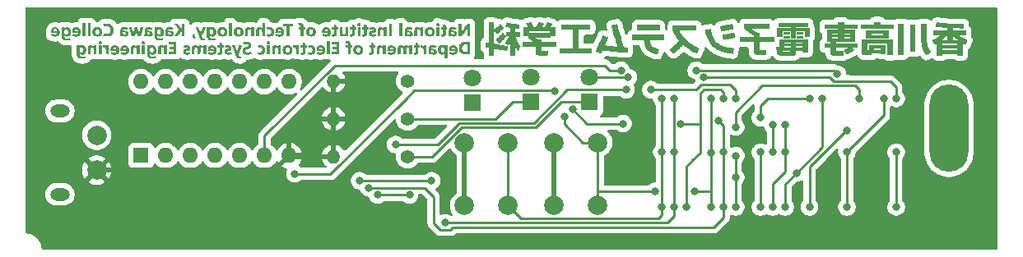
<source format=gbl>
%TF.GenerationSoftware,KiCad,Pcbnew,9.0.2*%
%TF.CreationDate,2025-10-23T19:15:02+09:00*%
%TF.ProjectId,simpleLogicCircuit,73696d70-6c65-44c6-9f67-696343697263,rev?*%
%TF.SameCoordinates,Original*%
%TF.FileFunction,Copper,L2,Bot*%
%TF.FilePolarity,Positive*%
%FSLAX46Y46*%
G04 Gerber Fmt 4.6, Leading zero omitted, Abs format (unit mm)*
G04 Created by KiCad (PCBNEW 9.0.2) date 2025-10-23 19:15:02*
%MOMM*%
%LPD*%
G01*
G04 APERTURE LIST*
%TA.AperFunction,EtchedComponent*%
%ADD10C,0.000000*%
%TD*%
%TA.AperFunction,ComponentPad*%
%ADD11R,1.800000X1.800000*%
%TD*%
%TA.AperFunction,ComponentPad*%
%ADD12C,1.800000*%
%TD*%
%TA.AperFunction,ComponentPad*%
%ADD13C,1.400000*%
%TD*%
%TA.AperFunction,ComponentPad*%
%ADD14O,1.400000X1.400000*%
%TD*%
%TA.AperFunction,ComponentPad*%
%ADD15C,2.000000*%
%TD*%
%TA.AperFunction,ComponentPad*%
%ADD16O,2.000000X1.300000*%
%TD*%
%TA.AperFunction,ComponentPad*%
%ADD17R,1.600000X1.600000*%
%TD*%
%TA.AperFunction,ComponentPad*%
%ADD18O,1.600000X1.600000*%
%TD*%
%TA.AperFunction,ComponentPad*%
%ADD19O,4.000000X9.000000*%
%TD*%
%TA.AperFunction,ViaPad*%
%ADD20C,0.800000*%
%TD*%
%TA.AperFunction,Conductor*%
%ADD21C,0.250000*%
%TD*%
%TA.AperFunction,Conductor*%
%ADD22C,0.500000*%
%TD*%
G04 APERTURE END LIST*
D10*
%TA.AperFunction,EtchedComponent*%
%TO.C,G\u002A\u002A\u002A*%
G36*
X46158638Y-33002928D02*
G01*
X45867456Y-33002928D01*
X45867456Y-31621682D01*
X46158638Y-31621682D01*
X46158638Y-33002928D01*
G37*
%TD.AperFunction*%
%TA.AperFunction,EtchedComponent*%
G36*
X46688738Y-33002928D02*
G01*
X46397556Y-33002928D01*
X46397556Y-31621682D01*
X46688738Y-31621682D01*
X46688738Y-33002928D01*
G37*
%TD.AperFunction*%
%TA.AperFunction,EtchedComponent*%
G36*
X47831066Y-34869477D02*
G01*
X47539884Y-34869477D01*
X47539884Y-33936203D01*
X47831066Y-33936203D01*
X47831066Y-34869477D01*
G37*
%TD.AperFunction*%
%TA.AperFunction,EtchedComponent*%
G36*
X52258520Y-34869477D02*
G01*
X51967338Y-34869477D01*
X51967338Y-33936203D01*
X52258520Y-33936203D01*
X52258520Y-34869477D01*
G37*
%TD.AperFunction*%
%TA.AperFunction,EtchedComponent*%
G36*
X61232888Y-33002928D02*
G01*
X60941706Y-33002928D01*
X60941706Y-31621682D01*
X61232888Y-31621682D01*
X61232888Y-33002928D01*
G37*
%TD.AperFunction*%
%TA.AperFunction,EtchedComponent*%
G36*
X65130243Y-34869477D02*
G01*
X64839061Y-34869477D01*
X64839061Y-33936203D01*
X65130243Y-33936203D01*
X65130243Y-34869477D01*
G37*
%TD.AperFunction*%
%TA.AperFunction,EtchedComponent*%
G36*
X71304787Y-34869477D02*
G01*
X71013605Y-34869477D01*
X71013605Y-33488231D01*
X71304787Y-33488231D01*
X71304787Y-34869477D01*
G37*
%TD.AperFunction*%
%TA.AperFunction,EtchedComponent*%
G36*
X74455522Y-33002928D02*
G01*
X74164340Y-33002928D01*
X74164340Y-32069654D01*
X74455522Y-32069654D01*
X74455522Y-33002928D01*
G37*
%TD.AperFunction*%
%TA.AperFunction,EtchedComponent*%
G36*
X77688385Y-33002928D02*
G01*
X77389737Y-33002928D01*
X77389737Y-31696344D01*
X77688385Y-31696344D01*
X77688385Y-33002928D01*
G37*
%TD.AperFunction*%
%TA.AperFunction,EtchedComponent*%
G36*
X78763517Y-33002928D02*
G01*
X78472335Y-33002928D01*
X78472335Y-31621682D01*
X78763517Y-31621682D01*
X78763517Y-33002928D01*
G37*
%TD.AperFunction*%
%TA.AperFunction,EtchedComponent*%
G36*
X82571277Y-33002928D02*
G01*
X82280096Y-33002928D01*
X82280096Y-32069654D01*
X82571277Y-32069654D01*
X82571277Y-33002928D01*
G37*
%TD.AperFunction*%
%TA.AperFunction,EtchedComponent*%
G36*
X105246116Y-32368302D02*
G01*
X102871865Y-32368302D01*
X102871865Y-31823269D01*
X105246116Y-31823269D01*
X105246116Y-32368302D01*
G37*
%TD.AperFunction*%
%TA.AperFunction,EtchedComponent*%
G36*
X118625539Y-32853604D02*
G01*
X117961048Y-32853604D01*
X117961048Y-32592288D01*
X118625539Y-32592288D01*
X118625539Y-32853604D01*
G37*
%TD.AperFunction*%
%TA.AperFunction,EtchedComponent*%
G36*
X118625539Y-33204516D02*
G01*
X117961048Y-33204516D01*
X117961048Y-32943199D01*
X118625539Y-32943199D01*
X118625539Y-33204516D01*
G37*
%TD.AperFunction*%
%TA.AperFunction,EtchedComponent*%
G36*
X120021718Y-32853604D02*
G01*
X119357227Y-32853604D01*
X119357227Y-32592288D01*
X120021718Y-32592288D01*
X120021718Y-32853604D01*
G37*
%TD.AperFunction*%
%TA.AperFunction,EtchedComponent*%
G36*
X120021718Y-33204516D02*
G01*
X119357227Y-33204516D01*
X119357227Y-32943199D01*
X120021718Y-32943199D01*
X120021718Y-33204516D01*
G37*
%TD.AperFunction*%
%TA.AperFunction,EtchedComponent*%
G36*
X130362400Y-34921741D02*
G01*
X129765104Y-34921741D01*
X129765104Y-31681412D01*
X130362400Y-31681412D01*
X130362400Y-34921741D01*
G37*
%TD.AperFunction*%
%TA.AperFunction,EtchedComponent*%
G36*
X131556992Y-34593228D02*
G01*
X130974628Y-34593228D01*
X130974628Y-31785938D01*
X131556992Y-31785938D01*
X131556992Y-34593228D01*
G37*
%TD.AperFunction*%
%TA.AperFunction,EtchedComponent*%
G36*
X67541824Y-31935262D02*
G01*
X67168514Y-31935262D01*
X67168514Y-33002928D01*
X66869866Y-33002928D01*
X66869866Y-31935262D01*
X66496556Y-31935262D01*
X66496556Y-31696344D01*
X67541824Y-31696344D01*
X67541824Y-31935262D01*
G37*
%TD.AperFunction*%
%TA.AperFunction,EtchedComponent*%
G36*
X127928420Y-31778472D02*
G01*
X129324599Y-31778472D01*
X129324599Y-32256309D01*
X125920013Y-32256309D01*
X125920013Y-31778472D01*
X127316192Y-31778472D01*
X127316192Y-31502223D01*
X127928420Y-31502223D01*
X127928420Y-31778472D01*
G37*
%TD.AperFunction*%
%TA.AperFunction,EtchedComponent*%
G36*
X128824364Y-33219448D02*
G01*
X126420248Y-33219448D01*
X126420248Y-32719213D01*
X127017544Y-32719213D01*
X127017544Y-32883469D01*
X128227068Y-32883469D01*
X128227068Y-32719213D01*
X127017544Y-32719213D01*
X126420248Y-32719213D01*
X126420248Y-32360835D01*
X128824364Y-32360835D01*
X128824364Y-32883469D01*
X128824364Y-33219448D01*
G37*
%TD.AperFunction*%
%TA.AperFunction,EtchedComponent*%
G36*
X55506315Y-34869477D02*
G01*
X54722365Y-34869477D01*
X54722365Y-34630559D01*
X55207668Y-34630559D01*
X55207668Y-34331911D01*
X54782094Y-34331911D01*
X54782094Y-34092993D01*
X55207668Y-34092993D01*
X55207668Y-33801811D01*
X54752230Y-33801811D01*
X54752230Y-33562893D01*
X55506315Y-33562893D01*
X55506315Y-34869477D01*
G37*
%TD.AperFunction*%
%TA.AperFunction,EtchedComponent*%
G36*
X72267926Y-34869477D02*
G01*
X71483976Y-34869477D01*
X71483976Y-34630559D01*
X71969278Y-34630559D01*
X71969278Y-34331911D01*
X71543705Y-34331911D01*
X71543705Y-34092993D01*
X71969278Y-34092993D01*
X71969278Y-33801811D01*
X71513840Y-33801811D01*
X71513840Y-33562893D01*
X72267926Y-33562893D01*
X72267926Y-34869477D01*
G37*
%TD.AperFunction*%
%TA.AperFunction,EtchedComponent*%
G36*
X98115898Y-32330971D02*
G01*
X96906374Y-32330971D01*
X96906374Y-34242317D01*
X98227891Y-34242317D01*
X98227891Y-34772417D01*
X94957697Y-34772417D01*
X94957697Y-34242317D01*
X96279214Y-34242317D01*
X96279214Y-32330971D01*
X95069690Y-32330971D01*
X95069690Y-31800871D01*
X98115898Y-31800871D01*
X98115898Y-32330971D01*
G37*
%TD.AperFunction*%
%TA.AperFunction,EtchedComponent*%
G36*
X120521953Y-32069654D02*
G01*
X119245234Y-32069654D01*
X119245234Y-32159248D01*
X120678743Y-32159248D01*
X120678743Y-33070124D01*
X120133711Y-33070124D01*
X120133711Y-32495227D01*
X119245234Y-32495227D01*
X119245234Y-33226914D01*
X118737532Y-33226914D01*
X118737532Y-32495227D01*
X117849055Y-32495227D01*
X117849055Y-33070124D01*
X117304023Y-33070124D01*
X117304023Y-32159248D01*
X118737532Y-32159248D01*
X118737532Y-32069654D01*
X117460813Y-32069654D01*
X117460813Y-31629148D01*
X120521953Y-31629148D01*
X120521953Y-32069654D01*
G37*
%TD.AperFunction*%
%TA.AperFunction,EtchedComponent*%
G36*
X57213111Y-32772537D02*
G01*
X57261387Y-32773171D01*
X57398126Y-32775209D01*
X57440206Y-32980530D01*
X57441059Y-32984694D01*
X57452208Y-33039119D01*
X57462554Y-33089670D01*
X57471657Y-33134196D01*
X57479079Y-33170545D01*
X57484379Y-33196569D01*
X57487118Y-33210115D01*
X57491950Y-33234380D01*
X57374544Y-33234303D01*
X57257139Y-33234226D01*
X57194424Y-33015917D01*
X57188532Y-32995406D01*
X57173101Y-32941637D01*
X57159099Y-32892793D01*
X57147067Y-32850760D01*
X57137543Y-32817421D01*
X57131067Y-32794663D01*
X57128179Y-32784370D01*
X57127750Y-32780036D01*
X57130487Y-32776570D01*
X57138451Y-32774251D01*
X57153583Y-32772914D01*
X57177823Y-32772397D01*
X57213111Y-32772537D01*
G37*
%TD.AperFunction*%
%TA.AperFunction,EtchedComponent*%
G36*
X47700847Y-33496418D02*
G01*
X47748143Y-33503482D01*
X47786156Y-33519409D01*
X47817525Y-33545153D01*
X47825493Y-33554262D01*
X47842075Y-33580916D01*
X47850877Y-33612351D01*
X47853464Y-33653271D01*
X47848955Y-33695820D01*
X47832288Y-33738613D01*
X47803760Y-33772706D01*
X47763817Y-33797384D01*
X47747992Y-33802252D01*
X47717188Y-33807078D01*
X47681049Y-33808985D01*
X47644940Y-33807097D01*
X47601103Y-33796376D01*
X47565602Y-33775270D01*
X47536151Y-33742732D01*
X47533095Y-33738341D01*
X47522718Y-33721250D01*
X47516886Y-33704673D01*
X47514323Y-33683466D01*
X47513752Y-33652487D01*
X47513772Y-33644486D01*
X47514676Y-33616127D01*
X47517856Y-33596395D01*
X47524589Y-33580148D01*
X47536151Y-33562243D01*
X47555686Y-33538776D01*
X47589063Y-33514130D01*
X47630092Y-33500173D01*
X47681049Y-33495861D01*
X47700847Y-33496418D01*
G37*
%TD.AperFunction*%
%TA.AperFunction,EtchedComponent*%
G36*
X52128302Y-33496418D02*
G01*
X52175598Y-33503482D01*
X52213610Y-33519409D01*
X52244979Y-33545153D01*
X52252947Y-33554262D01*
X52269529Y-33580916D01*
X52278332Y-33612351D01*
X52280919Y-33653271D01*
X52276409Y-33695820D01*
X52259742Y-33738613D01*
X52231215Y-33772706D01*
X52191271Y-33797384D01*
X52175446Y-33802252D01*
X52144642Y-33807078D01*
X52108504Y-33808985D01*
X52072394Y-33807097D01*
X52028558Y-33796376D01*
X51993057Y-33775270D01*
X51963605Y-33742732D01*
X51960550Y-33738341D01*
X51950172Y-33721250D01*
X51944340Y-33704673D01*
X51941777Y-33683466D01*
X51941207Y-33652487D01*
X51941227Y-33644486D01*
X51942130Y-33616127D01*
X51945310Y-33596395D01*
X51952043Y-33580148D01*
X51963605Y-33562243D01*
X51983141Y-33538776D01*
X52016517Y-33514130D01*
X52057546Y-33500173D01*
X52108504Y-33495861D01*
X52128302Y-33496418D01*
G37*
%TD.AperFunction*%
%TA.AperFunction,EtchedComponent*%
G36*
X65000024Y-33496418D02*
G01*
X65047320Y-33503482D01*
X65085333Y-33519409D01*
X65116702Y-33545153D01*
X65124670Y-33554262D01*
X65141252Y-33580916D01*
X65150054Y-33612351D01*
X65152641Y-33653271D01*
X65148132Y-33695820D01*
X65131465Y-33738613D01*
X65102937Y-33772706D01*
X65062993Y-33797384D01*
X65047169Y-33802252D01*
X65016365Y-33807078D01*
X64980226Y-33808985D01*
X64944117Y-33807097D01*
X64900280Y-33796376D01*
X64864779Y-33775270D01*
X64835328Y-33742732D01*
X64832272Y-33738341D01*
X64821895Y-33721250D01*
X64816063Y-33704673D01*
X64813500Y-33683466D01*
X64812929Y-33652487D01*
X64812949Y-33644486D01*
X64813853Y-33616127D01*
X64817033Y-33596395D01*
X64823766Y-33580148D01*
X64835328Y-33562243D01*
X64854863Y-33538776D01*
X64888240Y-33514130D01*
X64929269Y-33500173D01*
X64980226Y-33495861D01*
X65000024Y-33496418D01*
G37*
%TD.AperFunction*%
%TA.AperFunction,EtchedComponent*%
G36*
X74325304Y-31629869D02*
G01*
X74372600Y-31636933D01*
X74410612Y-31652860D01*
X74441981Y-31678604D01*
X74449949Y-31687713D01*
X74466531Y-31714367D01*
X74475334Y-31745802D01*
X74477920Y-31786722D01*
X74473411Y-31829271D01*
X74456744Y-31872064D01*
X74428217Y-31906157D01*
X74388273Y-31930835D01*
X74372448Y-31935703D01*
X74341644Y-31940529D01*
X74305506Y-31942436D01*
X74269396Y-31940547D01*
X74225559Y-31929827D01*
X74190058Y-31908721D01*
X74160607Y-31876183D01*
X74157552Y-31871792D01*
X74147174Y-31854701D01*
X74141342Y-31838124D01*
X74138779Y-31816917D01*
X74138208Y-31785938D01*
X74138229Y-31777937D01*
X74139132Y-31749577D01*
X74142312Y-31729846D01*
X74149045Y-31713599D01*
X74160607Y-31695694D01*
X74180143Y-31672227D01*
X74213519Y-31647581D01*
X74254548Y-31633624D01*
X74305506Y-31629312D01*
X74325304Y-31629869D01*
G37*
%TD.AperFunction*%
%TA.AperFunction,EtchedComponent*%
G36*
X82441059Y-31629869D02*
G01*
X82488355Y-31636933D01*
X82526368Y-31652860D01*
X82557736Y-31678604D01*
X82565704Y-31687713D01*
X82582287Y-31714367D01*
X82591089Y-31745802D01*
X82593676Y-31786722D01*
X82589166Y-31829271D01*
X82572500Y-31872064D01*
X82543972Y-31906157D01*
X82504028Y-31930835D01*
X82488203Y-31935703D01*
X82457399Y-31940529D01*
X82421261Y-31942436D01*
X82385151Y-31940547D01*
X82341315Y-31929827D01*
X82305814Y-31908721D01*
X82276362Y-31876183D01*
X82273307Y-31871792D01*
X82262930Y-31854701D01*
X82257098Y-31838124D01*
X82254535Y-31816917D01*
X82253964Y-31785938D01*
X82253984Y-31777937D01*
X82254888Y-31749577D01*
X82258067Y-31729846D01*
X82264800Y-31713599D01*
X82276362Y-31695694D01*
X82295898Y-31672227D01*
X82329275Y-31647581D01*
X82370303Y-31633624D01*
X82421261Y-31629312D01*
X82441059Y-31629869D01*
G37*
%TD.AperFunction*%
%TA.AperFunction,EtchedComponent*%
G36*
X48075186Y-33915306D02*
G01*
X48106417Y-33919400D01*
X48132073Y-33925691D01*
X48164186Y-33941108D01*
X48202565Y-33970269D01*
X48236975Y-34007639D01*
X48263675Y-34049693D01*
X48286504Y-34095378D01*
X48286504Y-33936203D01*
X48577685Y-33936203D01*
X48577685Y-34869477D01*
X48286504Y-34869477D01*
X48286447Y-34636159D01*
X48286412Y-34615165D01*
X48285986Y-34555677D01*
X48285130Y-34499586D01*
X48283908Y-34449201D01*
X48282384Y-34406827D01*
X48280621Y-34374771D01*
X48278683Y-34355341D01*
X48263862Y-34298805D01*
X48238796Y-34249457D01*
X48204731Y-34210755D01*
X48193467Y-34201689D01*
X48166594Y-34185267D01*
X48136100Y-34174802D01*
X48098309Y-34169272D01*
X48049546Y-34167655D01*
X47982310Y-34167655D01*
X47969136Y-34052491D01*
X47966739Y-34030623D01*
X47963059Y-33992178D01*
X47960658Y-33959941D01*
X47959731Y-33936780D01*
X47960475Y-33925566D01*
X47965886Y-33920941D01*
X47983732Y-33916225D01*
X48010277Y-33913716D01*
X48041951Y-33913411D01*
X48075186Y-33915306D01*
G37*
%TD.AperFunction*%
%TA.AperFunction,EtchedComponent*%
G36*
X67636621Y-33915306D02*
G01*
X67667851Y-33919400D01*
X67693508Y-33925691D01*
X67725621Y-33941108D01*
X67763999Y-33970269D01*
X67798409Y-34007639D01*
X67825109Y-34049693D01*
X67847938Y-34095378D01*
X67847938Y-33936203D01*
X68139120Y-33936203D01*
X68139120Y-34869477D01*
X67847938Y-34869477D01*
X67847882Y-34636159D01*
X67847846Y-34615165D01*
X67847420Y-34555677D01*
X67846564Y-34499586D01*
X67845343Y-34449201D01*
X67843818Y-34406827D01*
X67842055Y-34374771D01*
X67840118Y-34355341D01*
X67825296Y-34298805D01*
X67800231Y-34249457D01*
X67766165Y-34210755D01*
X67754901Y-34201689D01*
X67728028Y-34185267D01*
X67697534Y-34174802D01*
X67659744Y-34169272D01*
X67610980Y-34167655D01*
X67543744Y-34167655D01*
X67530570Y-34052491D01*
X67528173Y-34030623D01*
X67524493Y-33992178D01*
X67522092Y-33959941D01*
X67521166Y-33936780D01*
X67521910Y-33925566D01*
X67527320Y-33920941D01*
X67545167Y-33916225D01*
X67571711Y-33913716D01*
X67603385Y-33913411D01*
X67636621Y-33915306D01*
G37*
%TD.AperFunction*%
%TA.AperFunction,EtchedComponent*%
G36*
X80724863Y-33915306D02*
G01*
X80756093Y-33919400D01*
X80781750Y-33925691D01*
X80813863Y-33941108D01*
X80852241Y-33970269D01*
X80886651Y-34007639D01*
X80913351Y-34049693D01*
X80936180Y-34095378D01*
X80936180Y-33936203D01*
X81227362Y-33936203D01*
X81227362Y-34869477D01*
X80936180Y-34869477D01*
X80936124Y-34636159D01*
X80936088Y-34615165D01*
X80935662Y-34555677D01*
X80934807Y-34499586D01*
X80933585Y-34449201D01*
X80932060Y-34406827D01*
X80930298Y-34374771D01*
X80928360Y-34355341D01*
X80913539Y-34298805D01*
X80888473Y-34249457D01*
X80854407Y-34210755D01*
X80843143Y-34201689D01*
X80816270Y-34185267D01*
X80785777Y-34174802D01*
X80747986Y-34169272D01*
X80699222Y-34167655D01*
X80631986Y-34167655D01*
X80618812Y-34052491D01*
X80616415Y-34030623D01*
X80612736Y-33992178D01*
X80610334Y-33959941D01*
X80609408Y-33936780D01*
X80610152Y-33925566D01*
X80615563Y-33920941D01*
X80633409Y-33916225D01*
X80659953Y-33913716D01*
X80691627Y-33913411D01*
X80724863Y-33915306D01*
G37*
%TD.AperFunction*%
%TA.AperFunction,EtchedComponent*%
G36*
X84848705Y-32134983D02*
G01*
X84848716Y-32152847D01*
X84848846Y-32245231D01*
X84849101Y-32323746D01*
X84849502Y-32389293D01*
X84850068Y-32442776D01*
X84850819Y-32485097D01*
X84851774Y-32517158D01*
X84852954Y-32539863D01*
X84854378Y-32554112D01*
X84856066Y-32560810D01*
X84858037Y-32560859D01*
X84860090Y-32557814D01*
X84869756Y-32543123D01*
X84886483Y-32517541D01*
X84909580Y-32482125D01*
X84938360Y-32437933D01*
X84972133Y-32386025D01*
X85010210Y-32327459D01*
X85051904Y-32263293D01*
X85096524Y-32194585D01*
X85143382Y-32122395D01*
X85419631Y-31696693D01*
X85582021Y-31696518D01*
X85744411Y-31696344D01*
X85744411Y-33002928D01*
X85459667Y-33002928D01*
X85462048Y-32548959D01*
X85464428Y-32094990D01*
X85429367Y-32151384D01*
X85428635Y-32152557D01*
X85417479Y-32170069D01*
X85399020Y-32198661D01*
X85374080Y-32237076D01*
X85343477Y-32284058D01*
X85308034Y-32338351D01*
X85268569Y-32398696D01*
X85225903Y-32463839D01*
X85180857Y-32532521D01*
X85134251Y-32603487D01*
X84874198Y-32999195D01*
X84564752Y-33003231D01*
X84564752Y-31696344D01*
X84848467Y-31696344D01*
X84848705Y-32134983D01*
G37*
%TD.AperFunction*%
%TA.AperFunction,EtchedComponent*%
G36*
X68222567Y-31599382D02*
G01*
X68296271Y-31603153D01*
X68359103Y-31614307D01*
X68413537Y-31633713D01*
X68462048Y-31662243D01*
X68507111Y-31700767D01*
X68524417Y-31719020D01*
X68554644Y-31759129D01*
X68576660Y-31803135D01*
X68591323Y-31853601D01*
X68599492Y-31913088D01*
X68602024Y-31984160D01*
X68602024Y-32069654D01*
X68758814Y-32069654D01*
X68758814Y-32278707D01*
X68602024Y-32278707D01*
X68602024Y-33002928D01*
X68310842Y-33002928D01*
X68310842Y-32278707D01*
X68094323Y-32278707D01*
X68094323Y-32069654D01*
X68312987Y-32069654D01*
X68309040Y-31992331D01*
X68306925Y-31961797D01*
X68300683Y-31917946D01*
X68290561Y-31885316D01*
X68275751Y-31861681D01*
X68255443Y-31844814D01*
X68253067Y-31843450D01*
X68225250Y-31834278D01*
X68190160Y-31830868D01*
X68153705Y-31833350D01*
X68121794Y-31841856D01*
X68095178Y-31852977D01*
X68075286Y-31787726D01*
X68072864Y-31779790D01*
X68061544Y-31742868D01*
X68050338Y-31706550D01*
X68041357Y-31677678D01*
X68034801Y-31656211D01*
X68029352Y-31637125D01*
X68027223Y-31627880D01*
X68030060Y-31624238D01*
X68044994Y-31618340D01*
X68070277Y-31612589D01*
X68103113Y-31607402D01*
X68140706Y-31603193D01*
X68180263Y-31600378D01*
X68218989Y-31599372D01*
X68222567Y-31599382D01*
G37*
%TD.AperFunction*%
%TA.AperFunction,EtchedComponent*%
G36*
X73075595Y-33465931D02*
G01*
X73149299Y-33469702D01*
X73212131Y-33480856D01*
X73266565Y-33500262D01*
X73315076Y-33528792D01*
X73360138Y-33567316D01*
X73377444Y-33585569D01*
X73407672Y-33625678D01*
X73429688Y-33669684D01*
X73444351Y-33720150D01*
X73452519Y-33779637D01*
X73455051Y-33850709D01*
X73455051Y-33936203D01*
X73611842Y-33936203D01*
X73611842Y-34145256D01*
X73455051Y-34145256D01*
X73455051Y-34869477D01*
X73163870Y-34869477D01*
X73163870Y-34145256D01*
X72947350Y-34145256D01*
X72947350Y-33936203D01*
X73166014Y-33936203D01*
X73162068Y-33858880D01*
X73159953Y-33828346D01*
X73153711Y-33784496D01*
X73143589Y-33751866D01*
X73128779Y-33728230D01*
X73108471Y-33711363D01*
X73106094Y-33709999D01*
X73078278Y-33700827D01*
X73043187Y-33697417D01*
X73006733Y-33699899D01*
X72974821Y-33708405D01*
X72948206Y-33719526D01*
X72928314Y-33654275D01*
X72925892Y-33646339D01*
X72914571Y-33609417D01*
X72903366Y-33573099D01*
X72894384Y-33544228D01*
X72887828Y-33522761D01*
X72882380Y-33503674D01*
X72880251Y-33494429D01*
X72883088Y-33490787D01*
X72898022Y-33484889D01*
X72923305Y-33479138D01*
X72956140Y-33473951D01*
X72993734Y-33469742D01*
X73033291Y-33466927D01*
X73072016Y-33465921D01*
X73075595Y-33465931D01*
G37*
%TD.AperFunction*%
%TA.AperFunction,EtchedComponent*%
G36*
X80380586Y-32050901D02*
G01*
X80415525Y-32057623D01*
X80458673Y-32075067D01*
X80503842Y-32101867D01*
X80544928Y-32134127D01*
X80576567Y-32168165D01*
X80603935Y-32204869D01*
X80606081Y-32137261D01*
X80608228Y-32069654D01*
X80898849Y-32069654D01*
X80898849Y-33002928D01*
X80608607Y-33002928D01*
X80603935Y-32415734D01*
X80581368Y-32371486D01*
X80572485Y-32355315D01*
X80550385Y-32325862D01*
X80521638Y-32302266D01*
X80517269Y-32299346D01*
X80497479Y-32287295D01*
X80480668Y-32281031D01*
X80460885Y-32279068D01*
X80432179Y-32279920D01*
X80429166Y-32280084D01*
X80387162Y-32286112D01*
X80355496Y-32300019D01*
X80330855Y-32323976D01*
X80309928Y-32360160D01*
X80290354Y-32401900D01*
X80285840Y-33002928D01*
X79995440Y-33002928D01*
X79995550Y-32665083D01*
X79995599Y-32604568D01*
X79995833Y-32527449D01*
X79996377Y-32462752D01*
X79997361Y-32408985D01*
X79998914Y-32364654D01*
X80001166Y-32328268D01*
X80004248Y-32298334D01*
X80008290Y-32273360D01*
X80013421Y-32251854D01*
X80019771Y-32232323D01*
X80027472Y-32213275D01*
X80036651Y-32193218D01*
X80055831Y-32161520D01*
X80088192Y-32123930D01*
X80126337Y-32091067D01*
X80165540Y-32067540D01*
X80169883Y-32065710D01*
X80201981Y-32056881D01*
X80243554Y-32050808D01*
X80290148Y-32047670D01*
X80337310Y-32047642D01*
X80380586Y-32050901D01*
G37*
%TD.AperFunction*%
%TA.AperFunction,EtchedComponent*%
G36*
X46782703Y-33917450D02*
G01*
X46817641Y-33924172D01*
X46860789Y-33941616D01*
X46905958Y-33968416D01*
X46947044Y-34000676D01*
X46978684Y-34034714D01*
X47006051Y-34071418D01*
X47008198Y-34003810D01*
X47010344Y-33936203D01*
X47300966Y-33936203D01*
X47300966Y-34869477D01*
X47010723Y-34869477D01*
X47006051Y-34282283D01*
X46983484Y-34238035D01*
X46974602Y-34221864D01*
X46952502Y-34192411D01*
X46923755Y-34168816D01*
X46919385Y-34165895D01*
X46899596Y-34153844D01*
X46882784Y-34147580D01*
X46863001Y-34145617D01*
X46834295Y-34146469D01*
X46831282Y-34146633D01*
X46789278Y-34152662D01*
X46757612Y-34166568D01*
X46732972Y-34190526D01*
X46712045Y-34226709D01*
X46692471Y-34268449D01*
X46690214Y-34568963D01*
X46687956Y-34869477D01*
X46397556Y-34869477D01*
X46397666Y-34531632D01*
X46397715Y-34471117D01*
X46397950Y-34393998D01*
X46398493Y-34329301D01*
X46399477Y-34275534D01*
X46401030Y-34231203D01*
X46403283Y-34194817D01*
X46406365Y-34164883D01*
X46410406Y-34139909D01*
X46415537Y-34118403D01*
X46421888Y-34098872D01*
X46429588Y-34079824D01*
X46438767Y-34059767D01*
X46457948Y-34028069D01*
X46490308Y-33990479D01*
X46528453Y-33957616D01*
X46567657Y-33934089D01*
X46572000Y-33932259D01*
X46604098Y-33923430D01*
X46645670Y-33917357D01*
X46692264Y-33914219D01*
X46739426Y-33914191D01*
X46782703Y-33917450D01*
G37*
%TD.AperFunction*%
%TA.AperFunction,EtchedComponent*%
G36*
X51210157Y-33917450D02*
G01*
X51245096Y-33924172D01*
X51288244Y-33941616D01*
X51333413Y-33968416D01*
X51374499Y-34000676D01*
X51406138Y-34034714D01*
X51433505Y-34071418D01*
X51435652Y-34003810D01*
X51437799Y-33936203D01*
X51728420Y-33936203D01*
X51728420Y-34869477D01*
X51438178Y-34869477D01*
X51435842Y-34575880D01*
X51433505Y-34282283D01*
X51410939Y-34238035D01*
X51402056Y-34221864D01*
X51379956Y-34192411D01*
X51351209Y-34168816D01*
X51346840Y-34165895D01*
X51327050Y-34153844D01*
X51310239Y-34147580D01*
X51290456Y-34145617D01*
X51261750Y-34146469D01*
X51258737Y-34146633D01*
X51216733Y-34152662D01*
X51185066Y-34166568D01*
X51160426Y-34190526D01*
X51139499Y-34226709D01*
X51119925Y-34268449D01*
X51115411Y-34869477D01*
X50825010Y-34869477D01*
X50825121Y-34531632D01*
X50825170Y-34471117D01*
X50825404Y-34393998D01*
X50825948Y-34329301D01*
X50826931Y-34275534D01*
X50828484Y-34231203D01*
X50830737Y-34194817D01*
X50833819Y-34164883D01*
X50837861Y-34139909D01*
X50842992Y-34118403D01*
X50849342Y-34098872D01*
X50857042Y-34079824D01*
X50866222Y-34059767D01*
X50885402Y-34028069D01*
X50917763Y-33990479D01*
X50955908Y-33957616D01*
X50995111Y-33934089D01*
X50999454Y-33932259D01*
X51031552Y-33923430D01*
X51073125Y-33917357D01*
X51119719Y-33914219D01*
X51166881Y-33914191D01*
X51210157Y-33917450D01*
G37*
%TD.AperFunction*%
%TA.AperFunction,EtchedComponent*%
G36*
X54024913Y-33917450D02*
G01*
X54059852Y-33924172D01*
X54103000Y-33941616D01*
X54148169Y-33968416D01*
X54189255Y-34000676D01*
X54220894Y-34034714D01*
X54248261Y-34071418D01*
X54250408Y-34003810D01*
X54252555Y-33936203D01*
X54543176Y-33936203D01*
X54543176Y-34869477D01*
X54252934Y-34869477D01*
X54250598Y-34575880D01*
X54248261Y-34282283D01*
X54225695Y-34238035D01*
X54216812Y-34221864D01*
X54194712Y-34192411D01*
X54165965Y-34168816D01*
X54161596Y-34165895D01*
X54141806Y-34153844D01*
X54124995Y-34147580D01*
X54105212Y-34145617D01*
X54076506Y-34146469D01*
X54073493Y-34146633D01*
X54031489Y-34152662D01*
X53999822Y-34166568D01*
X53975182Y-34190526D01*
X53954255Y-34226709D01*
X53934681Y-34268449D01*
X53930167Y-34869477D01*
X53639766Y-34869477D01*
X53639877Y-34531632D01*
X53639926Y-34471117D01*
X53640160Y-34393998D01*
X53640704Y-34329301D01*
X53641687Y-34275534D01*
X53643240Y-34231203D01*
X53645493Y-34194817D01*
X53648575Y-34164883D01*
X53652617Y-34139909D01*
X53657748Y-34118403D01*
X53664098Y-34098872D01*
X53671798Y-34079824D01*
X53680978Y-34059767D01*
X53700158Y-34028069D01*
X53732519Y-33990479D01*
X53770664Y-33957616D01*
X53809867Y-33934089D01*
X53814210Y-33932259D01*
X53846308Y-33923430D01*
X53887881Y-33917357D01*
X53934475Y-33914219D01*
X53981637Y-33914191D01*
X54024913Y-33917450D01*
G37*
%TD.AperFunction*%
%TA.AperFunction,EtchedComponent*%
G36*
X62984349Y-32050901D02*
G01*
X63019287Y-32057623D01*
X63062435Y-32075067D01*
X63107604Y-32101867D01*
X63148690Y-32134127D01*
X63180330Y-32168165D01*
X63207697Y-32204869D01*
X63209844Y-32137261D01*
X63211990Y-32069654D01*
X63502612Y-32069654D01*
X63502612Y-33002928D01*
X63212369Y-33002928D01*
X63207697Y-32415734D01*
X63185130Y-32371486D01*
X63176248Y-32355315D01*
X63154148Y-32325862D01*
X63125401Y-32302266D01*
X63121031Y-32299346D01*
X63101242Y-32287295D01*
X63084431Y-32281031D01*
X63064647Y-32279068D01*
X63035942Y-32279920D01*
X63032928Y-32280084D01*
X62990924Y-32286112D01*
X62959258Y-32300019D01*
X62934618Y-32323976D01*
X62913691Y-32360160D01*
X62894117Y-32401900D01*
X62891860Y-32702414D01*
X62889602Y-33002928D01*
X62599202Y-33002928D01*
X62599312Y-32665083D01*
X62599361Y-32604568D01*
X62599596Y-32527449D01*
X62600140Y-32462752D01*
X62601123Y-32408985D01*
X62602676Y-32364654D01*
X62604929Y-32328268D01*
X62608011Y-32298334D01*
X62612052Y-32273360D01*
X62617183Y-32251854D01*
X62623534Y-32232323D01*
X62631234Y-32213275D01*
X62640413Y-32193218D01*
X62659594Y-32161520D01*
X62691954Y-32123930D01*
X62730099Y-32091067D01*
X62769303Y-32067540D01*
X62773646Y-32065710D01*
X62805744Y-32056881D01*
X62847316Y-32050808D01*
X62893910Y-32047670D01*
X62941072Y-32047642D01*
X62984349Y-32050901D01*
G37*
%TD.AperFunction*%
%TA.AperFunction,EtchedComponent*%
G36*
X65739375Y-33917450D02*
G01*
X65774314Y-33924172D01*
X65817462Y-33941616D01*
X65862631Y-33968416D01*
X65903717Y-34000676D01*
X65935356Y-34034714D01*
X65962723Y-34071418D01*
X65964870Y-34003810D01*
X65967017Y-33936203D01*
X66257638Y-33936203D01*
X66257638Y-34869477D01*
X65967396Y-34869477D01*
X65965060Y-34575880D01*
X65962723Y-34282283D01*
X65940157Y-34238035D01*
X65931274Y-34221864D01*
X65909174Y-34192411D01*
X65880427Y-34168816D01*
X65876058Y-34165895D01*
X65856268Y-34153844D01*
X65839457Y-34147580D01*
X65819674Y-34145617D01*
X65790968Y-34146469D01*
X65787955Y-34146633D01*
X65745951Y-34152662D01*
X65714285Y-34166568D01*
X65689644Y-34190526D01*
X65668717Y-34226709D01*
X65649143Y-34268449D01*
X65644629Y-34869477D01*
X65354228Y-34869477D01*
X65354339Y-34531632D01*
X65354388Y-34471117D01*
X65354622Y-34393998D01*
X65355166Y-34329301D01*
X65356149Y-34275534D01*
X65357703Y-34231203D01*
X65359955Y-34194817D01*
X65363037Y-34164883D01*
X65367079Y-34139909D01*
X65372210Y-34118403D01*
X65378560Y-34098872D01*
X65386260Y-34079824D01*
X65395440Y-34059767D01*
X65414620Y-34028069D01*
X65446981Y-33990479D01*
X65485126Y-33957616D01*
X65524329Y-33934089D01*
X65528672Y-33932259D01*
X65560770Y-33923430D01*
X65602343Y-33917357D01*
X65648937Y-33914219D01*
X65696099Y-33914191D01*
X65739375Y-33917450D01*
G37*
%TD.AperFunction*%
%TA.AperFunction,EtchedComponent*%
G36*
X76520563Y-33917450D02*
G01*
X76555501Y-33924172D01*
X76598649Y-33941616D01*
X76643818Y-33968416D01*
X76684904Y-34000676D01*
X76716544Y-34034714D01*
X76743911Y-34071418D01*
X76746058Y-34003810D01*
X76748204Y-33936203D01*
X77038826Y-33936203D01*
X77038826Y-34869477D01*
X76748583Y-34869477D01*
X76743911Y-34282283D01*
X76721344Y-34238035D01*
X76712462Y-34221864D01*
X76690362Y-34192411D01*
X76661615Y-34168816D01*
X76657245Y-34165895D01*
X76637456Y-34153844D01*
X76620645Y-34147580D01*
X76600861Y-34145617D01*
X76572156Y-34146469D01*
X76569142Y-34146633D01*
X76527138Y-34152662D01*
X76495472Y-34166568D01*
X76470832Y-34190526D01*
X76449905Y-34226709D01*
X76430331Y-34268449D01*
X76428074Y-34568963D01*
X76425816Y-34869477D01*
X76135416Y-34869477D01*
X76135526Y-34531632D01*
X76135575Y-34471117D01*
X76135810Y-34393998D01*
X76136354Y-34329301D01*
X76137337Y-34275534D01*
X76138890Y-34231203D01*
X76141143Y-34194817D01*
X76144225Y-34164883D01*
X76148266Y-34139909D01*
X76153397Y-34118403D01*
X76159748Y-34098872D01*
X76167448Y-34079824D01*
X76176627Y-34059767D01*
X76195808Y-34028069D01*
X76228168Y-33990479D01*
X76266313Y-33957616D01*
X76305517Y-33934089D01*
X76309860Y-33932259D01*
X76341958Y-33923430D01*
X76383530Y-33917357D01*
X76430124Y-33914219D01*
X76477286Y-33914191D01*
X76520563Y-33917450D01*
G37*
%TD.AperFunction*%
%TA.AperFunction,EtchedComponent*%
G36*
X76610157Y-32050901D02*
G01*
X76645096Y-32057623D01*
X76688244Y-32075067D01*
X76733413Y-32101867D01*
X76774499Y-32134127D01*
X76806138Y-32168165D01*
X76833505Y-32204869D01*
X76835652Y-32137261D01*
X76837799Y-32069654D01*
X77128420Y-32069654D01*
X77128420Y-33002928D01*
X76838178Y-33002928D01*
X76835842Y-32709331D01*
X76833505Y-32415734D01*
X76810939Y-32371486D01*
X76802056Y-32355315D01*
X76779956Y-32325862D01*
X76751209Y-32302266D01*
X76746840Y-32299346D01*
X76727050Y-32287295D01*
X76710239Y-32281031D01*
X76690456Y-32279068D01*
X76661750Y-32279920D01*
X76658737Y-32280084D01*
X76616733Y-32286112D01*
X76585066Y-32300019D01*
X76560426Y-32323976D01*
X76539499Y-32360160D01*
X76519925Y-32401900D01*
X76515411Y-33002928D01*
X76225010Y-33002928D01*
X76225121Y-32665083D01*
X76225170Y-32604568D01*
X76225404Y-32527449D01*
X76225948Y-32462752D01*
X76226931Y-32408985D01*
X76228484Y-32364654D01*
X76230737Y-32328268D01*
X76233819Y-32298334D01*
X76237861Y-32273360D01*
X76242992Y-32251854D01*
X76249342Y-32232323D01*
X76257042Y-32213275D01*
X76266222Y-32193218D01*
X76285402Y-32161520D01*
X76317763Y-32123930D01*
X76355908Y-32091067D01*
X76395111Y-32067540D01*
X76399454Y-32065710D01*
X76431552Y-32056881D01*
X76473125Y-32050808D01*
X76519719Y-32047670D01*
X76566881Y-32047642D01*
X76610157Y-32050901D01*
G37*
%TD.AperFunction*%
%TA.AperFunction,EtchedComponent*%
G36*
X72597987Y-32370168D02*
G01*
X72600172Y-32670683D01*
X72622469Y-32710942D01*
X72628011Y-32720271D01*
X72650314Y-32749456D01*
X72674187Y-32770671D01*
X72676663Y-32772293D01*
X72693313Y-32781649D01*
X72710406Y-32787055D01*
X72732761Y-32789542D01*
X72765202Y-32790142D01*
X72792742Y-32789708D01*
X72816981Y-32787528D01*
X72833819Y-32782801D01*
X72847414Y-32774748D01*
X72852070Y-32771222D01*
X72867239Y-32758539D01*
X72879865Y-32744977D01*
X72890180Y-32729130D01*
X72898415Y-32709594D01*
X72904805Y-32684963D01*
X72909580Y-32653833D01*
X72912973Y-32614798D01*
X72915216Y-32566452D01*
X72916541Y-32507391D01*
X72917182Y-32436210D01*
X72917369Y-32351503D01*
X72917485Y-32069654D01*
X73208667Y-32069654D01*
X73208537Y-32396300D01*
X73208509Y-32430464D01*
X73208285Y-32509548D01*
X73207814Y-32575585D01*
X73207057Y-32629934D01*
X73205974Y-32673956D01*
X73204526Y-32709010D01*
X73202673Y-32736459D01*
X73200376Y-32757660D01*
X73197596Y-32773976D01*
X73197205Y-32775803D01*
X73176303Y-32845840D01*
X73146083Y-32904367D01*
X73106182Y-32951817D01*
X73056236Y-32988627D01*
X72995880Y-33015231D01*
X72969522Y-33020409D01*
X72929210Y-33023162D01*
X72876249Y-33023334D01*
X72853619Y-33022838D01*
X72821015Y-33021532D01*
X72797105Y-33019079D01*
X72777839Y-33014719D01*
X72759166Y-33007693D01*
X72737033Y-32997243D01*
X72731856Y-32994629D01*
X72686143Y-32965161D01*
X72642012Y-32924174D01*
X72596439Y-32875457D01*
X72596439Y-33002928D01*
X72297791Y-33002928D01*
X72297791Y-32069654D01*
X72595803Y-32069654D01*
X72597987Y-32370168D01*
G37*
%TD.AperFunction*%
%TA.AperFunction,EtchedComponent*%
G36*
X64630007Y-33002928D02*
G01*
X64339765Y-33002928D01*
X64337429Y-32709880D01*
X64337063Y-32665989D01*
X64336393Y-32598783D01*
X64335637Y-32544155D01*
X64334722Y-32500598D01*
X64333575Y-32466605D01*
X64332122Y-32440670D01*
X64330290Y-32421286D01*
X64328008Y-32406945D01*
X64325201Y-32396142D01*
X64321796Y-32387369D01*
X64310235Y-32364158D01*
X64281920Y-32323907D01*
X64248262Y-32296987D01*
X64208061Y-32282600D01*
X64160117Y-32279948D01*
X64127048Y-32283958D01*
X64093282Y-32296121D01*
X64067475Y-32317980D01*
X64046418Y-32351555D01*
X64046277Y-32351843D01*
X64042004Y-32360823D01*
X64038488Y-32369751D01*
X64035645Y-32380123D01*
X64033387Y-32393439D01*
X64031629Y-32411196D01*
X64030287Y-32434895D01*
X64029274Y-32466033D01*
X64028504Y-32506108D01*
X64027892Y-32556620D01*
X64027353Y-32619067D01*
X64026800Y-32694948D01*
X64024622Y-33002928D01*
X63725530Y-33002928D01*
X63728722Y-32661350D01*
X63728765Y-32656769D01*
X63729819Y-32563369D01*
X63731083Y-32484274D01*
X63732576Y-32418886D01*
X63734317Y-32366607D01*
X63736327Y-32326839D01*
X63738625Y-32298983D01*
X63741231Y-32282440D01*
X63758412Y-32229078D01*
X63788699Y-32170298D01*
X63827780Y-32122107D01*
X63874815Y-32085491D01*
X63928968Y-32061437D01*
X63938957Y-32058502D01*
X63965263Y-32052207D01*
X63991715Y-32048766D01*
X64023218Y-32047714D01*
X64064677Y-32048587D01*
X64066380Y-32048647D01*
X64104325Y-32050381D01*
X64131980Y-32053028D01*
X64153818Y-32057490D01*
X64174311Y-32064669D01*
X64197933Y-32075468D01*
X64210826Y-32082097D01*
X64252379Y-32109912D01*
X64293127Y-32148273D01*
X64338826Y-32197125D01*
X64338826Y-31621682D01*
X64630007Y-31621682D01*
X64630007Y-33002928D01*
G37*
%TD.AperFunction*%
%TA.AperFunction,EtchedComponent*%
G36*
X105686621Y-33376238D02*
G01*
X104260578Y-33376238D01*
X104260578Y-33409543D01*
X104260597Y-33413265D01*
X104262717Y-33457206D01*
X104267851Y-33509662D01*
X104275287Y-33565244D01*
X104284313Y-33618566D01*
X104294218Y-33664237D01*
X104315436Y-33736275D01*
X104351823Y-33825276D01*
X104397850Y-33905868D01*
X104454200Y-33978693D01*
X104521553Y-34044393D01*
X104600590Y-34103610D01*
X104691993Y-34156986D01*
X104796444Y-34205162D01*
X104914623Y-34248781D01*
X104925597Y-34252386D01*
X104972948Y-34267279D01*
X105021634Y-34281705D01*
X105066512Y-34294175D01*
X105102439Y-34303197D01*
X105127029Y-34309258D01*
X105153244Y-34316944D01*
X105170590Y-34323575D01*
X105176187Y-34328178D01*
X105176095Y-34328431D01*
X105172767Y-34338361D01*
X105165391Y-34360716D01*
X105154495Y-34393886D01*
X105140606Y-34436264D01*
X105124251Y-34486241D01*
X105105957Y-34542209D01*
X105086252Y-34602561D01*
X105083848Y-34609921D01*
X105064206Y-34669463D01*
X105045853Y-34724106D01*
X105029332Y-34772297D01*
X105015191Y-34812484D01*
X105003974Y-34843111D01*
X104996227Y-34862627D01*
X104992496Y-34869477D01*
X104991676Y-34869410D01*
X104979689Y-34867248D01*
X104956661Y-34862495D01*
X104925517Y-34855767D01*
X104889180Y-34847681D01*
X104782166Y-34821374D01*
X104627114Y-34774836D01*
X104482309Y-34720794D01*
X104348860Y-34659678D01*
X104227877Y-34591917D01*
X104218873Y-34586282D01*
X104106955Y-34507057D01*
X104005564Y-34417628D01*
X103915234Y-34318722D01*
X103836501Y-34211065D01*
X103769901Y-34095383D01*
X103715970Y-33972403D01*
X103675244Y-33842850D01*
X103671602Y-33828275D01*
X103654218Y-33748081D01*
X103639567Y-33662651D01*
X103628296Y-33576779D01*
X103621055Y-33495264D01*
X103618491Y-33422902D01*
X103618485Y-33376238D01*
X102431360Y-33376238D01*
X102431360Y-32831206D01*
X105686621Y-32831206D01*
X105686621Y-33376238D01*
G37*
%TD.AperFunction*%
%TA.AperFunction,EtchedComponent*%
G36*
X59965184Y-33630091D02*
G01*
X59975328Y-33632178D01*
X59997345Y-33637733D01*
X60028838Y-33646118D01*
X60067410Y-33656695D01*
X60110666Y-33668826D01*
X60247350Y-33707564D01*
X60247350Y-33936203D01*
X60396674Y-33936203D01*
X60396674Y-34145256D01*
X60247350Y-34145256D01*
X60247262Y-34404707D01*
X60247256Y-34416514D01*
X60247067Y-34491101D01*
X60246484Y-34552679D01*
X60245316Y-34602931D01*
X60243370Y-34643539D01*
X60240455Y-34676185D01*
X60236380Y-34702553D01*
X60230952Y-34724324D01*
X60223980Y-34743181D01*
X60215273Y-34760807D01*
X60204639Y-34778884D01*
X60172714Y-34818394D01*
X60127690Y-34852396D01*
X60073384Y-34876369D01*
X60052473Y-34881815D01*
X60004652Y-34888949D01*
X59949626Y-34892036D01*
X59892074Y-34891067D01*
X59836676Y-34886034D01*
X59788112Y-34876926D01*
X59779943Y-34874817D01*
X59753809Y-34867762D01*
X59734888Y-34862183D01*
X59726820Y-34859137D01*
X59726679Y-34858213D01*
X59728716Y-34846725D01*
X59734124Y-34824393D01*
X59742227Y-34793905D01*
X59752346Y-34757945D01*
X59755918Y-34745577D01*
X59766374Y-34710039D01*
X59774120Y-34686146D01*
X59780224Y-34671772D01*
X59785756Y-34664797D01*
X59791784Y-34663095D01*
X59799378Y-34664543D01*
X59805289Y-34666024D01*
X59839907Y-34671873D01*
X59874065Y-34673645D01*
X59903132Y-34671327D01*
X59922477Y-34664905D01*
X59923439Y-34664263D01*
X59932148Y-34656873D01*
X59939180Y-34646743D01*
X59944711Y-34632348D01*
X59948914Y-34612166D01*
X59951964Y-34584672D01*
X59954036Y-34548343D01*
X59955304Y-34501655D01*
X59955943Y-34443085D01*
X59956127Y-34371109D01*
X59956168Y-34145256D01*
X59747115Y-34145256D01*
X59747115Y-33936203D01*
X59956168Y-33936203D01*
X59956168Y-33783146D01*
X59956218Y-33756156D01*
X59956698Y-33707367D01*
X59957750Y-33671642D01*
X59959447Y-33647706D01*
X59961864Y-33634280D01*
X59965075Y-33630089D01*
X59965184Y-33630091D01*
G37*
%TD.AperFunction*%
%TA.AperFunction,EtchedComponent*%
G36*
X68521445Y-33630091D02*
G01*
X68531589Y-33632178D01*
X68553606Y-33637733D01*
X68585099Y-33646118D01*
X68623671Y-33656695D01*
X68666927Y-33668826D01*
X68803611Y-33707564D01*
X68803611Y-33936203D01*
X68952935Y-33936203D01*
X68952935Y-34145256D01*
X68803611Y-34145256D01*
X68803523Y-34404707D01*
X68803517Y-34416514D01*
X68803328Y-34491101D01*
X68802745Y-34552679D01*
X68801577Y-34602931D01*
X68799631Y-34643539D01*
X68796716Y-34676185D01*
X68792641Y-34702553D01*
X68787213Y-34724324D01*
X68780241Y-34743181D01*
X68771534Y-34760807D01*
X68760900Y-34778884D01*
X68728975Y-34818394D01*
X68683951Y-34852396D01*
X68629645Y-34876369D01*
X68608734Y-34881815D01*
X68560913Y-34888949D01*
X68505887Y-34892036D01*
X68448335Y-34891067D01*
X68392937Y-34886034D01*
X68344373Y-34876926D01*
X68336204Y-34874817D01*
X68310070Y-34867762D01*
X68291149Y-34862183D01*
X68283081Y-34859137D01*
X68282940Y-34858213D01*
X68284977Y-34846725D01*
X68290385Y-34824393D01*
X68298488Y-34793905D01*
X68308607Y-34757945D01*
X68312179Y-34745577D01*
X68322636Y-34710039D01*
X68330381Y-34686146D01*
X68336485Y-34671772D01*
X68342017Y-34664797D01*
X68348045Y-34663095D01*
X68355639Y-34664543D01*
X68361550Y-34666024D01*
X68396168Y-34671873D01*
X68430326Y-34673645D01*
X68459393Y-34671327D01*
X68478738Y-34664905D01*
X68479700Y-34664263D01*
X68488409Y-34656873D01*
X68495441Y-34646743D01*
X68500972Y-34632348D01*
X68505175Y-34612166D01*
X68508225Y-34584672D01*
X68510297Y-34548343D01*
X68511565Y-34501655D01*
X68512204Y-34443085D01*
X68512388Y-34371109D01*
X68512430Y-34145256D01*
X68303376Y-34145256D01*
X68303376Y-33936203D01*
X68512430Y-33936203D01*
X68512430Y-33783146D01*
X68512479Y-33756156D01*
X68512959Y-33707367D01*
X68514011Y-33671642D01*
X68515708Y-33647706D01*
X68518125Y-33634280D01*
X68521336Y-33630089D01*
X68521445Y-33630091D01*
G37*
%TD.AperFunction*%
%TA.AperFunction,EtchedComponent*%
G36*
X71716977Y-31763542D02*
G01*
X71727121Y-31765629D01*
X71749138Y-31771184D01*
X71780631Y-31779569D01*
X71819203Y-31790146D01*
X71862459Y-31802277D01*
X71999143Y-31841015D01*
X71999143Y-32069654D01*
X72148467Y-32069654D01*
X72148467Y-32278707D01*
X71999143Y-32278707D01*
X71999055Y-32538158D01*
X71999049Y-32549965D01*
X71998860Y-32624552D01*
X71998277Y-32686130D01*
X71997109Y-32736382D01*
X71995163Y-32776990D01*
X71992248Y-32809636D01*
X71988173Y-32836004D01*
X71982745Y-32857775D01*
X71975773Y-32876632D01*
X71967066Y-32894258D01*
X71956432Y-32912335D01*
X71924507Y-32951845D01*
X71879483Y-32985847D01*
X71825177Y-33009820D01*
X71804266Y-33015266D01*
X71756445Y-33022400D01*
X71701419Y-33025487D01*
X71643867Y-33024518D01*
X71588469Y-33019485D01*
X71539905Y-33010377D01*
X71531736Y-33008267D01*
X71505602Y-33001213D01*
X71486681Y-32995634D01*
X71478613Y-32992588D01*
X71478472Y-32991664D01*
X71480509Y-32980176D01*
X71485917Y-32957844D01*
X71494020Y-32927356D01*
X71504139Y-32891396D01*
X71507711Y-32879028D01*
X71518168Y-32843490D01*
X71525913Y-32819597D01*
X71532017Y-32805223D01*
X71537549Y-32798248D01*
X71543577Y-32796545D01*
X71551171Y-32797994D01*
X71557082Y-32799475D01*
X71591700Y-32805324D01*
X71625858Y-32807096D01*
X71654925Y-32804778D01*
X71674270Y-32798356D01*
X71675232Y-32797714D01*
X71683941Y-32790324D01*
X71690974Y-32780193D01*
X71696504Y-32765799D01*
X71700707Y-32745616D01*
X71703757Y-32718123D01*
X71705829Y-32681794D01*
X71707097Y-32635106D01*
X71707736Y-32576536D01*
X71707920Y-32504560D01*
X71707962Y-32278707D01*
X71498908Y-32278707D01*
X71498908Y-32069654D01*
X71707962Y-32069654D01*
X71707962Y-31916597D01*
X71708011Y-31889607D01*
X71708491Y-31840817D01*
X71709543Y-31805093D01*
X71711240Y-31781157D01*
X71713657Y-31767731D01*
X71716868Y-31763540D01*
X71716977Y-31763542D01*
G37*
%TD.AperFunction*%
%TA.AperFunction,EtchedComponent*%
G36*
X73576060Y-31763542D02*
G01*
X73586204Y-31765629D01*
X73608221Y-31771184D01*
X73639714Y-31779569D01*
X73678286Y-31790146D01*
X73721542Y-31802277D01*
X73858226Y-31841015D01*
X73858226Y-32069654D01*
X74007550Y-32069654D01*
X74007550Y-32278707D01*
X73858226Y-32278707D01*
X73858137Y-32538158D01*
X73858132Y-32549965D01*
X73857943Y-32624552D01*
X73857360Y-32686130D01*
X73856192Y-32736382D01*
X73854246Y-32776990D01*
X73851331Y-32809636D01*
X73847256Y-32836004D01*
X73841828Y-32857775D01*
X73834856Y-32876632D01*
X73826149Y-32894258D01*
X73815514Y-32912335D01*
X73783590Y-32951845D01*
X73738566Y-32985847D01*
X73684260Y-33009820D01*
X73663349Y-33015266D01*
X73615528Y-33022400D01*
X73560502Y-33025487D01*
X73502950Y-33024518D01*
X73447552Y-33019485D01*
X73398988Y-33010377D01*
X73390819Y-33008267D01*
X73364685Y-33001213D01*
X73345764Y-32995634D01*
X73337696Y-32992588D01*
X73337555Y-32991664D01*
X73339592Y-32980176D01*
X73345000Y-32957844D01*
X73353103Y-32927356D01*
X73363222Y-32891396D01*
X73366794Y-32879028D01*
X73377250Y-32843490D01*
X73384996Y-32819597D01*
X73391100Y-32805223D01*
X73396632Y-32798248D01*
X73402660Y-32796545D01*
X73410254Y-32797994D01*
X73416165Y-32799475D01*
X73450783Y-32805324D01*
X73484941Y-32807096D01*
X73514008Y-32804778D01*
X73533353Y-32798356D01*
X73534315Y-32797714D01*
X73543024Y-32790324D01*
X73550056Y-32780193D01*
X73555587Y-32765799D01*
X73559790Y-32745616D01*
X73562840Y-32718123D01*
X73564912Y-32681794D01*
X73566180Y-32635106D01*
X73566819Y-32576536D01*
X73567003Y-32504560D01*
X73567044Y-32278707D01*
X73357991Y-32278707D01*
X73357991Y-32069654D01*
X73567044Y-32069654D01*
X73567044Y-31916597D01*
X73567094Y-31889607D01*
X73567574Y-31840817D01*
X73568626Y-31805093D01*
X73570323Y-31781157D01*
X73572740Y-31767731D01*
X73575951Y-31763540D01*
X73576060Y-31763542D01*
G37*
%TD.AperFunction*%
%TA.AperFunction,EtchedComponent*%
G36*
X74830381Y-31763542D02*
G01*
X74840525Y-31765629D01*
X74862542Y-31771184D01*
X74894035Y-31779569D01*
X74932607Y-31790146D01*
X74975863Y-31802277D01*
X75112547Y-31841015D01*
X75112547Y-32069654D01*
X75261871Y-32069654D01*
X75261871Y-32278707D01*
X75112547Y-32278707D01*
X75112458Y-32538158D01*
X75112453Y-32549965D01*
X75112264Y-32624552D01*
X75111681Y-32686130D01*
X75110513Y-32736382D01*
X75108567Y-32776990D01*
X75105652Y-32809636D01*
X75101577Y-32836004D01*
X75096149Y-32857775D01*
X75089177Y-32876632D01*
X75080470Y-32894258D01*
X75069835Y-32912335D01*
X75037911Y-32951845D01*
X74992887Y-32985847D01*
X74938581Y-33009820D01*
X74917670Y-33015266D01*
X74869849Y-33022400D01*
X74814823Y-33025487D01*
X74757270Y-33024518D01*
X74701873Y-33019485D01*
X74653309Y-33010377D01*
X74645140Y-33008267D01*
X74619006Y-33001213D01*
X74600085Y-32995634D01*
X74592017Y-32992588D01*
X74591876Y-32991664D01*
X74593913Y-32980176D01*
X74599321Y-32957844D01*
X74607424Y-32927356D01*
X74617543Y-32891396D01*
X74621115Y-32879028D01*
X74631571Y-32843490D01*
X74639317Y-32819597D01*
X74645421Y-32805223D01*
X74650953Y-32798248D01*
X74656981Y-32796545D01*
X74664575Y-32797994D01*
X74670486Y-32799475D01*
X74705104Y-32805324D01*
X74739262Y-32807096D01*
X74768329Y-32804778D01*
X74787674Y-32798356D01*
X74788636Y-32797714D01*
X74797345Y-32790324D01*
X74804377Y-32780193D01*
X74809908Y-32765799D01*
X74814111Y-32745616D01*
X74817161Y-32718123D01*
X74819233Y-32681794D01*
X74820501Y-32635106D01*
X74821140Y-32576536D01*
X74821324Y-32504560D01*
X74821365Y-32278707D01*
X74612312Y-32278707D01*
X74612312Y-32069654D01*
X74821365Y-32069654D01*
X74821365Y-31916597D01*
X74821415Y-31889607D01*
X74821895Y-31840817D01*
X74822947Y-31805093D01*
X74824644Y-31781157D01*
X74827061Y-31767731D01*
X74830272Y-31763540D01*
X74830381Y-31763542D01*
G37*
%TD.AperFunction*%
%TA.AperFunction,EtchedComponent*%
G36*
X75562068Y-33630091D02*
G01*
X75572212Y-33632178D01*
X75594229Y-33637733D01*
X75625722Y-33646118D01*
X75664295Y-33656695D01*
X75707550Y-33668826D01*
X75844234Y-33707564D01*
X75844234Y-33936203D01*
X75993558Y-33936203D01*
X75993558Y-34145256D01*
X75844234Y-34145256D01*
X75844146Y-34404707D01*
X75844140Y-34416514D01*
X75843951Y-34491101D01*
X75843368Y-34552679D01*
X75842200Y-34602931D01*
X75840254Y-34643539D01*
X75837339Y-34676185D01*
X75833264Y-34702553D01*
X75827836Y-34724324D01*
X75820865Y-34743181D01*
X75812157Y-34760807D01*
X75801523Y-34778884D01*
X75769598Y-34818394D01*
X75724574Y-34852396D01*
X75670268Y-34876369D01*
X75649357Y-34881815D01*
X75601536Y-34888949D01*
X75546510Y-34892036D01*
X75488958Y-34891067D01*
X75433560Y-34886034D01*
X75384996Y-34876926D01*
X75376827Y-34874817D01*
X75350693Y-34867762D01*
X75331772Y-34862183D01*
X75323704Y-34859137D01*
X75323564Y-34858213D01*
X75325600Y-34846725D01*
X75331008Y-34824393D01*
X75339111Y-34793905D01*
X75349231Y-34757945D01*
X75352802Y-34745577D01*
X75363259Y-34710039D01*
X75371004Y-34686146D01*
X75377109Y-34671772D01*
X75382640Y-34664797D01*
X75388668Y-34663095D01*
X75396263Y-34664543D01*
X75402173Y-34666024D01*
X75436791Y-34671873D01*
X75470949Y-34673645D01*
X75500017Y-34671327D01*
X75519361Y-34664905D01*
X75520323Y-34664263D01*
X75529032Y-34656873D01*
X75536065Y-34646743D01*
X75541595Y-34632348D01*
X75545798Y-34612166D01*
X75548849Y-34584672D01*
X75550920Y-34548343D01*
X75552189Y-34501655D01*
X75552827Y-34443085D01*
X75553011Y-34371109D01*
X75553053Y-34145256D01*
X75343999Y-34145256D01*
X75343999Y-33936203D01*
X75553053Y-33936203D01*
X75553053Y-33783146D01*
X75553102Y-33756156D01*
X75553582Y-33707367D01*
X75554634Y-33671642D01*
X75556331Y-33647706D01*
X75558748Y-33634280D01*
X75561960Y-33630089D01*
X75562068Y-33630091D01*
G37*
%TD.AperFunction*%
%TA.AperFunction,EtchedComponent*%
G36*
X80138846Y-33630091D02*
G01*
X80148991Y-33632178D01*
X80171008Y-33637733D01*
X80202500Y-33646118D01*
X80241073Y-33656695D01*
X80284329Y-33668826D01*
X80421013Y-33707564D01*
X80421013Y-33936203D01*
X80570337Y-33936203D01*
X80570337Y-34145256D01*
X80421013Y-34145256D01*
X80420924Y-34404707D01*
X80420918Y-34416514D01*
X80420729Y-34491101D01*
X80420147Y-34552679D01*
X80418978Y-34602931D01*
X80417032Y-34643539D01*
X80414118Y-34676185D01*
X80410042Y-34702553D01*
X80404615Y-34724324D01*
X80397643Y-34743181D01*
X80388936Y-34760807D01*
X80378301Y-34778884D01*
X80346376Y-34818394D01*
X80301352Y-34852396D01*
X80247046Y-34876369D01*
X80226135Y-34881815D01*
X80178315Y-34888949D01*
X80123288Y-34892036D01*
X80065736Y-34891067D01*
X80010338Y-34886034D01*
X79961774Y-34876926D01*
X79953605Y-34874817D01*
X79927472Y-34867762D01*
X79908550Y-34862183D01*
X79900482Y-34859137D01*
X79900342Y-34858213D01*
X79902378Y-34846725D01*
X79907787Y-34824393D01*
X79915889Y-34793905D01*
X79926009Y-34757945D01*
X79929580Y-34745577D01*
X79940037Y-34710039D01*
X79947783Y-34686146D01*
X79953887Y-34671772D01*
X79959418Y-34664797D01*
X79965447Y-34663095D01*
X79973041Y-34664543D01*
X79978951Y-34666024D01*
X80013570Y-34671873D01*
X80047728Y-34673645D01*
X80076795Y-34671327D01*
X80096140Y-34664905D01*
X80097102Y-34664263D01*
X80105811Y-34656873D01*
X80112843Y-34646743D01*
X80118374Y-34632348D01*
X80122577Y-34612166D01*
X80125627Y-34584672D01*
X80127699Y-34548343D01*
X80128967Y-34501655D01*
X80129606Y-34443085D01*
X80129789Y-34371109D01*
X80129831Y-34145256D01*
X79920778Y-34145256D01*
X79920778Y-33936203D01*
X80129831Y-33936203D01*
X80129831Y-33783146D01*
X80129881Y-33756156D01*
X80130361Y-33707367D01*
X80131412Y-33671642D01*
X80133110Y-33647706D01*
X80135527Y-33634280D01*
X80138738Y-33630089D01*
X80138846Y-33630091D01*
G37*
%TD.AperFunction*%
%TA.AperFunction,EtchedComponent*%
G36*
X82946136Y-31763542D02*
G01*
X82956281Y-31765629D01*
X82978297Y-31771184D01*
X83009790Y-31779569D01*
X83048363Y-31790146D01*
X83091619Y-31802277D01*
X83228303Y-31841015D01*
X83228303Y-32069654D01*
X83377626Y-32069654D01*
X83377626Y-32278707D01*
X83228303Y-32278707D01*
X83228214Y-32538158D01*
X83228208Y-32549965D01*
X83228019Y-32624552D01*
X83227437Y-32686130D01*
X83226268Y-32736382D01*
X83224322Y-32776990D01*
X83221408Y-32809636D01*
X83217332Y-32836004D01*
X83211904Y-32857775D01*
X83204933Y-32876632D01*
X83196225Y-32894258D01*
X83185591Y-32912335D01*
X83153666Y-32951845D01*
X83108642Y-32985847D01*
X83054336Y-33009820D01*
X83033425Y-33015266D01*
X82985605Y-33022400D01*
X82930578Y-33025487D01*
X82873026Y-33024518D01*
X82817628Y-33019485D01*
X82769064Y-33010377D01*
X82760895Y-33008267D01*
X82734762Y-33001213D01*
X82715840Y-32995634D01*
X82707772Y-32992588D01*
X82707632Y-32991664D01*
X82709668Y-32980176D01*
X82715076Y-32957844D01*
X82723179Y-32927356D01*
X82733299Y-32891396D01*
X82736870Y-32879028D01*
X82747327Y-32843490D01*
X82755073Y-32819597D01*
X82761177Y-32805223D01*
X82766708Y-32798248D01*
X82772737Y-32796545D01*
X82780331Y-32797994D01*
X82786241Y-32799475D01*
X82820859Y-32805324D01*
X82855018Y-32807096D01*
X82884085Y-32804778D01*
X82903430Y-32798356D01*
X82904392Y-32797714D01*
X82913100Y-32790324D01*
X82920133Y-32780193D01*
X82925663Y-32765799D01*
X82929867Y-32745616D01*
X82932917Y-32718123D01*
X82934989Y-32681794D01*
X82936257Y-32635106D01*
X82936895Y-32576536D01*
X82937079Y-32504560D01*
X82937121Y-32278707D01*
X82728067Y-32278707D01*
X82728067Y-32069654D01*
X82937121Y-32069654D01*
X82937121Y-31916597D01*
X82937170Y-31889607D01*
X82937651Y-31840817D01*
X82938702Y-31805093D01*
X82940399Y-31781157D01*
X82942816Y-31767731D01*
X82946028Y-31763540D01*
X82946136Y-31763542D01*
G37*
%TD.AperFunction*%
%TA.AperFunction,EtchedComponent*%
G36*
X132716514Y-32489627D02*
G01*
X132716756Y-32533381D01*
X132717659Y-32680201D01*
X132718663Y-32813349D01*
X132719810Y-32933808D01*
X132721141Y-33042564D01*
X132722699Y-33140600D01*
X132724527Y-33228901D01*
X132726666Y-33308450D01*
X132729160Y-33380232D01*
X132732049Y-33445232D01*
X132735377Y-33504432D01*
X132739186Y-33558818D01*
X132743518Y-33609374D01*
X132748415Y-33657083D01*
X132753920Y-33702930D01*
X132760075Y-33747900D01*
X132766923Y-33792976D01*
X132774505Y-33839142D01*
X132781567Y-33877940D01*
X132818121Y-34026778D01*
X132869120Y-34172178D01*
X132934608Y-34314236D01*
X133014627Y-34453048D01*
X133109220Y-34588709D01*
X133110710Y-34590674D01*
X133129125Y-34615921D01*
X133139092Y-34632485D01*
X133141811Y-34642856D01*
X133138478Y-34649525D01*
X133130627Y-34655490D01*
X133111797Y-34668966D01*
X133083500Y-34688880D01*
X133047187Y-34714221D01*
X133004305Y-34743977D01*
X132956307Y-34777137D01*
X132904640Y-34812690D01*
X132853406Y-34847788D01*
X132805933Y-34880139D01*
X132763737Y-34908723D01*
X132728221Y-34932597D01*
X132700787Y-34950817D01*
X132682838Y-34962442D01*
X132675777Y-34966528D01*
X132669573Y-34961165D01*
X132656070Y-34946347D01*
X132637293Y-34924356D01*
X132615243Y-34897476D01*
X132524959Y-34777438D01*
X132441873Y-34648412D01*
X132369855Y-34514522D01*
X132308402Y-34374484D01*
X132257013Y-34227012D01*
X132215187Y-34070822D01*
X132182422Y-33904629D01*
X132158217Y-33727149D01*
X132157174Y-33717522D01*
X132153355Y-33680035D01*
X132149934Y-33642099D01*
X132146889Y-33602750D01*
X132144199Y-33561022D01*
X132141844Y-33515949D01*
X132139803Y-33466566D01*
X132138053Y-33411907D01*
X132136576Y-33351006D01*
X132135348Y-33282897D01*
X132134350Y-33206616D01*
X132133560Y-33121197D01*
X132132957Y-33025673D01*
X132132520Y-32919080D01*
X132132229Y-32800451D01*
X132132061Y-32668821D01*
X132131997Y-32523225D01*
X132131889Y-31681412D01*
X132712154Y-31681412D01*
X132716514Y-32489627D01*
G37*
%TD.AperFunction*%
%TA.AperFunction,EtchedComponent*%
G36*
X55835172Y-31954817D02*
G01*
X55850613Y-31977641D01*
X55888392Y-32033762D01*
X55923830Y-32086787D01*
X55955916Y-32135178D01*
X55983635Y-32177394D01*
X56005975Y-32211895D01*
X56021922Y-32237143D01*
X56030464Y-32251598D01*
X56050643Y-32289907D01*
X56050996Y-31993125D01*
X56051348Y-31696344D01*
X56349996Y-31696344D01*
X56349996Y-33002928D01*
X56051348Y-33002928D01*
X56051184Y-32694948D01*
X56051181Y-32689099D01*
X56051126Y-32614339D01*
X56051011Y-32553215D01*
X56050773Y-32504514D01*
X56050351Y-32467027D01*
X56049683Y-32439541D01*
X56048708Y-32420845D01*
X56047364Y-32409729D01*
X56045591Y-32404981D01*
X56043327Y-32405389D01*
X56040510Y-32409743D01*
X56037078Y-32416832D01*
X56032978Y-32424212D01*
X56020531Y-32444259D01*
X56001184Y-32474198D01*
X55975874Y-32512620D01*
X55945536Y-32558114D01*
X55911107Y-32609273D01*
X55873523Y-32664687D01*
X55833720Y-32722946D01*
X55644303Y-32999195D01*
X55455850Y-33001190D01*
X55412587Y-33001532D01*
X55365623Y-33001615D01*
X55325633Y-33001366D01*
X55294606Y-33000810D01*
X55274531Y-32999970D01*
X55267397Y-32998872D01*
X55269360Y-32995578D01*
X55279039Y-32981264D01*
X55296108Y-32956668D01*
X55319787Y-32922893D01*
X55349296Y-32881045D01*
X55383857Y-32832227D01*
X55422688Y-32777546D01*
X55465012Y-32718105D01*
X55510049Y-32655009D01*
X55540938Y-32611756D01*
X55584207Y-32551067D01*
X55624234Y-32494808D01*
X55660241Y-32444079D01*
X55691449Y-32399982D01*
X55717077Y-32363618D01*
X55736348Y-32336089D01*
X55748482Y-32318497D01*
X55752700Y-32311942D01*
X55751749Y-32309892D01*
X55744100Y-32298118D01*
X55730449Y-32278645D01*
X55712801Y-32254370D01*
X55709382Y-32249730D01*
X55693567Y-32228192D01*
X55670539Y-32196759D01*
X55641492Y-32157065D01*
X55607619Y-32110742D01*
X55570115Y-32059423D01*
X55530174Y-32004741D01*
X55488990Y-31948328D01*
X55305078Y-31696344D01*
X55660060Y-31696344D01*
X55835172Y-31954817D01*
G37*
%TD.AperFunction*%
%TA.AperFunction,EtchedComponent*%
G36*
X112730061Y-31719324D02*
G01*
X112730463Y-31720298D01*
X112733559Y-31732315D01*
X112739069Y-31756316D01*
X112746569Y-31790274D01*
X112755637Y-31832165D01*
X112765849Y-31879965D01*
X112776781Y-31931647D01*
X112788010Y-31985187D01*
X112799112Y-32038559D01*
X112809664Y-32089739D01*
X112819242Y-32136701D01*
X112827423Y-32177420D01*
X112833783Y-32209871D01*
X112837898Y-32232029D01*
X112839345Y-32241869D01*
X112837066Y-32246075D01*
X112828338Y-32250758D01*
X112811482Y-32255890D01*
X112784835Y-32261889D01*
X112746732Y-32269176D01*
X112695513Y-32278169D01*
X112649128Y-32286256D01*
X112577326Y-32299151D01*
X112495405Y-32314197D01*
X112405920Y-32330904D01*
X112311426Y-32348782D01*
X112214481Y-32367342D01*
X112117639Y-32386094D01*
X112023456Y-32404547D01*
X111934488Y-32422211D01*
X111853290Y-32438597D01*
X111782419Y-32453215D01*
X111732955Y-32463512D01*
X111684918Y-32473402D01*
X111643298Y-32481858D01*
X111610143Y-32488466D01*
X111587501Y-32492815D01*
X111577422Y-32494493D01*
X111574485Y-32492775D01*
X111570165Y-32484765D01*
X111564803Y-32469146D01*
X111558101Y-32444744D01*
X111549764Y-32410381D01*
X111539492Y-32364882D01*
X111526989Y-32307073D01*
X111511956Y-32235777D01*
X111500731Y-32181799D01*
X111489051Y-32124995D01*
X111478721Y-32074073D01*
X111470089Y-32030779D01*
X111463502Y-31996858D01*
X111459308Y-31974055D01*
X111457855Y-31964116D01*
X111457873Y-31963822D01*
X111460424Y-31960322D01*
X111468112Y-31956341D01*
X111482130Y-31951599D01*
X111503671Y-31945813D01*
X111533928Y-31938702D01*
X111574094Y-31929984D01*
X111625361Y-31919379D01*
X111688923Y-31906603D01*
X111765972Y-31891376D01*
X111844855Y-31875945D01*
X111949982Y-31855602D01*
X112052666Y-31835976D01*
X112151890Y-31817248D01*
X112246638Y-31799600D01*
X112335891Y-31783214D01*
X112418633Y-31768271D01*
X112493846Y-31754953D01*
X112560513Y-31743440D01*
X112617618Y-31733916D01*
X112664142Y-31726560D01*
X112699069Y-31721555D01*
X112721381Y-31719083D01*
X112730061Y-31719324D01*
G37*
%TD.AperFunction*%
%TA.AperFunction,EtchedComponent*%
G36*
X85744411Y-34869477D02*
G01*
X85455096Y-34869379D01*
X85442049Y-34869373D01*
X85368502Y-34869249D01*
X85307867Y-34868926D01*
X85258401Y-34868336D01*
X85218362Y-34867409D01*
X85186007Y-34866079D01*
X85159595Y-34864275D01*
X85137382Y-34861930D01*
X85117626Y-34858974D01*
X85098585Y-34855340D01*
X85022531Y-34835586D01*
X84930813Y-34799543D01*
X84848525Y-34752440D01*
X84776203Y-34694799D01*
X84714383Y-34627139D01*
X84663601Y-34549980D01*
X84624394Y-34463841D01*
X84597297Y-34369242D01*
X84596540Y-34365559D01*
X84589209Y-34315206D01*
X84584847Y-34255516D01*
X84584083Y-34220244D01*
X84900838Y-34220244D01*
X84907722Y-34294454D01*
X84924008Y-34365440D01*
X84949640Y-34429720D01*
X84965627Y-34457331D01*
X85007079Y-34508806D01*
X85058654Y-34553190D01*
X85117446Y-34588196D01*
X85180550Y-34611538D01*
X85185794Y-34612768D01*
X85212741Y-34617264D01*
X85249325Y-34621568D01*
X85291412Y-34625243D01*
X85334866Y-34627851D01*
X85445763Y-34632855D01*
X85445763Y-33799546D01*
X85335636Y-33804717D01*
X85319876Y-33805507D01*
X85256037Y-33810129D01*
X85203619Y-33816827D01*
X85159790Y-33826174D01*
X85121721Y-33838743D01*
X85086582Y-33855106D01*
X85085407Y-33855737D01*
X85044784Y-33883147D01*
X85004355Y-33919772D01*
X84968753Y-33960894D01*
X84942609Y-34001792D01*
X84937173Y-34013113D01*
X84915506Y-34076090D01*
X84903413Y-34146295D01*
X84900838Y-34220244D01*
X84584083Y-34220244D01*
X84583455Y-34191283D01*
X84585037Y-34127299D01*
X84589595Y-34068360D01*
X84597130Y-34019259D01*
X84614425Y-33952071D01*
X84646850Y-33868040D01*
X84689323Y-33794863D01*
X84742255Y-33732076D01*
X84806058Y-33679214D01*
X84881144Y-33635813D01*
X84967926Y-33601407D01*
X84973416Y-33599642D01*
X85002835Y-33590782D01*
X85031625Y-33583446D01*
X85061514Y-33577493D01*
X85094231Y-33572785D01*
X85131505Y-33569183D01*
X85175066Y-33566548D01*
X85226640Y-33564740D01*
X85287959Y-33563621D01*
X85360749Y-33563052D01*
X85446741Y-33562893D01*
X85744411Y-33562893D01*
X85744411Y-33799546D01*
X85744411Y-34869477D01*
G37*
%TD.AperFunction*%
%TA.AperFunction,EtchedComponent*%
G36*
X112907096Y-32624667D02*
G01*
X112916769Y-32635218D01*
X112918039Y-32640083D01*
X112922438Y-32659231D01*
X112928987Y-32689287D01*
X112937252Y-32728124D01*
X112946797Y-32773615D01*
X112957187Y-32823633D01*
X112967985Y-32876053D01*
X112978757Y-32928747D01*
X112989066Y-32979588D01*
X112998477Y-33026451D01*
X113006555Y-33067207D01*
X113012864Y-33099732D01*
X113016968Y-33121898D01*
X113018432Y-33131578D01*
X113018397Y-33133552D01*
X113017156Y-33139051D01*
X113012454Y-33143435D01*
X113002034Y-33147401D01*
X112983639Y-33151642D01*
X112955013Y-33156853D01*
X112913899Y-33163726D01*
X112874727Y-33170321D01*
X112808194Y-33181941D01*
X112732379Y-33195577D01*
X112649282Y-33210841D01*
X112560901Y-33227348D01*
X112469235Y-33244710D01*
X112376281Y-33262542D01*
X112284039Y-33280457D01*
X112194506Y-33298067D01*
X112109681Y-33314988D01*
X112031563Y-33330832D01*
X111962150Y-33345213D01*
X111903440Y-33357745D01*
X111857432Y-33368040D01*
X111849556Y-33369853D01*
X111821156Y-33376148D01*
X111798688Y-33380762D01*
X111786448Y-33382803D01*
X111783869Y-33381567D01*
X111779564Y-33374333D01*
X111774219Y-33359599D01*
X111767522Y-33336172D01*
X111759164Y-33302862D01*
X111748835Y-33258477D01*
X111736223Y-33201827D01*
X111721018Y-33131720D01*
X111710842Y-33084169D01*
X111698918Y-33027845D01*
X111688354Y-32977273D01*
X111679512Y-32934219D01*
X111672755Y-32900453D01*
X111668445Y-32877743D01*
X111666944Y-32867856D01*
X111667392Y-32866052D01*
X111672698Y-32861397D01*
X111685182Y-32856106D01*
X111706344Y-32849760D01*
X111737684Y-32841937D01*
X111780703Y-32832217D01*
X111836900Y-32820178D01*
X111858225Y-32815707D01*
X111924235Y-32802099D01*
X111996649Y-32787469D01*
X112074063Y-32772080D01*
X112155076Y-32756192D01*
X112238282Y-32740070D01*
X112322280Y-32723974D01*
X112405664Y-32708167D01*
X112487034Y-32692910D01*
X112564983Y-32678467D01*
X112638111Y-32665100D01*
X112705012Y-32653069D01*
X112764284Y-32642638D01*
X112814523Y-32634069D01*
X112854327Y-32627623D01*
X112882291Y-32623564D01*
X112897012Y-32622152D01*
X112907096Y-32624667D01*
G37*
%TD.AperFunction*%
%TA.AperFunction,EtchedComponent*%
G36*
X128458520Y-34854545D02*
G01*
X127988150Y-34854545D01*
X127988150Y-34735086D01*
X127071967Y-34735086D01*
X127067207Y-34785483D01*
X127065177Y-34812029D01*
X127063186Y-34852306D01*
X127062394Y-34889291D01*
X127062341Y-34942702D01*
X126982080Y-34948790D01*
X126980572Y-34948901D01*
X126953693Y-34950277D01*
X126914276Y-34951553D01*
X126864545Y-34952690D01*
X126806720Y-34953652D01*
X126743024Y-34954400D01*
X126675678Y-34954898D01*
X126606903Y-34955108D01*
X126603942Y-34955111D01*
X126522523Y-34955065D01*
X126454306Y-34954675D01*
X126397618Y-34953749D01*
X126350787Y-34952099D01*
X126312139Y-34949537D01*
X126280000Y-34945871D01*
X126252698Y-34940914D01*
X126228560Y-34934477D01*
X126205912Y-34926369D01*
X126183080Y-34916401D01*
X126158392Y-34904385D01*
X126132703Y-34889731D01*
X126096372Y-34859227D01*
X126068583Y-34819910D01*
X126047039Y-34768984D01*
X126043181Y-34757365D01*
X126036919Y-34738010D01*
X126031431Y-34719596D01*
X126026661Y-34701064D01*
X126022553Y-34681355D01*
X126019049Y-34659412D01*
X126016094Y-34634176D01*
X126013631Y-34604590D01*
X126011603Y-34569594D01*
X126009955Y-34528132D01*
X126008628Y-34479145D01*
X126007568Y-34421574D01*
X126006717Y-34354361D01*
X126006019Y-34276449D01*
X126005418Y-34186780D01*
X126004857Y-34084294D01*
X126004279Y-33967934D01*
X126001167Y-33331441D01*
X129242471Y-33331441D01*
X129242471Y-34966538D01*
X128675040Y-34966538D01*
X128675040Y-33764480D01*
X126567809Y-33764480D01*
X126571277Y-34079927D01*
X126571975Y-34136105D01*
X126573264Y-34213904D01*
X126574789Y-34280041D01*
X126576526Y-34333862D01*
X126578452Y-34374713D01*
X126580547Y-34401939D01*
X126582786Y-34414888D01*
X126587689Y-34424814D01*
X126595945Y-34433964D01*
X126608974Y-34440278D01*
X126629316Y-34444492D01*
X126659510Y-34447347D01*
X126702097Y-34449580D01*
X126786092Y-34453249D01*
X126786092Y-34227385D01*
X127256462Y-34227385D01*
X127256462Y-34391641D01*
X127988150Y-34391641D01*
X127988150Y-34227385D01*
X127256462Y-34227385D01*
X126786092Y-34227385D01*
X126786092Y-33876473D01*
X128458520Y-33876473D01*
X128458520Y-34391641D01*
X128458520Y-34854545D01*
G37*
%TD.AperFunction*%
%TA.AperFunction,EtchedComponent*%
G36*
X47887497Y-32577465D02*
G01*
X47878735Y-32655572D01*
X47860144Y-32729167D01*
X47845133Y-32767631D01*
X47807039Y-32835085D01*
X47757345Y-32893867D01*
X47696919Y-32943198D01*
X47626631Y-32982297D01*
X47547350Y-33010381D01*
X47532692Y-33014094D01*
X47509367Y-33018790D01*
X47484626Y-33021790D01*
X47455094Y-33023332D01*
X47417398Y-33023654D01*
X47368161Y-33022993D01*
X47349018Y-33022608D01*
X47306776Y-33021442D01*
X47274785Y-33019721D01*
X47249636Y-33016994D01*
X47227923Y-33012809D01*
X47206239Y-33006718D01*
X47181177Y-32998269D01*
X47112630Y-32968903D01*
X47049650Y-32928883D01*
X46994964Y-32878437D01*
X46982518Y-32864327D01*
X46940900Y-32806956D01*
X46909982Y-32744450D01*
X46888674Y-32674203D01*
X46875886Y-32593611D01*
X46873701Y-32567851D01*
X46873706Y-32554863D01*
X47175872Y-32554863D01*
X47182745Y-32620618D01*
X47197902Y-32677860D01*
X47221485Y-32723509D01*
X47253793Y-32758136D01*
X47295126Y-32782311D01*
X47318379Y-32788629D01*
X47353609Y-32792610D01*
X47392597Y-32793108D01*
X47429596Y-32790082D01*
X47458859Y-32783490D01*
X47466456Y-32780586D01*
X47509010Y-32755477D01*
X47542373Y-32718760D01*
X47566424Y-32670667D01*
X47581040Y-32611430D01*
X47586098Y-32541283D01*
X47582759Y-32481306D01*
X47569612Y-32419277D01*
X47546642Y-32367887D01*
X47514009Y-32327470D01*
X47471868Y-32298362D01*
X47460555Y-32292984D01*
X47436151Y-32284166D01*
X47409974Y-32279850D01*
X47375500Y-32278707D01*
X47321443Y-32283791D01*
X47273699Y-32300209D01*
X47235413Y-32328042D01*
X47206535Y-32367357D01*
X47187018Y-32418221D01*
X47176814Y-32480701D01*
X47175872Y-32554863D01*
X46873706Y-32554863D01*
X46873739Y-32477495D01*
X46886043Y-32393405D01*
X46910212Y-32316406D01*
X46945847Y-32247320D01*
X46992549Y-32186972D01*
X47049917Y-32136185D01*
X47117551Y-32095782D01*
X47144681Y-32083456D01*
X47186747Y-32067927D01*
X47229648Y-32057316D01*
X47276851Y-32051048D01*
X47331821Y-32048548D01*
X47398026Y-32049240D01*
X47420719Y-32049949D01*
X47463080Y-32051843D01*
X47495873Y-32054532D01*
X47522821Y-32058502D01*
X47547645Y-32064239D01*
X47574067Y-32072229D01*
X47630721Y-32094649D01*
X47700953Y-32135683D01*
X47761810Y-32188102D01*
X47812582Y-32251372D01*
X47830397Y-32281572D01*
X47857881Y-32346900D01*
X47876764Y-32420047D01*
X47886738Y-32497929D01*
X47887152Y-32541283D01*
X47887497Y-32577465D01*
G37*
%TD.AperFunction*%
%TA.AperFunction,EtchedComponent*%
G36*
X60759220Y-32577465D02*
G01*
X60750457Y-32655572D01*
X60731866Y-32729167D01*
X60716856Y-32767631D01*
X60678762Y-32835085D01*
X60629067Y-32893867D01*
X60568642Y-32943198D01*
X60498354Y-32982297D01*
X60419073Y-33010381D01*
X60404414Y-33014094D01*
X60381090Y-33018790D01*
X60356349Y-33021790D01*
X60326817Y-33023332D01*
X60289120Y-33023654D01*
X60239884Y-33022993D01*
X60220740Y-33022608D01*
X60178499Y-33021442D01*
X60146507Y-33019721D01*
X60121358Y-33016994D01*
X60099645Y-33012809D01*
X60077961Y-33006718D01*
X60052899Y-32998269D01*
X59984353Y-32968903D01*
X59921372Y-32928883D01*
X59866686Y-32878437D01*
X59854241Y-32864327D01*
X59812623Y-32806956D01*
X59781705Y-32744450D01*
X59760396Y-32674203D01*
X59747609Y-32593611D01*
X59745424Y-32567851D01*
X59745429Y-32554863D01*
X60047595Y-32554863D01*
X60054468Y-32620618D01*
X60069625Y-32677860D01*
X60093208Y-32723509D01*
X60125516Y-32758136D01*
X60166849Y-32782311D01*
X60190101Y-32788629D01*
X60225331Y-32792610D01*
X60264319Y-32793108D01*
X60301318Y-32790082D01*
X60330582Y-32783490D01*
X60338178Y-32780586D01*
X60380732Y-32755477D01*
X60414096Y-32718760D01*
X60438147Y-32670667D01*
X60452762Y-32611430D01*
X60457821Y-32541283D01*
X60454482Y-32481306D01*
X60441334Y-32419277D01*
X60418365Y-32367887D01*
X60385731Y-32327470D01*
X60343590Y-32298362D01*
X60332277Y-32292984D01*
X60307874Y-32284166D01*
X60281696Y-32279850D01*
X60247223Y-32278707D01*
X60193165Y-32283791D01*
X60145422Y-32300209D01*
X60107136Y-32328042D01*
X60078258Y-32367357D01*
X60058741Y-32418221D01*
X60048536Y-32480701D01*
X60047595Y-32554863D01*
X59745429Y-32554863D01*
X59745462Y-32477495D01*
X59757765Y-32393405D01*
X59781935Y-32316406D01*
X59817570Y-32247320D01*
X59864271Y-32186972D01*
X59921639Y-32136185D01*
X59989273Y-32095782D01*
X60016404Y-32083456D01*
X60058470Y-32067927D01*
X60101371Y-32057316D01*
X60148573Y-32051048D01*
X60203544Y-32048548D01*
X60269749Y-32049240D01*
X60292442Y-32049949D01*
X60334803Y-32051843D01*
X60367596Y-32054532D01*
X60394543Y-32058502D01*
X60419367Y-32064239D01*
X60445790Y-32072229D01*
X60502444Y-32094649D01*
X60572676Y-32135683D01*
X60633532Y-32188102D01*
X60684304Y-32251372D01*
X60702120Y-32281572D01*
X60729604Y-32346900D01*
X60748486Y-32420047D01*
X60758460Y-32497929D01*
X60758874Y-32541283D01*
X60759220Y-32577465D01*
G37*
%TD.AperFunction*%
%TA.AperFunction,EtchedComponent*%
G36*
X62431648Y-32577465D02*
G01*
X62422885Y-32655572D01*
X62404294Y-32729167D01*
X62389284Y-32767631D01*
X62351190Y-32835085D01*
X62301495Y-32893867D01*
X62241070Y-32943198D01*
X62170782Y-32982297D01*
X62091501Y-33010381D01*
X62076842Y-33014094D01*
X62053518Y-33018790D01*
X62028777Y-33021790D01*
X61999245Y-33023332D01*
X61961548Y-33023654D01*
X61912312Y-33022993D01*
X61893168Y-33022608D01*
X61850927Y-33021442D01*
X61818935Y-33019721D01*
X61793786Y-33016994D01*
X61772073Y-33012809D01*
X61750389Y-33006718D01*
X61725327Y-32998269D01*
X61656781Y-32968903D01*
X61593800Y-32928883D01*
X61539114Y-32878437D01*
X61526669Y-32864327D01*
X61485051Y-32806956D01*
X61454133Y-32744450D01*
X61432824Y-32674203D01*
X61420037Y-32593611D01*
X61417852Y-32567851D01*
X61417857Y-32554863D01*
X61720023Y-32554863D01*
X61726896Y-32620618D01*
X61742053Y-32677860D01*
X61765636Y-32723509D01*
X61797944Y-32758136D01*
X61839277Y-32782311D01*
X61862529Y-32788629D01*
X61897759Y-32792610D01*
X61936747Y-32793108D01*
X61973746Y-32790082D01*
X62003010Y-32783490D01*
X62010606Y-32780586D01*
X62053160Y-32755477D01*
X62086524Y-32718760D01*
X62110575Y-32670667D01*
X62125190Y-32611430D01*
X62130249Y-32541283D01*
X62126910Y-32481306D01*
X62113762Y-32419277D01*
X62090793Y-32367887D01*
X62058159Y-32327470D01*
X62016018Y-32298362D01*
X62004705Y-32292984D01*
X61980302Y-32284166D01*
X61954124Y-32279850D01*
X61919651Y-32278707D01*
X61865593Y-32283791D01*
X61817850Y-32300209D01*
X61779563Y-32328042D01*
X61750686Y-32367357D01*
X61731169Y-32418221D01*
X61720964Y-32480701D01*
X61720023Y-32554863D01*
X61417857Y-32554863D01*
X61417890Y-32477495D01*
X61430193Y-32393405D01*
X61454363Y-32316406D01*
X61489998Y-32247320D01*
X61536699Y-32186972D01*
X61594067Y-32136185D01*
X61661701Y-32095782D01*
X61688832Y-32083456D01*
X61730898Y-32067927D01*
X61773799Y-32057316D01*
X61821001Y-32051048D01*
X61875972Y-32048548D01*
X61942177Y-32049240D01*
X61964870Y-32049949D01*
X62007231Y-32051843D01*
X62040024Y-32054532D01*
X62066971Y-32058502D01*
X62091795Y-32064239D01*
X62118218Y-32072229D01*
X62174872Y-32094649D01*
X62245104Y-32135683D01*
X62305960Y-32188102D01*
X62356732Y-32251372D01*
X62374548Y-32281572D01*
X62402032Y-32346900D01*
X62420914Y-32420047D01*
X62430888Y-32497929D01*
X62431302Y-32541283D01*
X62431648Y-32577465D01*
G37*
%TD.AperFunction*%
%TA.AperFunction,EtchedComponent*%
G36*
X67456398Y-34444014D02*
G01*
X67447636Y-34522121D01*
X67429044Y-34595716D01*
X67414034Y-34634180D01*
X67375940Y-34701634D01*
X67326245Y-34760417D01*
X67265820Y-34809748D01*
X67195532Y-34848846D01*
X67116251Y-34876930D01*
X67101592Y-34880644D01*
X67078268Y-34885339D01*
X67053527Y-34888339D01*
X67023995Y-34889881D01*
X66986298Y-34890203D01*
X66937062Y-34889542D01*
X66917918Y-34889157D01*
X66875677Y-34887991D01*
X66843685Y-34886270D01*
X66818536Y-34883543D01*
X66796823Y-34879359D01*
X66775139Y-34873267D01*
X66750077Y-34864818D01*
X66681531Y-34835452D01*
X66618551Y-34795433D01*
X66563864Y-34744987D01*
X66551419Y-34730876D01*
X66509801Y-34673505D01*
X66478883Y-34610999D01*
X66457574Y-34540752D01*
X66444787Y-34460160D01*
X66442602Y-34434400D01*
X66442607Y-34421412D01*
X66744773Y-34421412D01*
X66751646Y-34487167D01*
X66766803Y-34544409D01*
X66790386Y-34590058D01*
X66822694Y-34624685D01*
X66864027Y-34648860D01*
X66887279Y-34655178D01*
X66922510Y-34659159D01*
X66961497Y-34659657D01*
X66998496Y-34656631D01*
X67027760Y-34650039D01*
X67035356Y-34647135D01*
X67077911Y-34622026D01*
X67111274Y-34585309D01*
X67135325Y-34537216D01*
X67149940Y-34477979D01*
X67154999Y-34407832D01*
X67151660Y-34347855D01*
X67138512Y-34285826D01*
X67115543Y-34234436D01*
X67082909Y-34194019D01*
X67040768Y-34164911D01*
X67029456Y-34159533D01*
X67005052Y-34150715D01*
X66978875Y-34146399D01*
X66944401Y-34145256D01*
X66890343Y-34150341D01*
X66842600Y-34166758D01*
X66804314Y-34194591D01*
X66775436Y-34233906D01*
X66755919Y-34284770D01*
X66745714Y-34347250D01*
X66744773Y-34421412D01*
X66442607Y-34421412D01*
X66442640Y-34344044D01*
X66454943Y-34259954D01*
X66479113Y-34182955D01*
X66514748Y-34113869D01*
X66561449Y-34053521D01*
X66618817Y-34002734D01*
X66686452Y-33962331D01*
X66713582Y-33950005D01*
X66755648Y-33934476D01*
X66798549Y-33923865D01*
X66845751Y-33917597D01*
X66900722Y-33915097D01*
X66966927Y-33915789D01*
X66989620Y-33916498D01*
X67031981Y-33918392D01*
X67064774Y-33921081D01*
X67091721Y-33925051D01*
X67116545Y-33930788D01*
X67142968Y-33938778D01*
X67199622Y-33961198D01*
X67269854Y-34002233D01*
X67330710Y-34054651D01*
X67381482Y-34117921D01*
X67399298Y-34148121D01*
X67426782Y-34213449D01*
X67445664Y-34286596D01*
X67455639Y-34364478D01*
X67456053Y-34407832D01*
X67456398Y-34444014D01*
G37*
%TD.AperFunction*%
%TA.AperFunction,EtchedComponent*%
G36*
X69875446Y-32577465D02*
G01*
X69866683Y-32655572D01*
X69848092Y-32729167D01*
X69833082Y-32767631D01*
X69794987Y-32835085D01*
X69745293Y-32893867D01*
X69684868Y-32943198D01*
X69614580Y-32982297D01*
X69535298Y-33010381D01*
X69520640Y-33014094D01*
X69497315Y-33018790D01*
X69472574Y-33021790D01*
X69443043Y-33023332D01*
X69405346Y-33023654D01*
X69356110Y-33022993D01*
X69336966Y-33022608D01*
X69294724Y-33021442D01*
X69262733Y-33019721D01*
X69237584Y-33016994D01*
X69215871Y-33012809D01*
X69194187Y-33006718D01*
X69169125Y-32998269D01*
X69100579Y-32968903D01*
X69037598Y-32928883D01*
X68982912Y-32878437D01*
X68970466Y-32864327D01*
X68928849Y-32806956D01*
X68897930Y-32744450D01*
X68876622Y-32674203D01*
X68863834Y-32593611D01*
X68861649Y-32567851D01*
X68861654Y-32554863D01*
X69163821Y-32554863D01*
X69170694Y-32620618D01*
X69185851Y-32677860D01*
X69209434Y-32723509D01*
X69241742Y-32758136D01*
X69283074Y-32782311D01*
X69306327Y-32788629D01*
X69341557Y-32792610D01*
X69380545Y-32793108D01*
X69417544Y-32790082D01*
X69446808Y-32783490D01*
X69454404Y-32780586D01*
X69496958Y-32755477D01*
X69530322Y-32718760D01*
X69554372Y-32670667D01*
X69568988Y-32611430D01*
X69574046Y-32541283D01*
X69570707Y-32481306D01*
X69557560Y-32419277D01*
X69534591Y-32367887D01*
X69501957Y-32327470D01*
X69459816Y-32298362D01*
X69448503Y-32292984D01*
X69424100Y-32284166D01*
X69397922Y-32279850D01*
X69363449Y-32278707D01*
X69309391Y-32283791D01*
X69261648Y-32300209D01*
X69223361Y-32328042D01*
X69194484Y-32367357D01*
X69174967Y-32418221D01*
X69164762Y-32480701D01*
X69163821Y-32554863D01*
X68861654Y-32554863D01*
X68861687Y-32477495D01*
X68873991Y-32393405D01*
X68898160Y-32316406D01*
X68933796Y-32247320D01*
X68980497Y-32186972D01*
X69037865Y-32136185D01*
X69105499Y-32095782D01*
X69132630Y-32083456D01*
X69174696Y-32067927D01*
X69217597Y-32057316D01*
X69264799Y-32051048D01*
X69319769Y-32048548D01*
X69385974Y-32049240D01*
X69408667Y-32049949D01*
X69451028Y-32051843D01*
X69483822Y-32054532D01*
X69510769Y-32058502D01*
X69535593Y-32064239D01*
X69562016Y-32072229D01*
X69618669Y-32094649D01*
X69688902Y-32135683D01*
X69749758Y-32188102D01*
X69800530Y-32251372D01*
X69818346Y-32281572D01*
X69845829Y-32346900D01*
X69864712Y-32420047D01*
X69874686Y-32497929D01*
X69875100Y-32541283D01*
X69875446Y-32577465D01*
G37*
%TD.AperFunction*%
%TA.AperFunction,EtchedComponent*%
G36*
X74728473Y-34444014D02*
G01*
X74719711Y-34522121D01*
X74701120Y-34595716D01*
X74686109Y-34634180D01*
X74648015Y-34701634D01*
X74598321Y-34760417D01*
X74537895Y-34809748D01*
X74467607Y-34848846D01*
X74388326Y-34876930D01*
X74373668Y-34880644D01*
X74350343Y-34885339D01*
X74325602Y-34888339D01*
X74296070Y-34889881D01*
X74258374Y-34890203D01*
X74209137Y-34889542D01*
X74189994Y-34889157D01*
X74147752Y-34887991D01*
X74115760Y-34886270D01*
X74090612Y-34883543D01*
X74068899Y-34879359D01*
X74047215Y-34873267D01*
X74022153Y-34864818D01*
X73953606Y-34835452D01*
X73890626Y-34795433D01*
X73835940Y-34744987D01*
X73823494Y-34730876D01*
X73781876Y-34673505D01*
X73750958Y-34610999D01*
X73729650Y-34540752D01*
X73716862Y-34460160D01*
X73714677Y-34434400D01*
X73714682Y-34421412D01*
X74016848Y-34421412D01*
X74023721Y-34487167D01*
X74038878Y-34544409D01*
X74062461Y-34590058D01*
X74094769Y-34624685D01*
X74136102Y-34648860D01*
X74159355Y-34655178D01*
X74194585Y-34659159D01*
X74233573Y-34659657D01*
X74270571Y-34656631D01*
X74299835Y-34650039D01*
X74307431Y-34647135D01*
X74349986Y-34622026D01*
X74383349Y-34585309D01*
X74407400Y-34537216D01*
X74422016Y-34477979D01*
X74427074Y-34407832D01*
X74423735Y-34347855D01*
X74410588Y-34285826D01*
X74387618Y-34234436D01*
X74354984Y-34194019D01*
X74312844Y-34164911D01*
X74301531Y-34159533D01*
X74277127Y-34150715D01*
X74250950Y-34146399D01*
X74216476Y-34145256D01*
X74162418Y-34150341D01*
X74114675Y-34166758D01*
X74076389Y-34194591D01*
X74047511Y-34233906D01*
X74027994Y-34284770D01*
X74017789Y-34347250D01*
X74016848Y-34421412D01*
X73714682Y-34421412D01*
X73714715Y-34344044D01*
X73727019Y-34259954D01*
X73751188Y-34182955D01*
X73786823Y-34113869D01*
X73833525Y-34053521D01*
X73890893Y-34002734D01*
X73958527Y-33962331D01*
X73985657Y-33950005D01*
X74027723Y-33934476D01*
X74070624Y-33923865D01*
X74117827Y-33917597D01*
X74172797Y-33915097D01*
X74239002Y-33915789D01*
X74261695Y-33916498D01*
X74304056Y-33918392D01*
X74336849Y-33921081D01*
X74363797Y-33925051D01*
X74388621Y-33930788D01*
X74415043Y-33938778D01*
X74471697Y-33961198D01*
X74541929Y-34002233D01*
X74602786Y-34054651D01*
X74653558Y-34117921D01*
X74671373Y-34148121D01*
X74698857Y-34213449D01*
X74717739Y-34286596D01*
X74727714Y-34364478D01*
X74728128Y-34407832D01*
X74728473Y-34444014D01*
G37*
%TD.AperFunction*%
%TA.AperFunction,EtchedComponent*%
G36*
X82097609Y-32577465D02*
G01*
X82088847Y-32655572D01*
X82070256Y-32729167D01*
X82055245Y-32767631D01*
X82017151Y-32835085D01*
X81967456Y-32893867D01*
X81907031Y-32943198D01*
X81836743Y-32982297D01*
X81757462Y-33010381D01*
X81742803Y-33014094D01*
X81719479Y-33018790D01*
X81694738Y-33021790D01*
X81665206Y-33023332D01*
X81627509Y-33023654D01*
X81578273Y-33022993D01*
X81559129Y-33022608D01*
X81516888Y-33021442D01*
X81484896Y-33019721D01*
X81459747Y-33016994D01*
X81438035Y-33012809D01*
X81416351Y-33006718D01*
X81391288Y-32998269D01*
X81322742Y-32968903D01*
X81259762Y-32928883D01*
X81205075Y-32878437D01*
X81192630Y-32864327D01*
X81151012Y-32806956D01*
X81120094Y-32744450D01*
X81098785Y-32674203D01*
X81085998Y-32593611D01*
X81083813Y-32567851D01*
X81083818Y-32554863D01*
X81385984Y-32554863D01*
X81392857Y-32620618D01*
X81408014Y-32677860D01*
X81431597Y-32723509D01*
X81463905Y-32758136D01*
X81505238Y-32782311D01*
X81528490Y-32788629D01*
X81563721Y-32792610D01*
X81602708Y-32793108D01*
X81639707Y-32790082D01*
X81668971Y-32783490D01*
X81676567Y-32780586D01*
X81719122Y-32755477D01*
X81752485Y-32718760D01*
X81776536Y-32670667D01*
X81791151Y-32611430D01*
X81796210Y-32541283D01*
X81792871Y-32481306D01*
X81779723Y-32419277D01*
X81756754Y-32367887D01*
X81724120Y-32327470D01*
X81681979Y-32298362D01*
X81670667Y-32292984D01*
X81646263Y-32284166D01*
X81620086Y-32279850D01*
X81585612Y-32278707D01*
X81531554Y-32283791D01*
X81483811Y-32300209D01*
X81445525Y-32328042D01*
X81416647Y-32367357D01*
X81397130Y-32418221D01*
X81386925Y-32480701D01*
X81385984Y-32554863D01*
X81083818Y-32554863D01*
X81083851Y-32477495D01*
X81096154Y-32393405D01*
X81120324Y-32316406D01*
X81155959Y-32247320D01*
X81202661Y-32186972D01*
X81260028Y-32136185D01*
X81327663Y-32095782D01*
X81354793Y-32083456D01*
X81396859Y-32067927D01*
X81439760Y-32057316D01*
X81486962Y-32051048D01*
X81541933Y-32048548D01*
X81608138Y-32049240D01*
X81630831Y-32049949D01*
X81673192Y-32051843D01*
X81705985Y-32054532D01*
X81732932Y-32058502D01*
X81757756Y-32064239D01*
X81784179Y-32072229D01*
X81840833Y-32094649D01*
X81911065Y-32135683D01*
X81971921Y-32188102D01*
X82022693Y-32251372D01*
X82040509Y-32281572D01*
X82067993Y-32346900D01*
X82086875Y-32420047D01*
X82096850Y-32497929D01*
X82097264Y-32541283D01*
X82097609Y-32577465D01*
G37*
%TD.AperFunction*%
%TA.AperFunction,EtchedComponent*%
G36*
X64209034Y-33916143D02*
G01*
X64283674Y-33925523D01*
X64349177Y-33942895D01*
X64407913Y-33969122D01*
X64462249Y-34005071D01*
X64514554Y-34051609D01*
X64551376Y-34091527D01*
X64590786Y-34145494D01*
X64619812Y-34202481D01*
X64639458Y-34265110D01*
X64650726Y-34335999D01*
X64654618Y-34417773D01*
X64654492Y-34451840D01*
X64652684Y-34496610D01*
X64648618Y-34532552D01*
X64641974Y-34563363D01*
X64616337Y-34633935D01*
X64576922Y-34702477D01*
X64526388Y-34762063D01*
X64465840Y-34811622D01*
X64396383Y-34850083D01*
X64319121Y-34876375D01*
X64282396Y-34883456D01*
X64226328Y-34889503D01*
X64165358Y-34891953D01*
X64104330Y-34890790D01*
X64048088Y-34885994D01*
X64001477Y-34877548D01*
X63998038Y-34876656D01*
X63961977Y-34865942D01*
X63926674Y-34853312D01*
X63894845Y-34839988D01*
X63869203Y-34827193D01*
X63852462Y-34816150D01*
X63847337Y-34808084D01*
X63848017Y-34806242D01*
X63854488Y-34792915D01*
X63866471Y-34770093D01*
X63882562Y-34740416D01*
X63901358Y-34706523D01*
X63915879Y-34680966D01*
X63934447Y-34650059D01*
X63948116Y-34630289D01*
X63957903Y-34620247D01*
X63964821Y-34618528D01*
X63966257Y-34619018D01*
X63980922Y-34624114D01*
X64004457Y-34632359D01*
X64032495Y-34642224D01*
X64046267Y-34646929D01*
X64078374Y-34655803D01*
X64107376Y-34659433D01*
X64140755Y-34658978D01*
X64167582Y-34656233D01*
X64198070Y-34650317D01*
X64220448Y-34642835D01*
X64250302Y-34625613D01*
X64293163Y-34587949D01*
X64325318Y-34540780D01*
X64346304Y-34485122D01*
X64355658Y-34421991D01*
X64352916Y-34352403D01*
X64346167Y-34315538D01*
X64326505Y-34260849D01*
X64297140Y-34215207D01*
X64259105Y-34180062D01*
X64213433Y-34156861D01*
X64170276Y-34147373D01*
X64117066Y-34145142D01*
X64061885Y-34150921D01*
X64010099Y-34164507D01*
X64004760Y-34166417D01*
X63980011Y-34174812D01*
X63962108Y-34180135D01*
X63954620Y-34181306D01*
X63953532Y-34179551D01*
X63946556Y-34167261D01*
X63934339Y-34145299D01*
X63918191Y-34116024D01*
X63899420Y-34081794D01*
X63893276Y-34070582D01*
X63873587Y-34034341D01*
X63860986Y-34008422D01*
X63855712Y-33990451D01*
X63858006Y-33978056D01*
X63868108Y-33968862D01*
X63886258Y-33960497D01*
X63912696Y-33950588D01*
X63917007Y-33948983D01*
X63960084Y-33934235D01*
X63998906Y-33924125D01*
X64038249Y-33917870D01*
X64082892Y-33914691D01*
X64137613Y-33913804D01*
X64209034Y-33916143D01*
G37*
%TD.AperFunction*%
%TA.AperFunction,EtchedComponent*%
G36*
X65134842Y-32049594D02*
G01*
X65209482Y-32058974D01*
X65274986Y-32076345D01*
X65333721Y-32102573D01*
X65388057Y-32138522D01*
X65440362Y-32185060D01*
X65477184Y-32224978D01*
X65516594Y-32278945D01*
X65545621Y-32335932D01*
X65565267Y-32398560D01*
X65576534Y-32469450D01*
X65580427Y-32551223D01*
X65580300Y-32585291D01*
X65578493Y-32630061D01*
X65574427Y-32666003D01*
X65567782Y-32696814D01*
X65542146Y-32767385D01*
X65502730Y-32835928D01*
X65452196Y-32895514D01*
X65391648Y-32945073D01*
X65322191Y-32983534D01*
X65244930Y-33009826D01*
X65208204Y-33016907D01*
X65152137Y-33022954D01*
X65091167Y-33025404D01*
X65030139Y-33024240D01*
X64973897Y-33019445D01*
X64927286Y-33010999D01*
X64923847Y-33010107D01*
X64887785Y-32999393D01*
X64852483Y-32986763D01*
X64820653Y-32973439D01*
X64795011Y-32960644D01*
X64778270Y-32949601D01*
X64773145Y-32941535D01*
X64773826Y-32939693D01*
X64780296Y-32926366D01*
X64792279Y-32903544D01*
X64808370Y-32873867D01*
X64827167Y-32839974D01*
X64841687Y-32814417D01*
X64860255Y-32783510D01*
X64873925Y-32763740D01*
X64883711Y-32753698D01*
X64890629Y-32751979D01*
X64892065Y-32752469D01*
X64906730Y-32757565D01*
X64930266Y-32765810D01*
X64958304Y-32775675D01*
X64972075Y-32780380D01*
X65004183Y-32789253D01*
X65033184Y-32792884D01*
X65066563Y-32792429D01*
X65093391Y-32789684D01*
X65123878Y-32783768D01*
X65146256Y-32776286D01*
X65176110Y-32759064D01*
X65218971Y-32721400D01*
X65251127Y-32674231D01*
X65272113Y-32618573D01*
X65281466Y-32555442D01*
X65278724Y-32485854D01*
X65271976Y-32448989D01*
X65252314Y-32394299D01*
X65222948Y-32348658D01*
X65184913Y-32313513D01*
X65139241Y-32290312D01*
X65096084Y-32280824D01*
X65042874Y-32278593D01*
X64987693Y-32284372D01*
X64935907Y-32297958D01*
X64930568Y-32299868D01*
X64905819Y-32308263D01*
X64887916Y-32313586D01*
X64880428Y-32314757D01*
X64879340Y-32313002D01*
X64872364Y-32300712D01*
X64860148Y-32278750D01*
X64844000Y-32249475D01*
X64825228Y-32215245D01*
X64819084Y-32204033D01*
X64799395Y-32167792D01*
X64786794Y-32141873D01*
X64781520Y-32123902D01*
X64783814Y-32111506D01*
X64793916Y-32102313D01*
X64812066Y-32093948D01*
X64838504Y-32084039D01*
X64842815Y-32082434D01*
X64885892Y-32067686D01*
X64924714Y-32057575D01*
X64964057Y-32051321D01*
X65008700Y-32048141D01*
X65063421Y-32047255D01*
X65134842Y-32049594D01*
G37*
%TD.AperFunction*%
%TA.AperFunction,EtchedComponent*%
G36*
X69375642Y-33916143D02*
G01*
X69450282Y-33925523D01*
X69515785Y-33942895D01*
X69574521Y-33969122D01*
X69628857Y-34005071D01*
X69681162Y-34051609D01*
X69717984Y-34091527D01*
X69757394Y-34145494D01*
X69786420Y-34202481D01*
X69806066Y-34265110D01*
X69817334Y-34335999D01*
X69821226Y-34417773D01*
X69821100Y-34451840D01*
X69819292Y-34496610D01*
X69815226Y-34532552D01*
X69808582Y-34563363D01*
X69782945Y-34633935D01*
X69743529Y-34702477D01*
X69692995Y-34762063D01*
X69632448Y-34811622D01*
X69562991Y-34850083D01*
X69485729Y-34876375D01*
X69449004Y-34883456D01*
X69392936Y-34889503D01*
X69331966Y-34891953D01*
X69270938Y-34890790D01*
X69214696Y-34885994D01*
X69168085Y-34877548D01*
X69164646Y-34876656D01*
X69128585Y-34865942D01*
X69093282Y-34853312D01*
X69061453Y-34839988D01*
X69035811Y-34827193D01*
X69019070Y-34816150D01*
X69013945Y-34808084D01*
X69014625Y-34806242D01*
X69021096Y-34792915D01*
X69033078Y-34770093D01*
X69049170Y-34740416D01*
X69067966Y-34706523D01*
X69082487Y-34680966D01*
X69101054Y-34650059D01*
X69114724Y-34630289D01*
X69124511Y-34620247D01*
X69131429Y-34618528D01*
X69132865Y-34619018D01*
X69147530Y-34624114D01*
X69171065Y-34632359D01*
X69199103Y-34642224D01*
X69212875Y-34646929D01*
X69244982Y-34655803D01*
X69273984Y-34659433D01*
X69307363Y-34658978D01*
X69334190Y-34656233D01*
X69364678Y-34650317D01*
X69387056Y-34642835D01*
X69416910Y-34625613D01*
X69459771Y-34587949D01*
X69491926Y-34540780D01*
X69512912Y-34485122D01*
X69522266Y-34421991D01*
X69519524Y-34352403D01*
X69512775Y-34315538D01*
X69493113Y-34260849D01*
X69463748Y-34215207D01*
X69425713Y-34180062D01*
X69380041Y-34156861D01*
X69336884Y-34147373D01*
X69283674Y-34145142D01*
X69228492Y-34150921D01*
X69176707Y-34164507D01*
X69171368Y-34166417D01*
X69146619Y-34174812D01*
X69128716Y-34180135D01*
X69121227Y-34181306D01*
X69120140Y-34179551D01*
X69113163Y-34167261D01*
X69100947Y-34145299D01*
X69084799Y-34116024D01*
X69066027Y-34081794D01*
X69059883Y-34070582D01*
X69040195Y-34034341D01*
X69027594Y-34008422D01*
X69022320Y-33990451D01*
X69024614Y-33978056D01*
X69034716Y-33968862D01*
X69052866Y-33960497D01*
X69079304Y-33950588D01*
X69083614Y-33948983D01*
X69126692Y-33934235D01*
X69165513Y-33924125D01*
X69204857Y-33917870D01*
X69249500Y-33914691D01*
X69304221Y-33913804D01*
X69375642Y-33916143D01*
G37*
%TD.AperFunction*%
%TA.AperFunction,EtchedComponent*%
G36*
X43516715Y-32491598D02*
G01*
X43518412Y-32548068D01*
X43517093Y-32604891D01*
X43512749Y-32657184D01*
X43505375Y-32700065D01*
X43484411Y-32765621D01*
X43448747Y-32835099D01*
X43401946Y-32894881D01*
X43344577Y-32944388D01*
X43277210Y-32983039D01*
X43200415Y-33010255D01*
X43171206Y-33016672D01*
X43136211Y-33021328D01*
X43093939Y-33023960D01*
X43040591Y-33024916D01*
X43013194Y-33024734D01*
X42933916Y-33019985D01*
X42863402Y-33008052D01*
X42797841Y-32987848D01*
X42733419Y-32958289D01*
X42666324Y-32918287D01*
X42662705Y-32915896D01*
X42640902Y-32900386D01*
X42625549Y-32887570D01*
X42619777Y-32880019D01*
X42623394Y-32872681D01*
X42634658Y-32855841D01*
X42651736Y-32832421D01*
X42672753Y-32805074D01*
X42691555Y-32781093D01*
X42711570Y-32755378D01*
X42726958Y-32735399D01*
X42735402Y-32724146D01*
X42738840Y-32719791D01*
X42745017Y-32716213D01*
X42754480Y-32717962D01*
X42770350Y-32725904D01*
X42795752Y-32740907D01*
X42839580Y-32765484D01*
X42889663Y-32787423D01*
X42938260Y-32800742D01*
X42989919Y-32806990D01*
X43007976Y-32807693D01*
X43067851Y-32803576D01*
X43118228Y-32788736D01*
X43160056Y-32762929D01*
X43163933Y-32759547D01*
X43186075Y-32734077D01*
X43205404Y-32702596D01*
X43219102Y-32670375D01*
X43224350Y-32642684D01*
X43224422Y-32622152D01*
X42617876Y-32622152D01*
X42621621Y-32504560D01*
X42621937Y-32495428D01*
X42625469Y-32442964D01*
X42893836Y-32442964D01*
X43230301Y-32442964D01*
X43223431Y-32412385D01*
X43213059Y-32375377D01*
X43195130Y-32337161D01*
X43168976Y-32302698D01*
X43160955Y-32294185D01*
X43127972Y-32267647D01*
X43091560Y-32253207D01*
X43047146Y-32248842D01*
X43044401Y-32248859D01*
X42996475Y-32255452D01*
X42957646Y-32273830D01*
X42928136Y-32303771D01*
X42908167Y-32345054D01*
X42897962Y-32397457D01*
X42893836Y-32442964D01*
X42625469Y-32442964D01*
X42627192Y-32417362D01*
X42637153Y-32351198D01*
X42652603Y-32294649D01*
X42674325Y-32245431D01*
X42703102Y-32201258D01*
X42739717Y-32159845D01*
X42777627Y-32126309D01*
X42833589Y-32090797D01*
X42896336Y-32066196D01*
X42967564Y-32051888D01*
X43048967Y-32047255D01*
X43074020Y-32047604D01*
X43147887Y-32053877D01*
X43212377Y-32068861D01*
X43270296Y-32093666D01*
X43324449Y-32129401D01*
X43377645Y-32177176D01*
X43401794Y-32202957D01*
X43447196Y-32263067D01*
X43480857Y-32328083D01*
X43504983Y-32401900D01*
X43512006Y-32440363D01*
X43512245Y-32442964D01*
X43516715Y-32491598D01*
G37*
%TD.AperFunction*%
%TA.AperFunction,EtchedComponent*%
G36*
X45681912Y-32491598D02*
G01*
X45683609Y-32548068D01*
X45682290Y-32604891D01*
X45677946Y-32657184D01*
X45670572Y-32700065D01*
X45649608Y-32765621D01*
X45613944Y-32835099D01*
X45567143Y-32894881D01*
X45509773Y-32944388D01*
X45442406Y-32983039D01*
X45365612Y-33010255D01*
X45336403Y-33016672D01*
X45301408Y-33021328D01*
X45259136Y-33023960D01*
X45205788Y-33024916D01*
X45178391Y-33024734D01*
X45099113Y-33019985D01*
X45028599Y-33008052D01*
X44963038Y-32987848D01*
X44898616Y-32958289D01*
X44831521Y-32918287D01*
X44827902Y-32915896D01*
X44806099Y-32900386D01*
X44790746Y-32887570D01*
X44784974Y-32880019D01*
X44788591Y-32872681D01*
X44799854Y-32855841D01*
X44816933Y-32832421D01*
X44837950Y-32805074D01*
X44856752Y-32781093D01*
X44876767Y-32755378D01*
X44892155Y-32735399D01*
X44900599Y-32724146D01*
X44904037Y-32719791D01*
X44910214Y-32716213D01*
X44919677Y-32717962D01*
X44935547Y-32725904D01*
X44960949Y-32740907D01*
X45004777Y-32765484D01*
X45054860Y-32787423D01*
X45103457Y-32800742D01*
X45155116Y-32806990D01*
X45173173Y-32807693D01*
X45233048Y-32803576D01*
X45283425Y-32788736D01*
X45325253Y-32762929D01*
X45329129Y-32759547D01*
X45351272Y-32734077D01*
X45370601Y-32702596D01*
X45384298Y-32670375D01*
X45389546Y-32642684D01*
X45389619Y-32622152D01*
X44783073Y-32622152D01*
X44786818Y-32504560D01*
X44787134Y-32495428D01*
X44790666Y-32442964D01*
X45059033Y-32442964D01*
X45395498Y-32442964D01*
X45388628Y-32412385D01*
X45378256Y-32375377D01*
X45360327Y-32337161D01*
X45334173Y-32302698D01*
X45326152Y-32294185D01*
X45293169Y-32267647D01*
X45256757Y-32253207D01*
X45212343Y-32248842D01*
X45209598Y-32248859D01*
X45161672Y-32255452D01*
X45122843Y-32273830D01*
X45093333Y-32303771D01*
X45073364Y-32345054D01*
X45063159Y-32397457D01*
X45059033Y-32442964D01*
X44790666Y-32442964D01*
X44792389Y-32417362D01*
X44802350Y-32351198D01*
X44817800Y-32294649D01*
X44839522Y-32245431D01*
X44868299Y-32201258D01*
X44904914Y-32159845D01*
X44942824Y-32126309D01*
X44998786Y-32090797D01*
X45061533Y-32066196D01*
X45132761Y-32051888D01*
X45214164Y-32047255D01*
X45239216Y-32047604D01*
X45313084Y-32053877D01*
X45377574Y-32068861D01*
X45435492Y-32093666D01*
X45489646Y-32129401D01*
X45542842Y-32177176D01*
X45566991Y-32202957D01*
X45612393Y-32263067D01*
X45646053Y-32328083D01*
X45670180Y-32401900D01*
X45677203Y-32440363D01*
X45677442Y-32442964D01*
X45681912Y-32491598D01*
G37*
%TD.AperFunction*%
%TA.AperFunction,EtchedComponent*%
G36*
X49638996Y-34358147D02*
G01*
X49640693Y-34414617D01*
X49639374Y-34471440D01*
X49635030Y-34523733D01*
X49627656Y-34566614D01*
X49606692Y-34632170D01*
X49571028Y-34701648D01*
X49524227Y-34761430D01*
X49466858Y-34810937D01*
X49399491Y-34849588D01*
X49322696Y-34876804D01*
X49293487Y-34883221D01*
X49258492Y-34887877D01*
X49216220Y-34890509D01*
X49162872Y-34891465D01*
X49135475Y-34891283D01*
X49056197Y-34886534D01*
X48985683Y-34874601D01*
X48920122Y-34854397D01*
X48855700Y-34824838D01*
X48788605Y-34784836D01*
X48784986Y-34782445D01*
X48763183Y-34766935D01*
X48747830Y-34754119D01*
X48742058Y-34746568D01*
X48745675Y-34739230D01*
X48756939Y-34722390D01*
X48774017Y-34698970D01*
X48795034Y-34671623D01*
X48813836Y-34647642D01*
X48833851Y-34621927D01*
X48849239Y-34601948D01*
X48857683Y-34590695D01*
X48861121Y-34586340D01*
X48867298Y-34582763D01*
X48876761Y-34584511D01*
X48892631Y-34592453D01*
X48918033Y-34607456D01*
X48961861Y-34632033D01*
X49011944Y-34653972D01*
X49060541Y-34667291D01*
X49112200Y-34673539D01*
X49130257Y-34674242D01*
X49190132Y-34670125D01*
X49240509Y-34655285D01*
X49282337Y-34629478D01*
X49286214Y-34626096D01*
X49308356Y-34600626D01*
X49327685Y-34569145D01*
X49341383Y-34536924D01*
X49346631Y-34509233D01*
X49346703Y-34488701D01*
X48740157Y-34488701D01*
X48743902Y-34371109D01*
X48744218Y-34361977D01*
X48747750Y-34309513D01*
X49016117Y-34309513D01*
X49352582Y-34309513D01*
X49345712Y-34278934D01*
X49335340Y-34241927D01*
X49317411Y-34203710D01*
X49291257Y-34169247D01*
X49283236Y-34160734D01*
X49250253Y-34134196D01*
X49213841Y-34119756D01*
X49169427Y-34115392D01*
X49166682Y-34115408D01*
X49118756Y-34122001D01*
X49079927Y-34140379D01*
X49050417Y-34170320D01*
X49030448Y-34211603D01*
X49020243Y-34264007D01*
X49016117Y-34309513D01*
X48747750Y-34309513D01*
X48749473Y-34283911D01*
X48759434Y-34217747D01*
X48774884Y-34161198D01*
X48796606Y-34111980D01*
X48825383Y-34067807D01*
X48861998Y-34026395D01*
X48899908Y-33992858D01*
X48955870Y-33957346D01*
X49018617Y-33932745D01*
X49089845Y-33918437D01*
X49171248Y-33913804D01*
X49196301Y-33914153D01*
X49270168Y-33920426D01*
X49334658Y-33935410D01*
X49392577Y-33960215D01*
X49446730Y-33995950D01*
X49499926Y-34043725D01*
X49524075Y-34069506D01*
X49569477Y-34129616D01*
X49603138Y-34194632D01*
X49627264Y-34268449D01*
X49634287Y-34306912D01*
X49634526Y-34309513D01*
X49638996Y-34358147D01*
G37*
%TD.AperFunction*%
%TA.AperFunction,EtchedComponent*%
G36*
X50646932Y-34358147D02*
G01*
X50648630Y-34414617D01*
X50647310Y-34471440D01*
X50642967Y-34523733D01*
X50635593Y-34566614D01*
X50614629Y-34632170D01*
X50578965Y-34701648D01*
X50532163Y-34761430D01*
X50474794Y-34810937D01*
X50407427Y-34849588D01*
X50330632Y-34876804D01*
X50301423Y-34883221D01*
X50266429Y-34887877D01*
X50224157Y-34890509D01*
X50170809Y-34891465D01*
X50143412Y-34891283D01*
X50064133Y-34886534D01*
X49993620Y-34874601D01*
X49928058Y-34854397D01*
X49863637Y-34824838D01*
X49796542Y-34784836D01*
X49792923Y-34782445D01*
X49771119Y-34766935D01*
X49755767Y-34754119D01*
X49749995Y-34746568D01*
X49753611Y-34739230D01*
X49764875Y-34722390D01*
X49781953Y-34698970D01*
X49802970Y-34671623D01*
X49821773Y-34647642D01*
X49841788Y-34621927D01*
X49857175Y-34601948D01*
X49865620Y-34590695D01*
X49869057Y-34586340D01*
X49875235Y-34582763D01*
X49884697Y-34584511D01*
X49900568Y-34592453D01*
X49925969Y-34607456D01*
X49969797Y-34632033D01*
X50019881Y-34653972D01*
X50068477Y-34667291D01*
X50120137Y-34673539D01*
X50138194Y-34674242D01*
X50198069Y-34670125D01*
X50248446Y-34655285D01*
X50290274Y-34629478D01*
X50294150Y-34626096D01*
X50316293Y-34600626D01*
X50335622Y-34569145D01*
X50349319Y-34536924D01*
X50354567Y-34509233D01*
X50354640Y-34488701D01*
X49748094Y-34488701D01*
X49751839Y-34371109D01*
X49752154Y-34361977D01*
X49755686Y-34309513D01*
X50024053Y-34309513D01*
X50360519Y-34309513D01*
X50353648Y-34278934D01*
X50343277Y-34241927D01*
X50325347Y-34203710D01*
X50299194Y-34169247D01*
X50291172Y-34160734D01*
X50258190Y-34134196D01*
X50221778Y-34119756D01*
X50177364Y-34115392D01*
X50174618Y-34115408D01*
X50126693Y-34122001D01*
X50087864Y-34140379D01*
X50058354Y-34170320D01*
X50038385Y-34211603D01*
X50028180Y-34264007D01*
X50024053Y-34309513D01*
X49755686Y-34309513D01*
X49757409Y-34283911D01*
X49767370Y-34217747D01*
X49782821Y-34161198D01*
X49804543Y-34111980D01*
X49833320Y-34067807D01*
X49869935Y-34026395D01*
X49907845Y-33992858D01*
X49963806Y-33957346D01*
X50026553Y-33932745D01*
X50097781Y-33918437D01*
X50179184Y-33913804D01*
X50204237Y-33914153D01*
X50278105Y-33920426D01*
X50342595Y-33935410D01*
X50400513Y-33960215D01*
X50454667Y-33995950D01*
X50507862Y-34043725D01*
X50532012Y-34069506D01*
X50577414Y-34129616D01*
X50611074Y-34194632D01*
X50635201Y-34268449D01*
X50642223Y-34306912D01*
X50642462Y-34309513D01*
X50646932Y-34358147D01*
G37*
%TD.AperFunction*%
%TA.AperFunction,EtchedComponent*%
G36*
X59643699Y-34358147D02*
G01*
X59645397Y-34414617D01*
X59644077Y-34471440D01*
X59639733Y-34523733D01*
X59632359Y-34566614D01*
X59611395Y-34632170D01*
X59575731Y-34701648D01*
X59528930Y-34761430D01*
X59471561Y-34810937D01*
X59404194Y-34849588D01*
X59327399Y-34876804D01*
X59298190Y-34883221D01*
X59263195Y-34887877D01*
X59220923Y-34890509D01*
X59167576Y-34891465D01*
X59140179Y-34891283D01*
X59060900Y-34886534D01*
X58990386Y-34874601D01*
X58924825Y-34854397D01*
X58860403Y-34824838D01*
X58793308Y-34784836D01*
X58789690Y-34782445D01*
X58767886Y-34766935D01*
X58752533Y-34754119D01*
X58746761Y-34746568D01*
X58750378Y-34739230D01*
X58761642Y-34722390D01*
X58778720Y-34698970D01*
X58799737Y-34671623D01*
X58818539Y-34647642D01*
X58838555Y-34621927D01*
X58853942Y-34601948D01*
X58862387Y-34590695D01*
X58865824Y-34586340D01*
X58872001Y-34582763D01*
X58881464Y-34584511D01*
X58897334Y-34592453D01*
X58922736Y-34607456D01*
X58966564Y-34632033D01*
X59016647Y-34653972D01*
X59065244Y-34667291D01*
X59116904Y-34673539D01*
X59134960Y-34674242D01*
X59194835Y-34670125D01*
X59245212Y-34655285D01*
X59287041Y-34629478D01*
X59290917Y-34626096D01*
X59313059Y-34600626D01*
X59332388Y-34569145D01*
X59346086Y-34536924D01*
X59351334Y-34509233D01*
X59351407Y-34488701D01*
X58744861Y-34488701D01*
X58748605Y-34371109D01*
X58748921Y-34361977D01*
X58752453Y-34309513D01*
X59020820Y-34309513D01*
X59357286Y-34309513D01*
X59350415Y-34278934D01*
X59340043Y-34241927D01*
X59322114Y-34203710D01*
X59295960Y-34169247D01*
X59287939Y-34160734D01*
X59254956Y-34134196D01*
X59218544Y-34119756D01*
X59174130Y-34115392D01*
X59171385Y-34115408D01*
X59123459Y-34122001D01*
X59084630Y-34140379D01*
X59055120Y-34170320D01*
X59035152Y-34211603D01*
X59024946Y-34264007D01*
X59020820Y-34309513D01*
X58752453Y-34309513D01*
X58754176Y-34283911D01*
X58764137Y-34217747D01*
X58779587Y-34161198D01*
X58801309Y-34111980D01*
X58830086Y-34067807D01*
X58866701Y-34026395D01*
X58904611Y-33992858D01*
X58960573Y-33957346D01*
X59023320Y-33932745D01*
X59094548Y-33918437D01*
X59175951Y-33913804D01*
X59201004Y-33914153D01*
X59274871Y-33920426D01*
X59339361Y-33935410D01*
X59397280Y-33960215D01*
X59451433Y-33995950D01*
X59504629Y-34043725D01*
X59528778Y-34069506D01*
X59574180Y-34129616D01*
X59607841Y-34194632D01*
X59631967Y-34268449D01*
X59638990Y-34306912D01*
X59639229Y-34309513D01*
X59643699Y-34358147D01*
G37*
%TD.AperFunction*%
%TA.AperFunction,EtchedComponent*%
G36*
X66587261Y-32491598D02*
G01*
X66588959Y-32548068D01*
X66587640Y-32604891D01*
X66583296Y-32657184D01*
X66575922Y-32700065D01*
X66554958Y-32765621D01*
X66519294Y-32835099D01*
X66472493Y-32894881D01*
X66415123Y-32944388D01*
X66347756Y-32983039D01*
X66270961Y-33010255D01*
X66241753Y-33016672D01*
X66206758Y-33021328D01*
X66164486Y-33023960D01*
X66111138Y-33024916D01*
X66083741Y-33024734D01*
X66004462Y-33019985D01*
X65933949Y-33008052D01*
X65868387Y-32987848D01*
X65803966Y-32958289D01*
X65736871Y-32918287D01*
X65733252Y-32915896D01*
X65711448Y-32900386D01*
X65696096Y-32887570D01*
X65690324Y-32880019D01*
X65693940Y-32872681D01*
X65705204Y-32855841D01*
X65722282Y-32832421D01*
X65743300Y-32805074D01*
X65762102Y-32781093D01*
X65782117Y-32755378D01*
X65797505Y-32735399D01*
X65805949Y-32724146D01*
X65809387Y-32719791D01*
X65815564Y-32716213D01*
X65825026Y-32717962D01*
X65840897Y-32725904D01*
X65866298Y-32740907D01*
X65910127Y-32765484D01*
X65960210Y-32787423D01*
X66008807Y-32800742D01*
X66060466Y-32806990D01*
X66078523Y-32807693D01*
X66138398Y-32803576D01*
X66188775Y-32788736D01*
X66230603Y-32762929D01*
X66234479Y-32759547D01*
X66256622Y-32734077D01*
X66275951Y-32702596D01*
X66289648Y-32670375D01*
X66294896Y-32642684D01*
X66294969Y-32622152D01*
X65688423Y-32622152D01*
X65692168Y-32504560D01*
X65692484Y-32495428D01*
X65696015Y-32442964D01*
X65964383Y-32442964D01*
X66300848Y-32442964D01*
X66293978Y-32412385D01*
X66283606Y-32375377D01*
X66265677Y-32337161D01*
X66239523Y-32302698D01*
X66231502Y-32294185D01*
X66198519Y-32267647D01*
X66162107Y-32253207D01*
X66117693Y-32248842D01*
X66114947Y-32248859D01*
X66067022Y-32255452D01*
X66028193Y-32273830D01*
X65998683Y-32303771D01*
X65978714Y-32345054D01*
X65968509Y-32397457D01*
X65964383Y-32442964D01*
X65696015Y-32442964D01*
X65697738Y-32417362D01*
X65707700Y-32351198D01*
X65723150Y-32294649D01*
X65744872Y-32245431D01*
X65773649Y-32201258D01*
X65810264Y-32159845D01*
X65848174Y-32126309D01*
X65904136Y-32090797D01*
X65966883Y-32066196D01*
X66038110Y-32051888D01*
X66119514Y-32047255D01*
X66144566Y-32047604D01*
X66218434Y-32053877D01*
X66282924Y-32068861D01*
X66340842Y-32093666D01*
X66394996Y-32129401D01*
X66448192Y-32177176D01*
X66472341Y-32202957D01*
X66517743Y-32263067D01*
X66551403Y-32328083D01*
X66575530Y-32401900D01*
X66582553Y-32440363D01*
X66582792Y-32442964D01*
X66587261Y-32491598D01*
G37*
%TD.AperFunction*%
%TA.AperFunction,EtchedComponent*%
G36*
X70828061Y-34358147D02*
G01*
X70829759Y-34414617D01*
X70828439Y-34471440D01*
X70824095Y-34523733D01*
X70816722Y-34566614D01*
X70795757Y-34632170D01*
X70760094Y-34701648D01*
X70713292Y-34761430D01*
X70655923Y-34810937D01*
X70588556Y-34849588D01*
X70511761Y-34876804D01*
X70482552Y-34883221D01*
X70447558Y-34887877D01*
X70405285Y-34890509D01*
X70351938Y-34891465D01*
X70324541Y-34891283D01*
X70245262Y-34886534D01*
X70174748Y-34874601D01*
X70109187Y-34854397D01*
X70044765Y-34824838D01*
X69977671Y-34784836D01*
X69974052Y-34782445D01*
X69952248Y-34766935D01*
X69936896Y-34754119D01*
X69931123Y-34746568D01*
X69934740Y-34739230D01*
X69946004Y-34722390D01*
X69963082Y-34698970D01*
X69984099Y-34671623D01*
X70002902Y-34647642D01*
X70022917Y-34621927D01*
X70038304Y-34601948D01*
X70046749Y-34590695D01*
X70050186Y-34586340D01*
X70056364Y-34582763D01*
X70065826Y-34584511D01*
X70081697Y-34592453D01*
X70107098Y-34607456D01*
X70150926Y-34632033D01*
X70201009Y-34653972D01*
X70249606Y-34667291D01*
X70301266Y-34673539D01*
X70319322Y-34674242D01*
X70379198Y-34670125D01*
X70429574Y-34655285D01*
X70471403Y-34629478D01*
X70475279Y-34626096D01*
X70497422Y-34600626D01*
X70516751Y-34569145D01*
X70530448Y-34536924D01*
X70535696Y-34509233D01*
X70535769Y-34488701D01*
X69929223Y-34488701D01*
X69932968Y-34371109D01*
X69933283Y-34361977D01*
X69936815Y-34309513D01*
X70205182Y-34309513D01*
X70541648Y-34309513D01*
X70534777Y-34278934D01*
X70524405Y-34241927D01*
X70506476Y-34203710D01*
X70480322Y-34169247D01*
X70472301Y-34160734D01*
X70439319Y-34134196D01*
X70402906Y-34119756D01*
X70358493Y-34115392D01*
X70355747Y-34115408D01*
X70307821Y-34122001D01*
X70268993Y-34140379D01*
X70239482Y-34170320D01*
X70219514Y-34211603D01*
X70209308Y-34264007D01*
X70205182Y-34309513D01*
X69936815Y-34309513D01*
X69938538Y-34283911D01*
X69948499Y-34217747D01*
X69963949Y-34161198D01*
X69985671Y-34111980D01*
X70014448Y-34067807D01*
X70051063Y-34026395D01*
X70088974Y-33992858D01*
X70144935Y-33957346D01*
X70207682Y-33932745D01*
X70278910Y-33918437D01*
X70360313Y-33913804D01*
X70385366Y-33914153D01*
X70459234Y-33920426D01*
X70523723Y-33935410D01*
X70581642Y-33960215D01*
X70635795Y-33995950D01*
X70688991Y-34043725D01*
X70713141Y-34069506D01*
X70758542Y-34129616D01*
X70792203Y-34194632D01*
X70816329Y-34268449D01*
X70823352Y-34306912D01*
X70823591Y-34309513D01*
X70828061Y-34358147D01*
G37*
%TD.AperFunction*%
%TA.AperFunction,EtchedComponent*%
G36*
X71395492Y-32491598D02*
G01*
X71397190Y-32548068D01*
X71395870Y-32604891D01*
X71391526Y-32657184D01*
X71384153Y-32700065D01*
X71363188Y-32765621D01*
X71327525Y-32835099D01*
X71280723Y-32894881D01*
X71223354Y-32944388D01*
X71155987Y-32983039D01*
X71079192Y-33010255D01*
X71049983Y-33016672D01*
X71014988Y-33021328D01*
X70972716Y-33023960D01*
X70919369Y-33024916D01*
X70891972Y-33024734D01*
X70812693Y-33019985D01*
X70742179Y-33008052D01*
X70676618Y-32987848D01*
X70612196Y-32958289D01*
X70545101Y-32918287D01*
X70541483Y-32915896D01*
X70519679Y-32900386D01*
X70504326Y-32887570D01*
X70498554Y-32880019D01*
X70502171Y-32872681D01*
X70513435Y-32855841D01*
X70530513Y-32832421D01*
X70551530Y-32805074D01*
X70570333Y-32781093D01*
X70590348Y-32755378D01*
X70605735Y-32735399D01*
X70614180Y-32724146D01*
X70617617Y-32719791D01*
X70623794Y-32716213D01*
X70633257Y-32717962D01*
X70649127Y-32725904D01*
X70674529Y-32740907D01*
X70718357Y-32765484D01*
X70768440Y-32787423D01*
X70817037Y-32800742D01*
X70868697Y-32806990D01*
X70886753Y-32807693D01*
X70946628Y-32803576D01*
X70997005Y-32788736D01*
X71038834Y-32762929D01*
X71042710Y-32759547D01*
X71064853Y-32734077D01*
X71084181Y-32702596D01*
X71097879Y-32670375D01*
X71103127Y-32642684D01*
X71103200Y-32622152D01*
X70496654Y-32622152D01*
X70500399Y-32504560D01*
X70500714Y-32495428D01*
X70504246Y-32442964D01*
X70772613Y-32442964D01*
X71109079Y-32442964D01*
X71102208Y-32412385D01*
X71091836Y-32375377D01*
X71073907Y-32337161D01*
X71047753Y-32302698D01*
X71039732Y-32294185D01*
X71006749Y-32267647D01*
X70970337Y-32253207D01*
X70925923Y-32248842D01*
X70923178Y-32248859D01*
X70875252Y-32255452D01*
X70836423Y-32273830D01*
X70806913Y-32303771D01*
X70786945Y-32345054D01*
X70776739Y-32397457D01*
X70772613Y-32442964D01*
X70504246Y-32442964D01*
X70505969Y-32417362D01*
X70515930Y-32351198D01*
X70531380Y-32294649D01*
X70553102Y-32245431D01*
X70581879Y-32201258D01*
X70618494Y-32159845D01*
X70656405Y-32126309D01*
X70712366Y-32090797D01*
X70775113Y-32066196D01*
X70846341Y-32051888D01*
X70927744Y-32047255D01*
X70952797Y-32047604D01*
X71026665Y-32053877D01*
X71091154Y-32068861D01*
X71149073Y-32093666D01*
X71203226Y-32129401D01*
X71256422Y-32177176D01*
X71280572Y-32202957D01*
X71325973Y-32263067D01*
X71359634Y-32328083D01*
X71383760Y-32401900D01*
X71390783Y-32440363D01*
X71391022Y-32442964D01*
X71395492Y-32491598D01*
G37*
%TD.AperFunction*%
%TA.AperFunction,EtchedComponent*%
G36*
X78100136Y-34358147D02*
G01*
X78101834Y-34414617D01*
X78100514Y-34471440D01*
X78096171Y-34523733D01*
X78088797Y-34566614D01*
X78067833Y-34632170D01*
X78032169Y-34701648D01*
X77985367Y-34761430D01*
X77927998Y-34810937D01*
X77860631Y-34849588D01*
X77783836Y-34876804D01*
X77754627Y-34883221D01*
X77719633Y-34887877D01*
X77677361Y-34890509D01*
X77624013Y-34891465D01*
X77596616Y-34891283D01*
X77517337Y-34886534D01*
X77446824Y-34874601D01*
X77381262Y-34854397D01*
X77316841Y-34824838D01*
X77249746Y-34784836D01*
X77246127Y-34782445D01*
X77224323Y-34766935D01*
X77208971Y-34754119D01*
X77203199Y-34746568D01*
X77206815Y-34739230D01*
X77218079Y-34722390D01*
X77235157Y-34698970D01*
X77256174Y-34671623D01*
X77274977Y-34647642D01*
X77294992Y-34621927D01*
X77310379Y-34601948D01*
X77318824Y-34590695D01*
X77322261Y-34586340D01*
X77328439Y-34582763D01*
X77337901Y-34584511D01*
X77353772Y-34592453D01*
X77379173Y-34607456D01*
X77423001Y-34632033D01*
X77473085Y-34653972D01*
X77521681Y-34667291D01*
X77573341Y-34673539D01*
X77591398Y-34674242D01*
X77651273Y-34670125D01*
X77701650Y-34655285D01*
X77743478Y-34629478D01*
X77747354Y-34626096D01*
X77769497Y-34600626D01*
X77788826Y-34569145D01*
X77802523Y-34536924D01*
X77807771Y-34509233D01*
X77807844Y-34488701D01*
X77201298Y-34488701D01*
X77205043Y-34371109D01*
X77205358Y-34361977D01*
X77208890Y-34309513D01*
X77477257Y-34309513D01*
X77813723Y-34309513D01*
X77806852Y-34278934D01*
X77796481Y-34241927D01*
X77778551Y-34203710D01*
X77752398Y-34169247D01*
X77744376Y-34160734D01*
X77711394Y-34134196D01*
X77674982Y-34119756D01*
X77630568Y-34115392D01*
X77627822Y-34115408D01*
X77579897Y-34122001D01*
X77541068Y-34140379D01*
X77511558Y-34170320D01*
X77491589Y-34211603D01*
X77481384Y-34264007D01*
X77477257Y-34309513D01*
X77208890Y-34309513D01*
X77210613Y-34283911D01*
X77220574Y-34217747D01*
X77236025Y-34161198D01*
X77257747Y-34111980D01*
X77286524Y-34067807D01*
X77323139Y-34026395D01*
X77361049Y-33992858D01*
X77417010Y-33957346D01*
X77479757Y-33932745D01*
X77550985Y-33918437D01*
X77632388Y-33913804D01*
X77657441Y-33914153D01*
X77731309Y-33920426D01*
X77795799Y-33935410D01*
X77853717Y-33960215D01*
X77907871Y-33995950D01*
X77961066Y-34043725D01*
X77985216Y-34069506D01*
X78030618Y-34129616D01*
X78064278Y-34194632D01*
X78088405Y-34268449D01*
X78095427Y-34306912D01*
X78095666Y-34309513D01*
X78100136Y-34358147D01*
G37*
%TD.AperFunction*%
%TA.AperFunction,EtchedComponent*%
G36*
X84453869Y-34358147D02*
G01*
X84455567Y-34414617D01*
X84454247Y-34471440D01*
X84449904Y-34523733D01*
X84442530Y-34566614D01*
X84421566Y-34632170D01*
X84385902Y-34701648D01*
X84339100Y-34761430D01*
X84281731Y-34810937D01*
X84214364Y-34849588D01*
X84137569Y-34876804D01*
X84108361Y-34883221D01*
X84073366Y-34887877D01*
X84031094Y-34890509D01*
X83977746Y-34891465D01*
X83950349Y-34891283D01*
X83871070Y-34886534D01*
X83800557Y-34874601D01*
X83734995Y-34854397D01*
X83670574Y-34824838D01*
X83603479Y-34784836D01*
X83599860Y-34782445D01*
X83578056Y-34766935D01*
X83562704Y-34754119D01*
X83556932Y-34746568D01*
X83560548Y-34739230D01*
X83571812Y-34722390D01*
X83588890Y-34698970D01*
X83609907Y-34671623D01*
X83628710Y-34647642D01*
X83648725Y-34621927D01*
X83664112Y-34601948D01*
X83672557Y-34590695D01*
X83675994Y-34586340D01*
X83682172Y-34582763D01*
X83691634Y-34584511D01*
X83707505Y-34592453D01*
X83732906Y-34607456D01*
X83776734Y-34632033D01*
X83826818Y-34653972D01*
X83875414Y-34667291D01*
X83927074Y-34673539D01*
X83945131Y-34674242D01*
X84005006Y-34670125D01*
X84055383Y-34655285D01*
X84097211Y-34629478D01*
X84101087Y-34626096D01*
X84123230Y-34600626D01*
X84142559Y-34569145D01*
X84156256Y-34536924D01*
X84161504Y-34509233D01*
X84161577Y-34488701D01*
X83555031Y-34488701D01*
X83558776Y-34371109D01*
X83559091Y-34361977D01*
X83562623Y-34309513D01*
X83830990Y-34309513D01*
X84167456Y-34309513D01*
X84160586Y-34278934D01*
X84150214Y-34241927D01*
X84132285Y-34203710D01*
X84106131Y-34169247D01*
X84098110Y-34160734D01*
X84065127Y-34134196D01*
X84028715Y-34119756D01*
X83984301Y-34115392D01*
X83981555Y-34115408D01*
X83933630Y-34122001D01*
X83894801Y-34140379D01*
X83865291Y-34170320D01*
X83845322Y-34211603D01*
X83835117Y-34264007D01*
X83830990Y-34309513D01*
X83562623Y-34309513D01*
X83564346Y-34283911D01*
X83574307Y-34217747D01*
X83589758Y-34161198D01*
X83611480Y-34111980D01*
X83640257Y-34067807D01*
X83676872Y-34026395D01*
X83714782Y-33992858D01*
X83770743Y-33957346D01*
X83833491Y-33932745D01*
X83904718Y-33918437D01*
X83986121Y-33913804D01*
X84011174Y-33914153D01*
X84085042Y-33920426D01*
X84149532Y-33935410D01*
X84207450Y-33960215D01*
X84261604Y-33995950D01*
X84314799Y-34043725D01*
X84338949Y-34069506D01*
X84384351Y-34129616D01*
X84418011Y-34194632D01*
X84442138Y-34268449D01*
X84449161Y-34306912D01*
X84449400Y-34309513D01*
X84453869Y-34358147D01*
G37*
%TD.AperFunction*%
%TA.AperFunction,EtchedComponent*%
G36*
X83392559Y-35302517D02*
G01*
X83101377Y-35302517D01*
X83101377Y-34773128D01*
X83065817Y-34808688D01*
X83047996Y-34824621D01*
X83016326Y-34848005D01*
X82985556Y-34866130D01*
X82970564Y-34873154D01*
X82949557Y-34881073D01*
X82927519Y-34886028D01*
X82899818Y-34888939D01*
X82861819Y-34890729D01*
X82840858Y-34891129D01*
X82802024Y-34890454D01*
X82766756Y-34888222D01*
X82740721Y-34884712D01*
X82713862Y-34877917D01*
X82650255Y-34851411D01*
X82592101Y-34812154D01*
X82540478Y-34761321D01*
X82496461Y-34700089D01*
X82461128Y-34629636D01*
X82435554Y-34551139D01*
X82435328Y-34550217D01*
X82425949Y-34498420D01*
X82420325Y-34438139D01*
X82418739Y-34383647D01*
X82724576Y-34383647D01*
X82724633Y-34397854D01*
X82725260Y-34437309D01*
X82726898Y-34466524D01*
X82729986Y-34489115D01*
X82734966Y-34508694D01*
X82742277Y-34528876D01*
X82749302Y-34544869D01*
X82775564Y-34588004D01*
X82808040Y-34623013D01*
X82843793Y-34646495D01*
X82854351Y-34650579D01*
X82889355Y-34658031D01*
X82928672Y-34660052D01*
X82966244Y-34656597D01*
X82996015Y-34647623D01*
X83031722Y-34623113D01*
X83063548Y-34586781D01*
X83086269Y-34543453D01*
X83087791Y-34539083D01*
X83095287Y-34505655D01*
X83100044Y-34462874D01*
X83101991Y-34415313D01*
X83101056Y-34367546D01*
X83097167Y-34324148D01*
X83090251Y-34289691D01*
X83072288Y-34246947D01*
X83041579Y-34203408D01*
X83003053Y-34169665D01*
X82991950Y-34162655D01*
X82976775Y-34155325D01*
X82959777Y-34151204D01*
X82936590Y-34149393D01*
X82902845Y-34148989D01*
X82873679Y-34149218D01*
X82849683Y-34150626D01*
X82832568Y-34154190D01*
X82817988Y-34160882D01*
X82801600Y-34171677D01*
X82775047Y-34195788D01*
X82746826Y-34238345D01*
X82745408Y-34241124D01*
X82736763Y-34258933D01*
X82730886Y-34274554D01*
X82727253Y-34291413D01*
X82725340Y-34312932D01*
X82724623Y-34342535D01*
X82724576Y-34383647D01*
X82418739Y-34383647D01*
X82418457Y-34373961D01*
X82420348Y-34310473D01*
X82425999Y-34252262D01*
X82435412Y-34203914D01*
X82452765Y-34150465D01*
X82485793Y-34081617D01*
X82527562Y-34023549D01*
X82577407Y-33976975D01*
X82634664Y-33942612D01*
X82698666Y-33921171D01*
X82705822Y-33919804D01*
X82737995Y-33916232D01*
X82778525Y-33914502D01*
X82822393Y-33914870D01*
X82833061Y-33915248D01*
X82867418Y-33916971D01*
X82892715Y-33919831D01*
X82913642Y-33924867D01*
X82934885Y-33933120D01*
X82961134Y-33945628D01*
X82974931Y-33952739D01*
X83019792Y-33981759D01*
X83059527Y-34018776D01*
X83101377Y-34063979D01*
X83101377Y-33936203D01*
X83392559Y-33936203D01*
X83392559Y-34415313D01*
X83392559Y-35302517D01*
G37*
%TD.AperFunction*%
%TA.AperFunction,EtchedComponent*%
G36*
X57884297Y-32332837D02*
G01*
X57900769Y-32386395D01*
X57919868Y-32448747D01*
X57937870Y-32507781D01*
X57954111Y-32561307D01*
X57967927Y-32607137D01*
X57978655Y-32643081D01*
X57985631Y-32666949D01*
X57990136Y-32682718D01*
X57997903Y-32709057D01*
X58002952Y-32723230D01*
X58006239Y-32726763D01*
X58008719Y-32721182D01*
X58011349Y-32708014D01*
X58012746Y-32702175D01*
X58018195Y-32682309D01*
X58027104Y-32651163D01*
X58038919Y-32610589D01*
X58053086Y-32562439D01*
X58069050Y-32508567D01*
X58086259Y-32450826D01*
X58104157Y-32391067D01*
X58122191Y-32331145D01*
X58139806Y-32272911D01*
X58156448Y-32218219D01*
X58171564Y-32168921D01*
X58184599Y-32126870D01*
X58194999Y-32093919D01*
X58202770Y-32069654D01*
X58367246Y-32069654D01*
X58375313Y-32069657D01*
X58429179Y-32069882D01*
X58469750Y-32070527D01*
X58498473Y-32071676D01*
X58516793Y-32073413D01*
X58526156Y-32075822D01*
X58528009Y-32078987D01*
X58527298Y-32080747D01*
X58521787Y-32094330D01*
X58511318Y-32120100D01*
X58496368Y-32156885D01*
X58477413Y-32203511D01*
X58454931Y-32258805D01*
X58429398Y-32321594D01*
X58401292Y-32390705D01*
X58371090Y-32464966D01*
X58339268Y-32543202D01*
X58154242Y-32998084D01*
X58167609Y-33035971D01*
X58177674Y-33063032D01*
X58197816Y-33109985D01*
X58218464Y-33149870D01*
X58238272Y-33180206D01*
X58255892Y-33198514D01*
X58263240Y-33203426D01*
X58276628Y-33209844D01*
X58293286Y-33213567D01*
X58317097Y-33215287D01*
X58351945Y-33215700D01*
X58423883Y-33215686D01*
X58447126Y-33319618D01*
X58450327Y-33334125D01*
X58457796Y-33369767D01*
X58463347Y-33398955D01*
X58466489Y-33418994D01*
X58466732Y-33427188D01*
X58465698Y-33427889D01*
X58454035Y-33431883D01*
X58435013Y-33436271D01*
X58412522Y-33439267D01*
X58376570Y-33441529D01*
X58334622Y-33442419D01*
X58290855Y-33441986D01*
X58249446Y-33440283D01*
X58214573Y-33437361D01*
X58190413Y-33433270D01*
X58161263Y-33423896D01*
X58099839Y-33393781D01*
X58043328Y-33352242D01*
X57994692Y-33301673D01*
X57956892Y-33244469D01*
X57956569Y-33243842D01*
X57949698Y-33228491D01*
X57938107Y-33200438D01*
X57922259Y-33160877D01*
X57902617Y-33111004D01*
X57879645Y-33052012D01*
X57853805Y-32985097D01*
X57825562Y-32911455D01*
X57795379Y-32832279D01*
X57763719Y-32748764D01*
X57731046Y-32662106D01*
X57727094Y-32651598D01*
X57694862Y-32565894D01*
X57664004Y-32483877D01*
X57634953Y-32406689D01*
X57608138Y-32335473D01*
X57583991Y-32271375D01*
X57562943Y-32215536D01*
X57545424Y-32169101D01*
X57531866Y-32133212D01*
X57522699Y-32109015D01*
X57518354Y-32097652D01*
X57507377Y-32069654D01*
X57803195Y-32069654D01*
X57884297Y-32332837D01*
G37*
%TD.AperFunction*%
%TA.AperFunction,EtchedComponent*%
G36*
X61624862Y-34199386D02*
G01*
X61641334Y-34252944D01*
X61660432Y-34315296D01*
X61678434Y-34374330D01*
X61694675Y-34427856D01*
X61708492Y-34473686D01*
X61719220Y-34509630D01*
X61726195Y-34533499D01*
X61730700Y-34549267D01*
X61738467Y-34575606D01*
X61743516Y-34589779D01*
X61746803Y-34593312D01*
X61749284Y-34587731D01*
X61751913Y-34574563D01*
X61753311Y-34568724D01*
X61758760Y-34548858D01*
X61767668Y-34517712D01*
X61779483Y-34477138D01*
X61793650Y-34428988D01*
X61809615Y-34375116D01*
X61826823Y-34317375D01*
X61844721Y-34257616D01*
X61862755Y-34197694D01*
X61880370Y-34139460D01*
X61897013Y-34084768D01*
X61912128Y-34035470D01*
X61925163Y-33993419D01*
X61935564Y-33960468D01*
X61943335Y-33936203D01*
X62107811Y-33936203D01*
X62115877Y-33936206D01*
X62169743Y-33936431D01*
X62210315Y-33937076D01*
X62239037Y-33938225D01*
X62257357Y-33939962D01*
X62266721Y-33942371D01*
X62268573Y-33945536D01*
X62267863Y-33947296D01*
X62262352Y-33960879D01*
X62251883Y-33986649D01*
X62236932Y-34023434D01*
X62217977Y-34070060D01*
X62195495Y-34125354D01*
X62169963Y-34188143D01*
X62141857Y-34257255D01*
X62111655Y-34331515D01*
X62079833Y-34409751D01*
X61894806Y-34864633D01*
X61908173Y-34902520D01*
X61918239Y-34929582D01*
X61938380Y-34976534D01*
X61959029Y-35016419D01*
X61978836Y-35046755D01*
X61996456Y-35065063D01*
X62003805Y-35069975D01*
X62017192Y-35076393D01*
X62033850Y-35080116D01*
X62057662Y-35081836D01*
X62092510Y-35082249D01*
X62164447Y-35082235D01*
X62187690Y-35186167D01*
X62190891Y-35200674D01*
X62198360Y-35236316D01*
X62203911Y-35265504D01*
X62207054Y-35285544D01*
X62207296Y-35293737D01*
X62206263Y-35294438D01*
X62194600Y-35298432D01*
X62175578Y-35302820D01*
X62153086Y-35305816D01*
X62117135Y-35308079D01*
X62075186Y-35308968D01*
X62031419Y-35308535D01*
X61990010Y-35306832D01*
X61955137Y-35303910D01*
X61930977Y-35299819D01*
X61901828Y-35290445D01*
X61840403Y-35260330D01*
X61783892Y-35218791D01*
X61735256Y-35168222D01*
X61697456Y-35111018D01*
X61697133Y-35110391D01*
X61690262Y-35095040D01*
X61678671Y-35066987D01*
X61662823Y-35027426D01*
X61643181Y-34977553D01*
X61620209Y-34918561D01*
X61594370Y-34851647D01*
X61566127Y-34778004D01*
X61535944Y-34698828D01*
X61504283Y-34615313D01*
X61471610Y-34528655D01*
X61467659Y-34518147D01*
X61435426Y-34432443D01*
X61404569Y-34350426D01*
X61375517Y-34273238D01*
X61348702Y-34202023D01*
X61324555Y-34137924D01*
X61303507Y-34082085D01*
X61285988Y-34035650D01*
X61272430Y-33999762D01*
X61263263Y-33975564D01*
X61258919Y-33964201D01*
X61247941Y-33936203D01*
X61543760Y-33936203D01*
X61624862Y-34199386D01*
G37*
%TD.AperFunction*%
%TA.AperFunction,EtchedComponent*%
G36*
X110467026Y-32233983D02*
G01*
X110472874Y-32240155D01*
X110478870Y-32255589D01*
X110485610Y-32282134D01*
X110493689Y-32321638D01*
X110528888Y-32486376D01*
X110578076Y-32672682D01*
X110635107Y-32848515D01*
X110699751Y-33013303D01*
X110771780Y-33166469D01*
X110850965Y-33307439D01*
X110937078Y-33435639D01*
X110943265Y-33443890D01*
X110977786Y-33486269D01*
X111020032Y-33533631D01*
X111067198Y-33583175D01*
X111116477Y-33632097D01*
X111165064Y-33677596D01*
X111210153Y-33716868D01*
X111248937Y-33747111D01*
X111292470Y-33777119D01*
X111419176Y-33853706D01*
X111559101Y-33923757D01*
X111712060Y-33987197D01*
X111877870Y-34043956D01*
X112056343Y-34093961D01*
X112247296Y-34137139D01*
X112278406Y-34143216D01*
X112355580Y-34157048D01*
X112440650Y-34170895D01*
X112529122Y-34184100D01*
X112616502Y-34196009D01*
X112698298Y-34205968D01*
X112770015Y-34213320D01*
X112780600Y-34214271D01*
X112819163Y-34217907D01*
X112845518Y-34220976D01*
X112861849Y-34224007D01*
X112870340Y-34227530D01*
X112873174Y-34232073D01*
X112872536Y-34238165D01*
X112871175Y-34245313D01*
X112867537Y-34266263D01*
X112862061Y-34298730D01*
X112855049Y-34340894D01*
X112846804Y-34390935D01*
X112837628Y-34447032D01*
X112827823Y-34507367D01*
X112820327Y-34553549D01*
X112810910Y-34611317D01*
X112802327Y-34663681D01*
X112794888Y-34708774D01*
X112788899Y-34744728D01*
X112784671Y-34769676D01*
X112782511Y-34781750D01*
X112777226Y-34795842D01*
X112769582Y-34802216D01*
X112761593Y-34801586D01*
X112740755Y-34799528D01*
X112709881Y-34796300D01*
X112671532Y-34792171D01*
X112628269Y-34787409D01*
X112545128Y-34777650D01*
X112308240Y-34743773D01*
X112084060Y-34702284D01*
X111872451Y-34653121D01*
X111673274Y-34596224D01*
X111486390Y-34531532D01*
X111311661Y-34458984D01*
X111148947Y-34378519D01*
X110998112Y-34290076D01*
X110859015Y-34193593D01*
X110731519Y-34089010D01*
X110615485Y-33976266D01*
X110510774Y-33855300D01*
X110433845Y-33752353D01*
X110333464Y-33597795D01*
X110241795Y-33431271D01*
X110158816Y-33252731D01*
X110084507Y-33062129D01*
X110018846Y-32859418D01*
X109961812Y-32644551D01*
X109953240Y-32607765D01*
X109942968Y-32561766D01*
X109932772Y-32514347D01*
X109923108Y-32467794D01*
X109914429Y-32424389D01*
X109907193Y-32386418D01*
X109901854Y-32356165D01*
X109898867Y-32335914D01*
X109898690Y-32327951D01*
X109905179Y-32326455D01*
X109924648Y-32322817D01*
X109955125Y-32317414D01*
X109994649Y-32310570D01*
X110041258Y-32302614D01*
X110092989Y-32293871D01*
X110147880Y-32284668D01*
X110203969Y-32275331D01*
X110259294Y-32266187D01*
X110311892Y-32257563D01*
X110359802Y-32249785D01*
X110401062Y-32243180D01*
X110433709Y-32238073D01*
X110455781Y-32234792D01*
X110465316Y-32233663D01*
X110467026Y-32233983D01*
G37*
%TD.AperFunction*%
%TA.AperFunction,EtchedComponent*%
G36*
X120469690Y-34137790D02*
G01*
X120469690Y-34667890D01*
X119902259Y-34667890D01*
X119902259Y-34473769D01*
X119282565Y-34473769D01*
X119282565Y-34577318D01*
X119282046Y-34616305D01*
X119276330Y-34703920D01*
X119264354Y-34778842D01*
X119246180Y-34840826D01*
X119221873Y-34889628D01*
X119191498Y-34925002D01*
X119189472Y-34926709D01*
X119149230Y-34952722D01*
X119096676Y-34973992D01*
X119031308Y-34990650D01*
X118952624Y-35002826D01*
X118860119Y-35010649D01*
X118845415Y-35011412D01*
X118795715Y-35013277D01*
X118734170Y-35014803D01*
X118663042Y-35015989D01*
X118584593Y-35016834D01*
X118501083Y-35017336D01*
X118414774Y-35017494D01*
X118327928Y-35017306D01*
X118242806Y-35016773D01*
X118161669Y-35015891D01*
X118086778Y-35014661D01*
X118020395Y-35013080D01*
X117964781Y-35011148D01*
X117949109Y-35010475D01*
X117864996Y-35006595D01*
X117793804Y-35002685D01*
X117733816Y-34998488D01*
X117683312Y-34993750D01*
X117640576Y-34988216D01*
X117603889Y-34981631D01*
X117571533Y-34973741D01*
X117541791Y-34964289D01*
X117512946Y-34953022D01*
X117483278Y-34939684D01*
X117468147Y-34932401D01*
X117425186Y-34909007D01*
X117392747Y-34885201D01*
X117367777Y-34857840D01*
X117347223Y-34823782D01*
X117328030Y-34779883D01*
X117324699Y-34771241D01*
X117304843Y-34712790D01*
X117287965Y-34649323D01*
X117273815Y-34579198D01*
X117262143Y-34500777D01*
X117259256Y-34473769D01*
X117848752Y-34473769D01*
X117863065Y-34501826D01*
X117881603Y-34526634D01*
X117909881Y-34548490D01*
X117942382Y-34567096D01*
X118285828Y-34568492D01*
X118344085Y-34568638D01*
X118412146Y-34568570D01*
X118475005Y-34568252D01*
X118531039Y-34567703D01*
X118578627Y-34566946D01*
X118616148Y-34566002D01*
X118641981Y-34564892D01*
X118654503Y-34563638D01*
X118666770Y-34559975D01*
X118682719Y-34550044D01*
X118690501Y-34533160D01*
X118692621Y-34505500D01*
X118692735Y-34473769D01*
X117848752Y-34473769D01*
X117259256Y-34473769D01*
X117252698Y-34412417D01*
X117245231Y-34312480D01*
X117239491Y-34199324D01*
X117234586Y-34080327D01*
X117263704Y-34075827D01*
X117268246Y-34075187D01*
X117290368Y-34072627D01*
X117322584Y-34069361D01*
X117361307Y-34065742D01*
X117402950Y-34062122D01*
X117513076Y-34052917D01*
X117513076Y-34018331D01*
X118080507Y-34018331D01*
X118080507Y-34137790D01*
X118700201Y-34137790D01*
X118700201Y-34018331D01*
X119282565Y-34018331D01*
X119282565Y-34137790D01*
X119902259Y-34137790D01*
X119902259Y-34018331D01*
X119282565Y-34018331D01*
X118700201Y-34018331D01*
X118080507Y-34018331D01*
X117513076Y-34018331D01*
X117513076Y-33645021D01*
X118080507Y-33645021D01*
X118080507Y-33757014D01*
X118700201Y-33757014D01*
X118700201Y-33645021D01*
X119282565Y-33645021D01*
X119282565Y-33757014D01*
X119902259Y-33757014D01*
X119902259Y-33645021D01*
X119282565Y-33645021D01*
X118700201Y-33645021D01*
X118080507Y-33645021D01*
X117513076Y-33645021D01*
X117513076Y-33309042D01*
X120469690Y-33309042D01*
X120469690Y-33757014D01*
X120469690Y-34137790D01*
G37*
%TD.AperFunction*%
%TA.AperFunction,EtchedComponent*%
G36*
X48424268Y-31675930D02*
G01*
X48473922Y-31679391D01*
X48512916Y-31684661D01*
X48521639Y-31686376D01*
X48612597Y-31710707D01*
X48694503Y-31745621D01*
X48769842Y-31792388D01*
X48841101Y-31852278D01*
X48844084Y-31855139D01*
X48904430Y-31920157D01*
X48952994Y-31988547D01*
X48991940Y-32063840D01*
X49023434Y-32149568D01*
X49026998Y-32161219D01*
X49032945Y-32182229D01*
X49037287Y-32201699D01*
X49040275Y-32222374D01*
X49042157Y-32247000D01*
X49043185Y-32278321D01*
X49043608Y-32319085D01*
X49043675Y-32372035D01*
X49043577Y-32412546D01*
X49043078Y-32458217D01*
X49041968Y-32493683D01*
X49040038Y-32521697D01*
X49037079Y-32545011D01*
X49032882Y-32566379D01*
X49027237Y-32588554D01*
X49026691Y-32590537D01*
X48994398Y-32681579D01*
X48950845Y-32762914D01*
X48896418Y-32834180D01*
X48831502Y-32895014D01*
X48756484Y-32945052D01*
X48671750Y-32983933D01*
X48577685Y-33011292D01*
X48552633Y-33016200D01*
X48527029Y-33019763D01*
X48498435Y-33022019D01*
X48463870Y-33023125D01*
X48420352Y-33023240D01*
X48364899Y-33022519D01*
X48333374Y-33021919D01*
X48286831Y-33020654D01*
X48250426Y-33018885D01*
X48221082Y-33016307D01*
X48195722Y-33012614D01*
X48171269Y-33007502D01*
X48144646Y-33000665D01*
X48136840Y-32998516D01*
X48096593Y-32986567D01*
X48058162Y-32973870D01*
X48024701Y-32961571D01*
X47999364Y-32950816D01*
X47985304Y-32942752D01*
X47985678Y-32937731D01*
X47990717Y-32921203D01*
X47999860Y-32895886D01*
X48011982Y-32864511D01*
X48025958Y-32829811D01*
X48040665Y-32794518D01*
X48054979Y-32761366D01*
X48067775Y-32733085D01*
X48077930Y-32712409D01*
X48084319Y-32702070D01*
X48090587Y-32701045D01*
X48107468Y-32704295D01*
X48129993Y-32711857D01*
X48192203Y-32732787D01*
X48270855Y-32749692D01*
X48348245Y-32756283D01*
X48422000Y-32752548D01*
X48489749Y-32738476D01*
X48549118Y-32714053D01*
X48556926Y-32709536D01*
X48594960Y-32681055D01*
X48632542Y-32643693D01*
X48665622Y-32601874D01*
X48690152Y-32560020D01*
X48700941Y-32534054D01*
X48718766Y-32472110D01*
X48729596Y-32404238D01*
X48733084Y-32335010D01*
X48728883Y-32268996D01*
X48716646Y-32210769D01*
X48712743Y-32198848D01*
X48681643Y-32130422D01*
X48638870Y-32069671D01*
X48585972Y-32018148D01*
X48524494Y-31977407D01*
X48455985Y-31949002D01*
X48418884Y-31941001D01*
X48366719Y-31936111D01*
X48308345Y-31935663D01*
X48248015Y-31939516D01*
X48189980Y-31947527D01*
X48138496Y-31959556D01*
X48076350Y-31978137D01*
X48068806Y-31958566D01*
X48055892Y-31924641D01*
X48037838Y-31875725D01*
X48021981Y-31830997D01*
X48008969Y-31792403D01*
X47999450Y-31761884D01*
X47994073Y-31741385D01*
X47993486Y-31732850D01*
X47993524Y-31732814D01*
X48005392Y-31726748D01*
X48028497Y-31718664D01*
X48059465Y-31709501D01*
X48094922Y-31700197D01*
X48131495Y-31691689D01*
X48165811Y-31684917D01*
X48202286Y-31680115D01*
X48252963Y-31676370D01*
X48309627Y-31674423D01*
X48368116Y-31674275D01*
X48424268Y-31675930D01*
G37*
%TD.AperFunction*%
%TA.AperFunction,EtchedComponent*%
G36*
X50586957Y-32707800D02*
G01*
X50588706Y-32767559D01*
X50580011Y-32825843D01*
X50560654Y-32879814D01*
X50530417Y-32926632D01*
X50528588Y-32928760D01*
X50494118Y-32960688D01*
X50450834Y-32989472D01*
X50404448Y-33011276D01*
X50397093Y-33013870D01*
X50376013Y-33019541D01*
X50352157Y-33022757D01*
X50321489Y-33023913D01*
X50279978Y-33023402D01*
X50269964Y-33023100D01*
X50215936Y-33018921D01*
X50172025Y-33009630D01*
X50134409Y-32993683D01*
X50099269Y-32969536D01*
X50062783Y-32935646D01*
X50018661Y-32890555D01*
X50018661Y-33002928D01*
X49733850Y-33002928D01*
X49736774Y-32672549D01*
X49737226Y-32624019D01*
X50018734Y-32624019D01*
X50019595Y-32645521D01*
X50029977Y-32698748D01*
X50051496Y-32743907D01*
X50083370Y-32779662D01*
X50124815Y-32804678D01*
X50127649Y-32805814D01*
X50161696Y-32814171D01*
X50199525Y-32816125D01*
X50235316Y-32811816D01*
X50263247Y-32801381D01*
X50278290Y-32790587D01*
X50302392Y-32762040D01*
X50314557Y-32729031D01*
X50315001Y-32694353D01*
X50303944Y-32660801D01*
X50281603Y-32631168D01*
X50248195Y-32608248D01*
X50247520Y-32607934D01*
X50229032Y-32601897D01*
X50199807Y-32594934D01*
X50163723Y-32587721D01*
X50124654Y-32580934D01*
X50086478Y-32575248D01*
X50053069Y-32571342D01*
X50028304Y-32569889D01*
X50027369Y-32569983D01*
X50022319Y-32576246D01*
X50019550Y-32593639D01*
X50018734Y-32624019D01*
X49737226Y-32624019D01*
X49737259Y-32620475D01*
X49738062Y-32547823D01*
X49738945Y-32487750D01*
X49739970Y-32438801D01*
X49741196Y-32399524D01*
X49742686Y-32368466D01*
X49744499Y-32344175D01*
X49746697Y-32325198D01*
X49749341Y-32310081D01*
X49752491Y-32297373D01*
X49759643Y-32274426D01*
X49788324Y-32209074D01*
X49826358Y-32155222D01*
X49874267Y-32112369D01*
X49932572Y-32080013D01*
X50001796Y-32057652D01*
X50012691Y-32055447D01*
X50052702Y-32050685D01*
X50102097Y-32048273D01*
X50156907Y-32048098D01*
X50213163Y-32050047D01*
X50266894Y-32054009D01*
X50314132Y-32059871D01*
X50350907Y-32067521D01*
X50369978Y-32073232D01*
X50408608Y-32086410D01*
X50447754Y-32101476D01*
X50483710Y-32116889D01*
X50512770Y-32131106D01*
X50531230Y-32142586D01*
X50547297Y-32155515D01*
X50499399Y-32237643D01*
X50497098Y-32241578D01*
X50478684Y-32272299D01*
X50462727Y-32297642D01*
X50450869Y-32315072D01*
X50444748Y-32322055D01*
X50444646Y-32322086D01*
X50434749Y-32319919D01*
X50415793Y-32312364D01*
X50391790Y-32301015D01*
X50339028Y-32278516D01*
X50281983Y-32261756D01*
X50225015Y-32251730D01*
X50171230Y-32248796D01*
X50123734Y-32253314D01*
X50085633Y-32265641D01*
X50078877Y-32269264D01*
X50046272Y-32294941D01*
X50025776Y-32327236D01*
X50018661Y-32364274D01*
X50018661Y-32395370D01*
X50149858Y-32412325D01*
X50198077Y-32418954D01*
X50271957Y-32431264D01*
X50333874Y-32444976D01*
X50385714Y-32460706D01*
X50429364Y-32479066D01*
X50466711Y-32500670D01*
X50499641Y-32526132D01*
X50521230Y-32548056D01*
X50553001Y-32595210D01*
X50574983Y-32649404D01*
X50584200Y-32694353D01*
X50586957Y-32707800D01*
G37*
%TD.AperFunction*%
%TA.AperFunction,EtchedComponent*%
G36*
X53080666Y-32707800D02*
G01*
X53082415Y-32767559D01*
X53073720Y-32825843D01*
X53054363Y-32879814D01*
X53024127Y-32926632D01*
X53022298Y-32928760D01*
X52987828Y-32960688D01*
X52944544Y-32989472D01*
X52898158Y-33011276D01*
X52890803Y-33013870D01*
X52869723Y-33019541D01*
X52845866Y-33022757D01*
X52815199Y-33023913D01*
X52773688Y-33023402D01*
X52763674Y-33023100D01*
X52709646Y-33018921D01*
X52665734Y-33009630D01*
X52628119Y-32993683D01*
X52592978Y-32969536D01*
X52556493Y-32935646D01*
X52512371Y-32890555D01*
X52512371Y-33002928D01*
X52227559Y-33002928D01*
X52230484Y-32672549D01*
X52230935Y-32624019D01*
X52512444Y-32624019D01*
X52513305Y-32645521D01*
X52523686Y-32698748D01*
X52545206Y-32743907D01*
X52577080Y-32779662D01*
X52618524Y-32804678D01*
X52621359Y-32805814D01*
X52655406Y-32814171D01*
X52693235Y-32816125D01*
X52729026Y-32811816D01*
X52756957Y-32801381D01*
X52771999Y-32790587D01*
X52796101Y-32762040D01*
X52808266Y-32729031D01*
X52808711Y-32694353D01*
X52797654Y-32660801D01*
X52775312Y-32631168D01*
X52741904Y-32608248D01*
X52741229Y-32607934D01*
X52722741Y-32601897D01*
X52693517Y-32594934D01*
X52657433Y-32587721D01*
X52618364Y-32580934D01*
X52580187Y-32575248D01*
X52546778Y-32571342D01*
X52522014Y-32569889D01*
X52521079Y-32569983D01*
X52516029Y-32576246D01*
X52513260Y-32593639D01*
X52512444Y-32624019D01*
X52230935Y-32624019D01*
X52230968Y-32620475D01*
X52231771Y-32547823D01*
X52232655Y-32487750D01*
X52233679Y-32438801D01*
X52234906Y-32399524D01*
X52236395Y-32368466D01*
X52238209Y-32344175D01*
X52240407Y-32325198D01*
X52243051Y-32310081D01*
X52246200Y-32297373D01*
X52253352Y-32274426D01*
X52282033Y-32209074D01*
X52320067Y-32155222D01*
X52367976Y-32112369D01*
X52426282Y-32080013D01*
X52495505Y-32057652D01*
X52506400Y-32055447D01*
X52546411Y-32050685D01*
X52595807Y-32048273D01*
X52650617Y-32048098D01*
X52706873Y-32050047D01*
X52760604Y-32054009D01*
X52807842Y-32059871D01*
X52844616Y-32067521D01*
X52863688Y-32073232D01*
X52902318Y-32086410D01*
X52941464Y-32101476D01*
X52977419Y-32116889D01*
X53006480Y-32131106D01*
X53024940Y-32142586D01*
X53041007Y-32155515D01*
X52993108Y-32237643D01*
X52990808Y-32241578D01*
X52972394Y-32272299D01*
X52956437Y-32297642D01*
X52944578Y-32315072D01*
X52938458Y-32322055D01*
X52938355Y-32322086D01*
X52928459Y-32319919D01*
X52909503Y-32312364D01*
X52885500Y-32301015D01*
X52832738Y-32278516D01*
X52775692Y-32261756D01*
X52718724Y-32251730D01*
X52664940Y-32248796D01*
X52617444Y-32253314D01*
X52579342Y-32265641D01*
X52572587Y-32269264D01*
X52539982Y-32294941D01*
X52519486Y-32327236D01*
X52512371Y-32364274D01*
X52512371Y-32395370D01*
X52643567Y-32412325D01*
X52691787Y-32418954D01*
X52765667Y-32431264D01*
X52827583Y-32444976D01*
X52879423Y-32460706D01*
X52923073Y-32479066D01*
X52960420Y-32500670D01*
X52993351Y-32526132D01*
X53014939Y-32548056D01*
X53046710Y-32595210D01*
X53068692Y-32649404D01*
X53077909Y-32694353D01*
X53080666Y-32707800D01*
G37*
%TD.AperFunction*%
%TA.AperFunction,EtchedComponent*%
G36*
X55238397Y-32707800D02*
G01*
X55240146Y-32767559D01*
X55231451Y-32825843D01*
X55212094Y-32879814D01*
X55181857Y-32926632D01*
X55180029Y-32928760D01*
X55145558Y-32960688D01*
X55102275Y-32989472D01*
X55055888Y-33011276D01*
X55048534Y-33013870D01*
X55027454Y-33019541D01*
X55003597Y-33022757D01*
X54972930Y-33023913D01*
X54931418Y-33023402D01*
X54921405Y-33023100D01*
X54867377Y-33018921D01*
X54823465Y-33009630D01*
X54785849Y-32993683D01*
X54750709Y-32969536D01*
X54714223Y-32935646D01*
X54670101Y-32890555D01*
X54670101Y-33002928D01*
X54385290Y-33002928D01*
X54388214Y-32672549D01*
X54388666Y-32624019D01*
X54670174Y-32624019D01*
X54671036Y-32645521D01*
X54681417Y-32698748D01*
X54702936Y-32743907D01*
X54734810Y-32779662D01*
X54776255Y-32804678D01*
X54779090Y-32805814D01*
X54813137Y-32814171D01*
X54850966Y-32816125D01*
X54886756Y-32811816D01*
X54914688Y-32801381D01*
X54929730Y-32790587D01*
X54953832Y-32762040D01*
X54965997Y-32729031D01*
X54966442Y-32694353D01*
X54955385Y-32660801D01*
X54933043Y-32631168D01*
X54899635Y-32608248D01*
X54898960Y-32607934D01*
X54880472Y-32601897D01*
X54851248Y-32594934D01*
X54815163Y-32587721D01*
X54776095Y-32580934D01*
X54737918Y-32575248D01*
X54704509Y-32571342D01*
X54679744Y-32569889D01*
X54678810Y-32569983D01*
X54673760Y-32576246D01*
X54670991Y-32593639D01*
X54670174Y-32624019D01*
X54388666Y-32624019D01*
X54388699Y-32620475D01*
X54389502Y-32547823D01*
X54390385Y-32487750D01*
X54391410Y-32438801D01*
X54392637Y-32399524D01*
X54394126Y-32368466D01*
X54395940Y-32344175D01*
X54398138Y-32325198D01*
X54400781Y-32310081D01*
X54403931Y-32297373D01*
X54411083Y-32274426D01*
X54439764Y-32209074D01*
X54477798Y-32155222D01*
X54525707Y-32112369D01*
X54584013Y-32080013D01*
X54653236Y-32057652D01*
X54664131Y-32055447D01*
X54704142Y-32050685D01*
X54753538Y-32048273D01*
X54808348Y-32048098D01*
X54864603Y-32050047D01*
X54918335Y-32054009D01*
X54965573Y-32059871D01*
X55002347Y-32067521D01*
X55021419Y-32073232D01*
X55060049Y-32086410D01*
X55099194Y-32101476D01*
X55135150Y-32116889D01*
X55164210Y-32131106D01*
X55182671Y-32142586D01*
X55198738Y-32155515D01*
X55150839Y-32237643D01*
X55148538Y-32241578D01*
X55130125Y-32272299D01*
X55114168Y-32297642D01*
X55102309Y-32315072D01*
X55096189Y-32322055D01*
X55096086Y-32322086D01*
X55086189Y-32319919D01*
X55067234Y-32312364D01*
X55043230Y-32301015D01*
X54990469Y-32278516D01*
X54933423Y-32261756D01*
X54876455Y-32251730D01*
X54822671Y-32248796D01*
X54775175Y-32253314D01*
X54737073Y-32265641D01*
X54730318Y-32269264D01*
X54697713Y-32294941D01*
X54677216Y-32327236D01*
X54670101Y-32364274D01*
X54670101Y-32395370D01*
X54801298Y-32412325D01*
X54849518Y-32418954D01*
X54923397Y-32431264D01*
X54985314Y-32444976D01*
X55037154Y-32460706D01*
X55080804Y-32479066D01*
X55118151Y-32500670D01*
X55151081Y-32526132D01*
X55172670Y-32548056D01*
X55204441Y-32595210D01*
X55226423Y-32649404D01*
X55235640Y-32694353D01*
X55238397Y-32707800D01*
G37*
%TD.AperFunction*%
%TA.AperFunction,EtchedComponent*%
G36*
X58004828Y-33915250D02*
G01*
X58042379Y-33916845D01*
X58069788Y-33919377D01*
X58091379Y-33923674D01*
X58111480Y-33930568D01*
X58134417Y-33940889D01*
X58168179Y-33958592D01*
X58222714Y-33996671D01*
X58266942Y-34042287D01*
X58291207Y-34072696D01*
X58291207Y-33936203D01*
X58582388Y-33936203D01*
X58582388Y-34869477D01*
X58291207Y-34869477D01*
X58291207Y-34605799D01*
X58291142Y-34552886D01*
X58290667Y-34477879D01*
X58289552Y-34415396D01*
X58287588Y-34363946D01*
X58284565Y-34322039D01*
X58280275Y-34288183D01*
X58274509Y-34260889D01*
X58267057Y-34238667D01*
X58257709Y-34220025D01*
X58246257Y-34203473D01*
X58232491Y-34187520D01*
X58230936Y-34185862D01*
X58202408Y-34161920D01*
X58170656Y-34149077D01*
X58130683Y-34145256D01*
X58092558Y-34149028D01*
X58055547Y-34163862D01*
X58025973Y-34190915D01*
X58002297Y-34231220D01*
X57999565Y-34238019D01*
X57996670Y-34248110D01*
X57994299Y-34261323D01*
X57992381Y-34279134D01*
X57990847Y-34303019D01*
X57989626Y-34334455D01*
X57988650Y-34374917D01*
X57987848Y-34425883D01*
X57987150Y-34488828D01*
X57986486Y-34565230D01*
X57984049Y-34869477D01*
X57693911Y-34869477D01*
X57693911Y-34598530D01*
X57693904Y-34578163D01*
X57693680Y-34501693D01*
X57693012Y-34438208D01*
X57691726Y-34386139D01*
X57689647Y-34343916D01*
X57686602Y-34309968D01*
X57682417Y-34282727D01*
X57676917Y-34260621D01*
X57669930Y-34242082D01*
X57661280Y-34225539D01*
X57650795Y-34209423D01*
X57630930Y-34183953D01*
X57606315Y-34163074D01*
X57577213Y-34151569D01*
X57538749Y-34146708D01*
X57519156Y-34145930D01*
X57496369Y-34146994D01*
X57479376Y-34151852D01*
X57462637Y-34161587D01*
X57461525Y-34162348D01*
X57430330Y-34190810D01*
X57409010Y-34227367D01*
X57396037Y-34274615D01*
X57395420Y-34278724D01*
X57393241Y-34303385D01*
X57391378Y-34341195D01*
X57389866Y-34390743D01*
X57388740Y-34450619D01*
X57388039Y-34519410D01*
X57387797Y-34595706D01*
X57387797Y-34869477D01*
X57096615Y-34869477D01*
X57096745Y-34535365D01*
X57096811Y-34476541D01*
X57097079Y-34401097D01*
X57097588Y-34338274D01*
X57098377Y-34286691D01*
X57099486Y-34244970D01*
X57100954Y-34211732D01*
X57102822Y-34185597D01*
X57105130Y-34165186D01*
X57107918Y-34149120D01*
X57111672Y-34132804D01*
X57134261Y-34066941D01*
X57166415Y-34012484D01*
X57208222Y-33969313D01*
X57259767Y-33937308D01*
X57276802Y-33929731D01*
X57293059Y-33924140D01*
X57310842Y-33920576D01*
X57333503Y-33918588D01*
X57364393Y-33917725D01*
X57406863Y-33917537D01*
X57511790Y-33917537D01*
X57568370Y-33945507D01*
X57599695Y-33962665D01*
X57635979Y-33988963D01*
X57671939Y-34023708D01*
X57683661Y-34035882D01*
X57702389Y-34053641D01*
X57715863Y-34064162D01*
X57721745Y-34065487D01*
X57725272Y-34057184D01*
X57739459Y-34033733D01*
X57759274Y-34007389D01*
X57780899Y-33983002D01*
X57800516Y-33965421D01*
X57820708Y-33951782D01*
X57857527Y-33932827D01*
X57897123Y-33921042D01*
X57943340Y-33915456D01*
X58000025Y-33915100D01*
X58004828Y-33915250D01*
G37*
%TD.AperFunction*%
%TA.AperFunction,EtchedComponent*%
G36*
X79178961Y-33915250D02*
G01*
X79216512Y-33916845D01*
X79243921Y-33919377D01*
X79265512Y-33923674D01*
X79285613Y-33930568D01*
X79308549Y-33940889D01*
X79342312Y-33958592D01*
X79396847Y-33996671D01*
X79441074Y-34042287D01*
X79465340Y-34072696D01*
X79465340Y-33936203D01*
X79756521Y-33936203D01*
X79756521Y-34869477D01*
X79465340Y-34869477D01*
X79465340Y-34605799D01*
X79465275Y-34552886D01*
X79464799Y-34477879D01*
X79463684Y-34415396D01*
X79461720Y-34363946D01*
X79458698Y-34322039D01*
X79454408Y-34288183D01*
X79448642Y-34260889D01*
X79441189Y-34238667D01*
X79431842Y-34220025D01*
X79420390Y-34203473D01*
X79406624Y-34187520D01*
X79405069Y-34185862D01*
X79376541Y-34161920D01*
X79344789Y-34149077D01*
X79304816Y-34145256D01*
X79266691Y-34149028D01*
X79229680Y-34163862D01*
X79200106Y-34190915D01*
X79176430Y-34231220D01*
X79173698Y-34238019D01*
X79170803Y-34248110D01*
X79168432Y-34261323D01*
X79166514Y-34279134D01*
X79164980Y-34303019D01*
X79163759Y-34334455D01*
X79162783Y-34374917D01*
X79161981Y-34425883D01*
X79161283Y-34488828D01*
X79160619Y-34565230D01*
X79158182Y-34869477D01*
X78868044Y-34869477D01*
X78868044Y-34598530D01*
X78868037Y-34578163D01*
X78867813Y-34501693D01*
X78867145Y-34438208D01*
X78865858Y-34386139D01*
X78863780Y-34343916D01*
X78860735Y-34309968D01*
X78856550Y-34282727D01*
X78851050Y-34260621D01*
X78844063Y-34242082D01*
X78835413Y-34225539D01*
X78824928Y-34209423D01*
X78805063Y-34183953D01*
X78780448Y-34163074D01*
X78751346Y-34151569D01*
X78712882Y-34146708D01*
X78693288Y-34145930D01*
X78670501Y-34146994D01*
X78653509Y-34151852D01*
X78636769Y-34161587D01*
X78635657Y-34162348D01*
X78604463Y-34190810D01*
X78583143Y-34227367D01*
X78570170Y-34274615D01*
X78569552Y-34278724D01*
X78567374Y-34303385D01*
X78565511Y-34341195D01*
X78563998Y-34390743D01*
X78562873Y-34450619D01*
X78562172Y-34519410D01*
X78561930Y-34595706D01*
X78561930Y-34869477D01*
X78270748Y-34869477D01*
X78270878Y-34535365D01*
X78270944Y-34476541D01*
X78271212Y-34401097D01*
X78271721Y-34338274D01*
X78272510Y-34286691D01*
X78273618Y-34244970D01*
X78275087Y-34211732D01*
X78276955Y-34185597D01*
X78279263Y-34165186D01*
X78282050Y-34149120D01*
X78285805Y-34132804D01*
X78308394Y-34066941D01*
X78340548Y-34012484D01*
X78382355Y-33969313D01*
X78433900Y-33937308D01*
X78450935Y-33929731D01*
X78467192Y-33924140D01*
X78484975Y-33920576D01*
X78507636Y-33918588D01*
X78538526Y-33917725D01*
X78580996Y-33917537D01*
X78685922Y-33917537D01*
X78742503Y-33945507D01*
X78773828Y-33962665D01*
X78810112Y-33988963D01*
X78846072Y-34023708D01*
X78857794Y-34035882D01*
X78876522Y-34053641D01*
X78889995Y-34064162D01*
X78895878Y-34065487D01*
X78899405Y-34057184D01*
X78913592Y-34033733D01*
X78933407Y-34007389D01*
X78955032Y-33983002D01*
X78974649Y-33965421D01*
X78994841Y-33951782D01*
X79031660Y-33932827D01*
X79071256Y-33921042D01*
X79117473Y-33915456D01*
X79174158Y-33915100D01*
X79178961Y-33915250D01*
G37*
%TD.AperFunction*%
%TA.AperFunction,EtchedComponent*%
G36*
X79839514Y-32707800D02*
G01*
X79841263Y-32767559D01*
X79832568Y-32825843D01*
X79813211Y-32879814D01*
X79782974Y-32926632D01*
X79781146Y-32928760D01*
X79746675Y-32960688D01*
X79703392Y-32989472D01*
X79657005Y-33011276D01*
X79649651Y-33013870D01*
X79628571Y-33019541D01*
X79604714Y-33022757D01*
X79574047Y-33023913D01*
X79532535Y-33023402D01*
X79522522Y-33023100D01*
X79468494Y-33018921D01*
X79424582Y-33009630D01*
X79386966Y-32993683D01*
X79351826Y-32969536D01*
X79315340Y-32935646D01*
X79271218Y-32890555D01*
X79271218Y-33002928D01*
X78986407Y-33002928D01*
X78989331Y-32672549D01*
X78989783Y-32624019D01*
X79271291Y-32624019D01*
X79272153Y-32645521D01*
X79282534Y-32698748D01*
X79304053Y-32743907D01*
X79335927Y-32779662D01*
X79377372Y-32804678D01*
X79380207Y-32805814D01*
X79414254Y-32814171D01*
X79452083Y-32816125D01*
X79487873Y-32811816D01*
X79515805Y-32801381D01*
X79530847Y-32790587D01*
X79554949Y-32762040D01*
X79567114Y-32729031D01*
X79567559Y-32694353D01*
X79556502Y-32660801D01*
X79534160Y-32631168D01*
X79500752Y-32608248D01*
X79500077Y-32607934D01*
X79481589Y-32601897D01*
X79452365Y-32594934D01*
X79416280Y-32587721D01*
X79377212Y-32580934D01*
X79339035Y-32575248D01*
X79305626Y-32571342D01*
X79280861Y-32569889D01*
X79279927Y-32569983D01*
X79274877Y-32576246D01*
X79272108Y-32593639D01*
X79271291Y-32624019D01*
X78989783Y-32624019D01*
X78989816Y-32620475D01*
X78990619Y-32547823D01*
X78991502Y-32487750D01*
X78992527Y-32438801D01*
X78993754Y-32399524D01*
X78995243Y-32368466D01*
X78997057Y-32344175D01*
X78999255Y-32325198D01*
X79001898Y-32310081D01*
X79005048Y-32297373D01*
X79012200Y-32274426D01*
X79040881Y-32209074D01*
X79078915Y-32155222D01*
X79126824Y-32112369D01*
X79185130Y-32080013D01*
X79254353Y-32057652D01*
X79265248Y-32055447D01*
X79305259Y-32050685D01*
X79354655Y-32048273D01*
X79409465Y-32048098D01*
X79465720Y-32050047D01*
X79519452Y-32054009D01*
X79566689Y-32059871D01*
X79603464Y-32067521D01*
X79622536Y-32073232D01*
X79661166Y-32086410D01*
X79700311Y-32101476D01*
X79736267Y-32116889D01*
X79765327Y-32131106D01*
X79783788Y-32142586D01*
X79799855Y-32155515D01*
X79751956Y-32237643D01*
X79749655Y-32241578D01*
X79731242Y-32272299D01*
X79715285Y-32297642D01*
X79703426Y-32315072D01*
X79697306Y-32322055D01*
X79697203Y-32322086D01*
X79687306Y-32319919D01*
X79668351Y-32312364D01*
X79644347Y-32301015D01*
X79591586Y-32278516D01*
X79534540Y-32261756D01*
X79477572Y-32251730D01*
X79423788Y-32248796D01*
X79376292Y-32253314D01*
X79338190Y-32265641D01*
X79331435Y-32269264D01*
X79298830Y-32294941D01*
X79278333Y-32327236D01*
X79271218Y-32364274D01*
X79271218Y-32395370D01*
X79402415Y-32412325D01*
X79450635Y-32418954D01*
X79524514Y-32431264D01*
X79586431Y-32444976D01*
X79638271Y-32460706D01*
X79681921Y-32479066D01*
X79719268Y-32500670D01*
X79752198Y-32526132D01*
X79773787Y-32548056D01*
X79805558Y-32595210D01*
X79827540Y-32649404D01*
X79836757Y-32694353D01*
X79839514Y-32707800D01*
G37*
%TD.AperFunction*%
%TA.AperFunction,EtchedComponent*%
G36*
X82303359Y-34574349D02*
G01*
X82305108Y-34634108D01*
X82296413Y-34692392D01*
X82277056Y-34746363D01*
X82246819Y-34793182D01*
X82244991Y-34795309D01*
X82210520Y-34827237D01*
X82167236Y-34856021D01*
X82120850Y-34877825D01*
X82113495Y-34880420D01*
X82092416Y-34886090D01*
X82068559Y-34889306D01*
X82037892Y-34890462D01*
X81996380Y-34889951D01*
X81986367Y-34889649D01*
X81932338Y-34885470D01*
X81888427Y-34876179D01*
X81850811Y-34860232D01*
X81815671Y-34836085D01*
X81779185Y-34802195D01*
X81735063Y-34757104D01*
X81735063Y-34869477D01*
X81450252Y-34869477D01*
X81453176Y-34539098D01*
X81453628Y-34490568D01*
X81735136Y-34490568D01*
X81735997Y-34512070D01*
X81746379Y-34565297D01*
X81767898Y-34610456D01*
X81799772Y-34646211D01*
X81841217Y-34671227D01*
X81844052Y-34672363D01*
X81878099Y-34680720D01*
X81915928Y-34682674D01*
X81951718Y-34678365D01*
X81979649Y-34667930D01*
X81994692Y-34657136D01*
X82018794Y-34628589D01*
X82030959Y-34595580D01*
X82031403Y-34560902D01*
X82020346Y-34527350D01*
X81998005Y-34497717D01*
X81964597Y-34474797D01*
X81963922Y-34474483D01*
X81945434Y-34468446D01*
X81916209Y-34461483D01*
X81880125Y-34454270D01*
X81841056Y-34447483D01*
X81802880Y-34441798D01*
X81769471Y-34437891D01*
X81744706Y-34436438D01*
X81743771Y-34436532D01*
X81738722Y-34442795D01*
X81735953Y-34460188D01*
X81735136Y-34490568D01*
X81453628Y-34490568D01*
X81453661Y-34487024D01*
X81454464Y-34414372D01*
X81455347Y-34354299D01*
X81456372Y-34305350D01*
X81457598Y-34266073D01*
X81459088Y-34235015D01*
X81460901Y-34210724D01*
X81463099Y-34191747D01*
X81465743Y-34176630D01*
X81468893Y-34163922D01*
X81476045Y-34140975D01*
X81504726Y-34075623D01*
X81542760Y-34021771D01*
X81590669Y-33978918D01*
X81648974Y-33946562D01*
X81718198Y-33924201D01*
X81729093Y-33921996D01*
X81769104Y-33917234D01*
X81818499Y-33914822D01*
X81873310Y-33914647D01*
X81929565Y-33916596D01*
X81983297Y-33920558D01*
X82030534Y-33926420D01*
X82067309Y-33934070D01*
X82086380Y-33939781D01*
X82125011Y-33952959D01*
X82164156Y-33968025D01*
X82200112Y-33983438D01*
X82229172Y-33997656D01*
X82247632Y-34009135D01*
X82263699Y-34022064D01*
X82215801Y-34104192D01*
X82213500Y-34108127D01*
X82195086Y-34138848D01*
X82179130Y-34164191D01*
X82167271Y-34181621D01*
X82161151Y-34188604D01*
X82161048Y-34188635D01*
X82151151Y-34186468D01*
X82132196Y-34178913D01*
X82108192Y-34167564D01*
X82055430Y-34145065D01*
X81998385Y-34128305D01*
X81941417Y-34118279D01*
X81887632Y-34115345D01*
X81840136Y-34119863D01*
X81802035Y-34132191D01*
X81795279Y-34135813D01*
X81762675Y-34161490D01*
X81742178Y-34193785D01*
X81735063Y-34230823D01*
X81735063Y-34261919D01*
X81866260Y-34278874D01*
X81914480Y-34285503D01*
X81988359Y-34297813D01*
X82050276Y-34311525D01*
X82102116Y-34327255D01*
X82145766Y-34345615D01*
X82183113Y-34367219D01*
X82216043Y-34392682D01*
X82237632Y-34414605D01*
X82269403Y-34461759D01*
X82291385Y-34515953D01*
X82300602Y-34560902D01*
X82303359Y-34574349D01*
G37*
%TD.AperFunction*%
%TA.AperFunction,EtchedComponent*%
G36*
X84371495Y-32707800D02*
G01*
X84373244Y-32767559D01*
X84364549Y-32825843D01*
X84345192Y-32879814D01*
X84314956Y-32926632D01*
X84313127Y-32928760D01*
X84278657Y-32960688D01*
X84235373Y-32989472D01*
X84188987Y-33011276D01*
X84181632Y-33013870D01*
X84160552Y-33019541D01*
X84136695Y-33022757D01*
X84106028Y-33023913D01*
X84064517Y-33023402D01*
X84054503Y-33023100D01*
X84000475Y-33018921D01*
X83956563Y-33009630D01*
X83918947Y-32993683D01*
X83883807Y-32969536D01*
X83847321Y-32935646D01*
X83803200Y-32890555D01*
X83803200Y-33002928D01*
X83518388Y-33002928D01*
X83521313Y-32672549D01*
X83521764Y-32624019D01*
X83803273Y-32624019D01*
X83804134Y-32645521D01*
X83814515Y-32698748D01*
X83836035Y-32743907D01*
X83867909Y-32779662D01*
X83909353Y-32804678D01*
X83912188Y-32805814D01*
X83946235Y-32814171D01*
X83984064Y-32816125D01*
X84019854Y-32811816D01*
X84047786Y-32801381D01*
X84062828Y-32790587D01*
X84086930Y-32762040D01*
X84099095Y-32729031D01*
X84099540Y-32694353D01*
X84088483Y-32660801D01*
X84066141Y-32631168D01*
X84032733Y-32608248D01*
X84032058Y-32607934D01*
X84013570Y-32601897D01*
X83984346Y-32594934D01*
X83948261Y-32587721D01*
X83909193Y-32580934D01*
X83871016Y-32575248D01*
X83837607Y-32571342D01*
X83812843Y-32569889D01*
X83811908Y-32569983D01*
X83806858Y-32576246D01*
X83804089Y-32593639D01*
X83803273Y-32624019D01*
X83521764Y-32624019D01*
X83521797Y-32620475D01*
X83522600Y-32547823D01*
X83523484Y-32487750D01*
X83524508Y-32438801D01*
X83525735Y-32399524D01*
X83527224Y-32368466D01*
X83529038Y-32344175D01*
X83531236Y-32325198D01*
X83533879Y-32310081D01*
X83537029Y-32297373D01*
X83544181Y-32274426D01*
X83572862Y-32209074D01*
X83610896Y-32155222D01*
X83658805Y-32112369D01*
X83717111Y-32080013D01*
X83786334Y-32057652D01*
X83797229Y-32055447D01*
X83837240Y-32050685D01*
X83886636Y-32048273D01*
X83941446Y-32048098D01*
X83997702Y-32050047D01*
X84051433Y-32054009D01*
X84098671Y-32059871D01*
X84135445Y-32067521D01*
X84154517Y-32073232D01*
X84193147Y-32086410D01*
X84232292Y-32101476D01*
X84268248Y-32116889D01*
X84297309Y-32131106D01*
X84315769Y-32142586D01*
X84331836Y-32155515D01*
X84283937Y-32237643D01*
X84281637Y-32241578D01*
X84263223Y-32272299D01*
X84247266Y-32297642D01*
X84235407Y-32315072D01*
X84229287Y-32322055D01*
X84229184Y-32322086D01*
X84219288Y-32319919D01*
X84200332Y-32312364D01*
X84176329Y-32301015D01*
X84123567Y-32278516D01*
X84066521Y-32261756D01*
X84009553Y-32251730D01*
X83955769Y-32248796D01*
X83908273Y-32253314D01*
X83870171Y-32265641D01*
X83863416Y-32269264D01*
X83830811Y-32294941D01*
X83810315Y-32327236D01*
X83803200Y-32364274D01*
X83803200Y-32395370D01*
X83934396Y-32412325D01*
X83982616Y-32418954D01*
X84056496Y-32431264D01*
X84118412Y-32444976D01*
X84170252Y-32460706D01*
X84213902Y-32479066D01*
X84251249Y-32500670D01*
X84284180Y-32526132D01*
X84305768Y-32548056D01*
X84337539Y-32595210D01*
X84359521Y-32649404D01*
X84368738Y-32694353D01*
X84371495Y-32707800D01*
G37*
%TD.AperFunction*%
%TA.AperFunction,EtchedComponent*%
G36*
X56572149Y-33914210D02*
G01*
X56623934Y-33918161D01*
X56666231Y-33925640D01*
X56682422Y-33930196D01*
X56743175Y-33954226D01*
X56798566Y-33986864D01*
X56846212Y-34026224D01*
X56883730Y-34070421D01*
X56908736Y-34117567D01*
X56914297Y-34134912D01*
X56923239Y-34183999D01*
X56925475Y-34237595D01*
X56920979Y-34289762D01*
X56909723Y-34334564D01*
X56896504Y-34362496D01*
X56866729Y-34401416D01*
X56824864Y-34435992D01*
X56770259Y-34466633D01*
X56702266Y-34493752D01*
X56620236Y-34517758D01*
X56619401Y-34517970D01*
X56582248Y-34527839D01*
X56548618Y-34537586D01*
X56522179Y-34546098D01*
X56506598Y-34552261D01*
X56494599Y-34559654D01*
X56475699Y-34580645D01*
X56469596Y-34604546D01*
X56475889Y-34628726D01*
X56494181Y-34650551D01*
X56524071Y-34667393D01*
X56525503Y-34667892D01*
X56544581Y-34671672D01*
X56572428Y-34674343D01*
X56603546Y-34675356D01*
X56662083Y-34670909D01*
X56732980Y-34652429D01*
X56801173Y-34619370D01*
X56815505Y-34610953D01*
X56834997Y-34601136D01*
X56846907Y-34598571D01*
X56854210Y-34602300D01*
X56855426Y-34603789D01*
X56864230Y-34616480D01*
X56878615Y-34638575D01*
X56896884Y-34667437D01*
X56917339Y-34700426D01*
X56938968Y-34736277D01*
X56953746Y-34762586D01*
X56961846Y-34780088D01*
X56964106Y-34790596D01*
X56961362Y-34795928D01*
X56958389Y-34797903D01*
X56914951Y-34822419D01*
X56862594Y-34845807D01*
X56806830Y-34865836D01*
X56753170Y-34880273D01*
X56732292Y-34883900D01*
X56689754Y-34888291D01*
X56640776Y-34890704D01*
X56589607Y-34891137D01*
X56540493Y-34889585D01*
X56497683Y-34886046D01*
X56465424Y-34880515D01*
X56434646Y-34871450D01*
X56369427Y-34843211D01*
X56312972Y-34805602D01*
X56266976Y-34759888D01*
X56233137Y-34707333D01*
X56227196Y-34694698D01*
X56219169Y-34673677D01*
X56214127Y-34651597D01*
X56211167Y-34623832D01*
X56209386Y-34585762D01*
X56208944Y-34570804D01*
X56208787Y-34536042D01*
X56210678Y-34509931D01*
X56215126Y-34487857D01*
X56222636Y-34465205D01*
X56233275Y-34440513D01*
X56256301Y-34403242D01*
X56286761Y-34371269D01*
X56326154Y-34343622D01*
X56375977Y-34319330D01*
X56437729Y-34297420D01*
X56512908Y-34276921D01*
X56527717Y-34273236D01*
X56566074Y-34263038D01*
X56599313Y-34253297D01*
X56624286Y-34244968D01*
X56637848Y-34239006D01*
X56655708Y-34219550D01*
X56662040Y-34194237D01*
X56655240Y-34168172D01*
X56653312Y-34164933D01*
X56631215Y-34143294D01*
X56598929Y-34129261D01*
X56558802Y-34122803D01*
X56513179Y-34123888D01*
X56464407Y-34132484D01*
X56414834Y-34148559D01*
X56366805Y-34172081D01*
X56354470Y-34179049D01*
X56338874Y-34186865D01*
X56331970Y-34188845D01*
X56326518Y-34180311D01*
X56315543Y-34162009D01*
X56300760Y-34136870D01*
X56283792Y-34107709D01*
X56266265Y-34077343D01*
X56249805Y-34048587D01*
X56236036Y-34024257D01*
X56226583Y-34007169D01*
X56223070Y-34000139D01*
X56228212Y-33994638D01*
X56244548Y-33984909D01*
X56269033Y-33972791D01*
X56298525Y-33959672D01*
X56329885Y-33946943D01*
X56359970Y-33935994D01*
X56385642Y-33928213D01*
X56409966Y-33923061D01*
X56460155Y-33916706D01*
X56515886Y-33913740D01*
X56572149Y-33914210D01*
G37*
%TD.AperFunction*%
%TA.AperFunction,EtchedComponent*%
G36*
X60835347Y-33914210D02*
G01*
X60887132Y-33918161D01*
X60929429Y-33925640D01*
X60945620Y-33930196D01*
X61006373Y-33954226D01*
X61061764Y-33986864D01*
X61109410Y-34026224D01*
X61146928Y-34070421D01*
X61171935Y-34117567D01*
X61177496Y-34134912D01*
X61186437Y-34183999D01*
X61188674Y-34237595D01*
X61184177Y-34289762D01*
X61172921Y-34334564D01*
X61159702Y-34362496D01*
X61129927Y-34401416D01*
X61088062Y-34435992D01*
X61033457Y-34466633D01*
X60965464Y-34493752D01*
X60883434Y-34517758D01*
X60882599Y-34517970D01*
X60845446Y-34527839D01*
X60811817Y-34537586D01*
X60785377Y-34546098D01*
X60769796Y-34552261D01*
X60757797Y-34559654D01*
X60738897Y-34580645D01*
X60732794Y-34604546D01*
X60739087Y-34628726D01*
X60757379Y-34650551D01*
X60787269Y-34667393D01*
X60788701Y-34667892D01*
X60807779Y-34671672D01*
X60835626Y-34674343D01*
X60866744Y-34675356D01*
X60925282Y-34670909D01*
X60996178Y-34652429D01*
X61064371Y-34619370D01*
X61078703Y-34610953D01*
X61098195Y-34601136D01*
X61110105Y-34598571D01*
X61117408Y-34602300D01*
X61118624Y-34603789D01*
X61127428Y-34616480D01*
X61141813Y-34638575D01*
X61160082Y-34667437D01*
X61180538Y-34700426D01*
X61202166Y-34736277D01*
X61216944Y-34762586D01*
X61225044Y-34780088D01*
X61227304Y-34790596D01*
X61224560Y-34795928D01*
X61221588Y-34797903D01*
X61178149Y-34822419D01*
X61125792Y-34845807D01*
X61070028Y-34865836D01*
X61016368Y-34880273D01*
X60995490Y-34883900D01*
X60952952Y-34888291D01*
X60903974Y-34890704D01*
X60852805Y-34891137D01*
X60803691Y-34889585D01*
X60760881Y-34886046D01*
X60728622Y-34880515D01*
X60697844Y-34871450D01*
X60632625Y-34843211D01*
X60576170Y-34805602D01*
X60530174Y-34759888D01*
X60496335Y-34707333D01*
X60490394Y-34694698D01*
X60482367Y-34673677D01*
X60477325Y-34651597D01*
X60474365Y-34623832D01*
X60472584Y-34585762D01*
X60472142Y-34570804D01*
X60471985Y-34536042D01*
X60473876Y-34509931D01*
X60478324Y-34487857D01*
X60485834Y-34465205D01*
X60496473Y-34440513D01*
X60519499Y-34403242D01*
X60549959Y-34371269D01*
X60589352Y-34343622D01*
X60639175Y-34319330D01*
X60700927Y-34297420D01*
X60776106Y-34276921D01*
X60790915Y-34273236D01*
X60829272Y-34263038D01*
X60862511Y-34253297D01*
X60887484Y-34244968D01*
X60901046Y-34239006D01*
X60918906Y-34219550D01*
X60925239Y-34194237D01*
X60918438Y-34168172D01*
X60916510Y-34164933D01*
X60894413Y-34143294D01*
X60862128Y-34129261D01*
X60822000Y-34122803D01*
X60776377Y-34123888D01*
X60727605Y-34132484D01*
X60678032Y-34148559D01*
X60630003Y-34172081D01*
X60617668Y-34179049D01*
X60602072Y-34186865D01*
X60595168Y-34188845D01*
X60589716Y-34180311D01*
X60578741Y-34162009D01*
X60563958Y-34136870D01*
X60546990Y-34107709D01*
X60529464Y-34077343D01*
X60513003Y-34048587D01*
X60499234Y-34024257D01*
X60489781Y-34007169D01*
X60486268Y-34000139D01*
X60491410Y-33994638D01*
X60507746Y-33984909D01*
X60532231Y-33972791D01*
X60561723Y-33959672D01*
X60593083Y-33946943D01*
X60623169Y-33935994D01*
X60648840Y-33928213D01*
X60673165Y-33923061D01*
X60723353Y-33916706D01*
X60779084Y-33913740D01*
X60835347Y-33914210D01*
G37*
%TD.AperFunction*%
%TA.AperFunction,EtchedComponent*%
G36*
X75700544Y-32047661D02*
G01*
X75752329Y-32051612D01*
X75794626Y-32059090D01*
X75810817Y-32063647D01*
X75871570Y-32087677D01*
X75926961Y-32120315D01*
X75974607Y-32159675D01*
X76012125Y-32203872D01*
X76037132Y-32251018D01*
X76042693Y-32268363D01*
X76051634Y-32317450D01*
X76053871Y-32371046D01*
X76049374Y-32423213D01*
X76038118Y-32468015D01*
X76024899Y-32495947D01*
X75995124Y-32534867D01*
X75953259Y-32569442D01*
X75898654Y-32600084D01*
X75830661Y-32627203D01*
X75748631Y-32651209D01*
X75747796Y-32651421D01*
X75710643Y-32661290D01*
X75677013Y-32671037D01*
X75650574Y-32679549D01*
X75634993Y-32685712D01*
X75622994Y-32693105D01*
X75604094Y-32714096D01*
X75597991Y-32737997D01*
X75604284Y-32762176D01*
X75622576Y-32784002D01*
X75652466Y-32800844D01*
X75653898Y-32801343D01*
X75672976Y-32805122D01*
X75700823Y-32807794D01*
X75731941Y-32808807D01*
X75790478Y-32804360D01*
X75861375Y-32785880D01*
X75929568Y-32752821D01*
X75943900Y-32744404D01*
X75963392Y-32734587D01*
X75975302Y-32732022D01*
X75982605Y-32735750D01*
X75983821Y-32737240D01*
X75992625Y-32749931D01*
X76007010Y-32772026D01*
X76025279Y-32800888D01*
X76045735Y-32833877D01*
X76067363Y-32869728D01*
X76082141Y-32896037D01*
X76090241Y-32913538D01*
X76092501Y-32924047D01*
X76089757Y-32929379D01*
X76086785Y-32931354D01*
X76043346Y-32955869D01*
X75990989Y-32979258D01*
X75935225Y-32999287D01*
X75881565Y-33013724D01*
X75860687Y-33017351D01*
X75818149Y-33021742D01*
X75769171Y-33024155D01*
X75718002Y-33024588D01*
X75668888Y-33023036D01*
X75626078Y-33019497D01*
X75593819Y-33013966D01*
X75563041Y-33004901D01*
X75497822Y-32976662D01*
X75441367Y-32939053D01*
X75395371Y-32893339D01*
X75361532Y-32840784D01*
X75355591Y-32828149D01*
X75347564Y-32807128D01*
X75342522Y-32785047D01*
X75339562Y-32757283D01*
X75337781Y-32719213D01*
X75337339Y-32704255D01*
X75337182Y-32669493D01*
X75339073Y-32643382D01*
X75343521Y-32621308D01*
X75351031Y-32598655D01*
X75361670Y-32573964D01*
X75384696Y-32536693D01*
X75415156Y-32504720D01*
X75454549Y-32477073D01*
X75504372Y-32452781D01*
X75566124Y-32430871D01*
X75641303Y-32410372D01*
X75656112Y-32406687D01*
X75694469Y-32396489D01*
X75727708Y-32386748D01*
X75752681Y-32378419D01*
X75766243Y-32372457D01*
X75784103Y-32353001D01*
X75790436Y-32327688D01*
X75783635Y-32301623D01*
X75781707Y-32298384D01*
X75759610Y-32276745D01*
X75727325Y-32262712D01*
X75687197Y-32256254D01*
X75641574Y-32257339D01*
X75592802Y-32265935D01*
X75543229Y-32282010D01*
X75495200Y-32305532D01*
X75482865Y-32312499D01*
X75467269Y-32320316D01*
X75460365Y-32322296D01*
X75454913Y-32313762D01*
X75443938Y-32295460D01*
X75429155Y-32270321D01*
X75412187Y-32241160D01*
X75394661Y-32210794D01*
X75378200Y-32182038D01*
X75364431Y-32157708D01*
X75354978Y-32140620D01*
X75351465Y-32133590D01*
X75356607Y-32128089D01*
X75372943Y-32118360D01*
X75397428Y-32106242D01*
X75426920Y-32093123D01*
X75458280Y-32080394D01*
X75488366Y-32069445D01*
X75514037Y-32061664D01*
X75538361Y-32056512D01*
X75588550Y-32050157D01*
X75644281Y-32047191D01*
X75700544Y-32047661D01*
G37*
%TD.AperFunction*%
%TA.AperFunction,EtchedComponent*%
G36*
X116512606Y-32189053D02*
G01*
X115607579Y-32190950D01*
X114702552Y-32192846D01*
X114814295Y-32275671D01*
X114855719Y-32306181D01*
X115047295Y-32442228D01*
X115246169Y-32575104D01*
X115364711Y-32652017D01*
X115504669Y-32652017D01*
X115504669Y-33070124D01*
X116997909Y-33070124D01*
X116997909Y-33592758D01*
X115504669Y-33592758D01*
X115505032Y-33915671D01*
X115505081Y-33947443D01*
X115505433Y-34041568D01*
X115506118Y-34122083D01*
X115507189Y-34190001D01*
X115508697Y-34246333D01*
X115510695Y-34292090D01*
X115513234Y-34328283D01*
X115516367Y-34355923D01*
X115520146Y-34376021D01*
X115524622Y-34389589D01*
X115529849Y-34397637D01*
X115535377Y-34401689D01*
X115544503Y-34404982D01*
X115558949Y-34407476D01*
X115580636Y-34409331D01*
X115611487Y-34410711D01*
X115653426Y-34411777D01*
X115708374Y-34412692D01*
X115760467Y-34413035D01*
X115830838Y-34412616D01*
X115904579Y-34411398D01*
X115975592Y-34409488D01*
X116037778Y-34406989D01*
X116058711Y-34405988D01*
X116104644Y-34404047D01*
X116144471Y-34402715D01*
X116175992Y-34402044D01*
X116197005Y-34402088D01*
X116205309Y-34402902D01*
X116205789Y-34407327D01*
X116205744Y-34425070D01*
X116204928Y-34454697D01*
X116203410Y-34494450D01*
X116201260Y-34542567D01*
X116198547Y-34597288D01*
X116195339Y-34656855D01*
X116181369Y-34906808D01*
X116143534Y-34907841D01*
X116133672Y-34908149D01*
X116106340Y-34909142D01*
X116069655Y-34910578D01*
X116027186Y-34912318D01*
X115982506Y-34914219D01*
X115972454Y-34914613D01*
X115933221Y-34915705D01*
X115882236Y-34916646D01*
X115821885Y-34917414D01*
X115754555Y-34917986D01*
X115682629Y-34918341D01*
X115608493Y-34918458D01*
X115534534Y-34918314D01*
X115470602Y-34918050D01*
X115402789Y-34917678D01*
X115347100Y-34917195D01*
X115301974Y-34916529D01*
X115265848Y-34915609D01*
X115237163Y-34914362D01*
X115214357Y-34912718D01*
X115195868Y-34910605D01*
X115180136Y-34907951D01*
X115165598Y-34904686D01*
X115150695Y-34900736D01*
X115133358Y-34895760D01*
X115073018Y-34874790D01*
X115026352Y-34851995D01*
X114993962Y-34827656D01*
X114990415Y-34823907D01*
X114969799Y-34794783D01*
X114949168Y-34754279D01*
X114929866Y-34705340D01*
X114913237Y-34650911D01*
X114910978Y-34642189D01*
X114908077Y-34629867D01*
X114905593Y-34616899D01*
X114903487Y-34602094D01*
X114901718Y-34584262D01*
X114900246Y-34562213D01*
X114899031Y-34534756D01*
X114898032Y-34500700D01*
X114897210Y-34458856D01*
X114896524Y-34408031D01*
X114895934Y-34347036D01*
X114895400Y-34274681D01*
X114894881Y-34189775D01*
X114894338Y-34091126D01*
X114891663Y-33592758D01*
X113518661Y-33592758D01*
X113518661Y-33070124D01*
X114892441Y-33070124D01*
X114892441Y-32996261D01*
X114892439Y-32993421D01*
X114891885Y-32958647D01*
X114890110Y-32936158D01*
X114886769Y-32923497D01*
X114881519Y-32918207D01*
X114871482Y-32912578D01*
X114850732Y-32899206D01*
X114821259Y-32879400D01*
X114784784Y-32854370D01*
X114743030Y-32825326D01*
X114697719Y-32793479D01*
X114650572Y-32760039D01*
X114603311Y-32726217D01*
X114557659Y-32693223D01*
X114515337Y-32662269D01*
X114478067Y-32634564D01*
X114377814Y-32558257D01*
X114269399Y-32473079D01*
X114163466Y-32386718D01*
X114054361Y-32294637D01*
X113936768Y-32193886D01*
X113936768Y-31688878D01*
X116512606Y-31688878D01*
X116512606Y-32189053D01*
G37*
%TD.AperFunction*%
%TA.AperFunction,EtchedComponent*%
G36*
X109009079Y-32420565D02*
G01*
X108139267Y-32420565D01*
X108077871Y-32420580D01*
X107967425Y-32420682D01*
X107861725Y-32420876D01*
X107761696Y-32421156D01*
X107668264Y-32421515D01*
X107582356Y-32421947D01*
X107504898Y-32422446D01*
X107436816Y-32423005D01*
X107379035Y-32423618D01*
X107332483Y-32424279D01*
X107298085Y-32424982D01*
X107276767Y-32425720D01*
X107269455Y-32426487D01*
X107270385Y-32429085D01*
X107277412Y-32442678D01*
X107290206Y-32465467D01*
X107307421Y-32495081D01*
X107327711Y-32529147D01*
X107445157Y-32713048D01*
X107584565Y-32906337D01*
X107735720Y-33091528D01*
X107899754Y-33270083D01*
X107922070Y-33292879D01*
X108079279Y-33444868D01*
X108244034Y-33589304D01*
X108417534Y-33727055D01*
X108600981Y-33858992D01*
X108795575Y-33985983D01*
X109002517Y-34108899D01*
X109223006Y-34228610D01*
X109343606Y-34291328D01*
X109209232Y-34537472D01*
X109205829Y-34543706D01*
X109175701Y-34598819D01*
X109147903Y-34649556D01*
X109123235Y-34694461D01*
X109102502Y-34732077D01*
X109086504Y-34760949D01*
X109076044Y-34779620D01*
X109071926Y-34786634D01*
X109067310Y-34786108D01*
X109050820Y-34780015D01*
X109024226Y-34768494D01*
X108989337Y-34752415D01*
X108947961Y-34732644D01*
X108901904Y-34710049D01*
X108852977Y-34685496D01*
X108802985Y-34659854D01*
X108753739Y-34633989D01*
X108604323Y-34551400D01*
X108371055Y-34409837D01*
X108144741Y-34256862D01*
X107927427Y-34093887D01*
X107721160Y-33922321D01*
X107707435Y-33910322D01*
X107685223Y-33891449D01*
X107670507Y-33880587D01*
X107660804Y-33876424D01*
X107653629Y-33877651D01*
X107646498Y-33882959D01*
X107628899Y-33898378D01*
X107583094Y-33939133D01*
X107529285Y-33987691D01*
X107468835Y-34042781D01*
X107403104Y-34103125D01*
X107333454Y-34167452D01*
X107261247Y-34234485D01*
X107187844Y-34302952D01*
X107114605Y-34371577D01*
X107042894Y-34439086D01*
X106974070Y-34504204D01*
X106909496Y-34565658D01*
X106850533Y-34622173D01*
X106798542Y-34672475D01*
X106754885Y-34715289D01*
X106720923Y-34749341D01*
X106713316Y-34756940D01*
X106692293Y-34776283D01*
X106675135Y-34789758D01*
X106664977Y-34794815D01*
X106664816Y-34794792D01*
X106657074Y-34789072D01*
X106640330Y-34774232D01*
X106615999Y-34751662D01*
X106585494Y-34722749D01*
X106550227Y-34688885D01*
X106511613Y-34651457D01*
X106471063Y-34611855D01*
X106429992Y-34571469D01*
X106389812Y-34531688D01*
X106351937Y-34493900D01*
X106317779Y-34459496D01*
X106288752Y-34429864D01*
X106266268Y-34406394D01*
X106251742Y-34390475D01*
X106246586Y-34383496D01*
X106248710Y-34380406D01*
X106260479Y-34367806D01*
X106281728Y-34346545D01*
X106311519Y-34317502D01*
X106348914Y-34281555D01*
X106392974Y-34239585D01*
X106442761Y-34192469D01*
X106497337Y-34141086D01*
X106555764Y-34086316D01*
X106617103Y-34029038D01*
X106680416Y-33970130D01*
X106744765Y-33910471D01*
X106809211Y-33850940D01*
X106872816Y-33792416D01*
X106934641Y-33735779D01*
X106993750Y-33681906D01*
X107049202Y-33631677D01*
X107088445Y-33596196D01*
X107130663Y-33557873D01*
X107168145Y-33523684D01*
X107199618Y-33494800D01*
X107223808Y-33472390D01*
X107239440Y-33457623D01*
X107245241Y-33451670D01*
X107241679Y-33444761D01*
X107230154Y-33428852D01*
X107212474Y-33406402D01*
X107190476Y-33379817D01*
X107122487Y-33297158D01*
X106989719Y-33122402D01*
X106863609Y-32938517D01*
X106746611Y-32749174D01*
X106641179Y-32558042D01*
X106575099Y-32430470D01*
X106575099Y-31860600D01*
X109009079Y-31860600D01*
X109009079Y-32420565D01*
G37*
%TD.AperFunction*%
%TA.AperFunction,EtchedComponent*%
G36*
X62788571Y-33541738D02*
G01*
X62840930Y-33544926D01*
X62882917Y-33550895D01*
X62951965Y-33570858D01*
X63020704Y-33603139D01*
X63081491Y-33645139D01*
X63132997Y-33695540D01*
X63173891Y-33753020D01*
X63202842Y-33816260D01*
X63218522Y-33883939D01*
X63219435Y-33891860D01*
X63221462Y-33965479D01*
X63211942Y-34035221D01*
X63191491Y-34099093D01*
X63160729Y-34155098D01*
X63120272Y-34201241D01*
X63084562Y-34228476D01*
X63033216Y-34258548D01*
X62972209Y-34287220D01*
X62904293Y-34313211D01*
X62832224Y-34335239D01*
X62778080Y-34350224D01*
X62734050Y-34363865D01*
X62700608Y-34376547D01*
X62675694Y-34389335D01*
X62657253Y-34403292D01*
X62643226Y-34419481D01*
X62631557Y-34438965D01*
X62630542Y-34441033D01*
X62623109Y-34468291D01*
X62620958Y-34502105D01*
X62624048Y-34535740D01*
X62632335Y-34562464D01*
X62643616Y-34581459D01*
X62667277Y-34607834D01*
X62697751Y-34626561D01*
X62736861Y-34638327D01*
X62786428Y-34643816D01*
X62848277Y-34643716D01*
X62869092Y-34642683D01*
X62930208Y-34636077D01*
X62985078Y-34623324D01*
X63039216Y-34602866D01*
X63098134Y-34573148D01*
X63101119Y-34571507D01*
X63123831Y-34559532D01*
X63140367Y-34551693D01*
X63147329Y-34549617D01*
X63152445Y-34557596D01*
X63163255Y-34576788D01*
X63177633Y-34603651D01*
X63194261Y-34635575D01*
X63211820Y-34669953D01*
X63228993Y-34704174D01*
X63244460Y-34735630D01*
X63256903Y-34761712D01*
X63265005Y-34779811D01*
X63267446Y-34787318D01*
X63267422Y-34787356D01*
X63258279Y-34793643D01*
X63238288Y-34803437D01*
X63210702Y-34815426D01*
X63178770Y-34828299D01*
X63145746Y-34840745D01*
X63114881Y-34851452D01*
X63089427Y-34859110D01*
X63064476Y-34865307D01*
X63026626Y-34873922D01*
X62991177Y-34881259D01*
X62982577Y-34882726D01*
X62946082Y-34886580D01*
X62900389Y-34888856D01*
X62848942Y-34889627D01*
X62795181Y-34888965D01*
X62742548Y-34886946D01*
X62694485Y-34883642D01*
X62654433Y-34879125D01*
X62625834Y-34873471D01*
X62607278Y-34867811D01*
X62532569Y-34836703D01*
X62467222Y-34795366D01*
X62412230Y-34744679D01*
X62368587Y-34685517D01*
X62337284Y-34618757D01*
X62329966Y-34594812D01*
X62318943Y-34532532D01*
X62316362Y-34465387D01*
X62321968Y-34397831D01*
X62335506Y-34334321D01*
X62356720Y-34279313D01*
X62377811Y-34243262D01*
X62409920Y-34203443D01*
X62449849Y-34168424D01*
X62499018Y-34137335D01*
X62558849Y-34109305D01*
X62630763Y-34083462D01*
X62716181Y-34058934D01*
X62724546Y-34056736D01*
X62785027Y-34039464D01*
X62832279Y-34022738D01*
X62867735Y-34005519D01*
X62892826Y-33986769D01*
X62908983Y-33965450D01*
X62917637Y-33940524D01*
X62920221Y-33910952D01*
X62920118Y-33905041D01*
X62912567Y-33866135D01*
X62892471Y-33834651D01*
X62859021Y-33809247D01*
X62840249Y-33800149D01*
X62819507Y-33794105D01*
X62792719Y-33790418D01*
X62755447Y-33788184D01*
X62677240Y-33791272D01*
X62600322Y-33808078D01*
X62524386Y-33839220D01*
X62501982Y-33850234D01*
X62484168Y-33858415D01*
X62475704Y-33861541D01*
X62475494Y-33861490D01*
X62470096Y-33854034D01*
X62460075Y-33835803D01*
X62446684Y-33809470D01*
X62431176Y-33777710D01*
X62414805Y-33743196D01*
X62398823Y-33708601D01*
X62384484Y-33676599D01*
X62373040Y-33649864D01*
X62365745Y-33631070D01*
X62363852Y-33622889D01*
X62370999Y-33617555D01*
X62390161Y-33608242D01*
X62417955Y-33596860D01*
X62451283Y-33584598D01*
X62487050Y-33572642D01*
X62522158Y-33562181D01*
X62560307Y-33554136D01*
X62611707Y-33547529D01*
X62669715Y-33543173D01*
X62730084Y-33541198D01*
X62788571Y-33541738D01*
G37*
%TD.AperFunction*%
%TA.AperFunction,EtchedComponent*%
G36*
X51394656Y-32069716D02*
G01*
X51433871Y-32070076D01*
X51461731Y-32070917D01*
X51480245Y-32072421D01*
X51491421Y-32074768D01*
X51497270Y-32078141D01*
X51499799Y-32082720D01*
X51500332Y-32084567D01*
X51505091Y-32101856D01*
X51512982Y-32131187D01*
X51523478Y-32170557D01*
X51536053Y-32217961D01*
X51550179Y-32271397D01*
X51565330Y-32328860D01*
X51580979Y-32388346D01*
X51596600Y-32447852D01*
X51611666Y-32505373D01*
X51625650Y-32558906D01*
X51638025Y-32606448D01*
X51648265Y-32645993D01*
X51655843Y-32675539D01*
X51660232Y-32693081D01*
X51663265Y-32705141D01*
X51669240Y-32725425D01*
X51673539Y-32735134D01*
X51675389Y-32732265D01*
X51675404Y-32732001D01*
X51677190Y-32720337D01*
X51681635Y-32696339D01*
X51688365Y-32661804D01*
X51697003Y-32618530D01*
X51707177Y-32568316D01*
X51718509Y-32512959D01*
X51730626Y-32454257D01*
X51743152Y-32394008D01*
X51755712Y-32334011D01*
X51767932Y-32276062D01*
X51779435Y-32221961D01*
X51789848Y-32173505D01*
X51798795Y-32132491D01*
X51805901Y-32100719D01*
X51810791Y-32079986D01*
X51813090Y-32072089D01*
X51813467Y-32071941D01*
X51823791Y-32071245D01*
X51846351Y-32070829D01*
X51878850Y-32070702D01*
X51918994Y-32070876D01*
X51964487Y-32071362D01*
X52113133Y-32073387D01*
X51982373Y-32538108D01*
X51851612Y-33002829D01*
X51697192Y-33002879D01*
X51689615Y-33002880D01*
X51639388Y-33002771D01*
X51601925Y-33002342D01*
X51575307Y-33001434D01*
X51557615Y-32999890D01*
X51546930Y-32997552D01*
X51541333Y-32994262D01*
X51538907Y-32989862D01*
X51531890Y-32965375D01*
X51521961Y-32929453D01*
X51509987Y-32885254D01*
X51496459Y-32834669D01*
X51481870Y-32779591D01*
X51466712Y-32721911D01*
X51451475Y-32663521D01*
X51436653Y-32606314D01*
X51422737Y-32552181D01*
X51410218Y-32503014D01*
X51399589Y-32460705D01*
X51391342Y-32427146D01*
X51385967Y-32404229D01*
X51383958Y-32393846D01*
X51383196Y-32381057D01*
X51381970Y-32379015D01*
X51379531Y-32390700D01*
X51379299Y-32391843D01*
X51376174Y-32405345D01*
X51370019Y-32430966D01*
X51361315Y-32466756D01*
X51350544Y-32510771D01*
X51338187Y-32561062D01*
X51324725Y-32615684D01*
X51310641Y-32672689D01*
X51296415Y-32730130D01*
X51282529Y-32786062D01*
X51269465Y-32838536D01*
X51257703Y-32885607D01*
X51247726Y-32925328D01*
X51240014Y-32955751D01*
X51235050Y-32974930D01*
X51227609Y-33002928D01*
X50915180Y-33002928D01*
X50907421Y-32974930D01*
X50907419Y-32974922D01*
X50903984Y-32962818D01*
X50896794Y-32937708D01*
X50886234Y-32900929D01*
X50872688Y-32853821D01*
X50856543Y-32797720D01*
X50838182Y-32733965D01*
X50817992Y-32663895D01*
X50796358Y-32588847D01*
X50773663Y-32510159D01*
X50647665Y-32073387D01*
X50782454Y-32071347D01*
X50818575Y-32071028D01*
X50859276Y-32071321D01*
X50891416Y-32072339D01*
X50912875Y-32074006D01*
X50921531Y-32076247D01*
X50922737Y-32080322D01*
X50926726Y-32097693D01*
X50933037Y-32127191D01*
X50941357Y-32167286D01*
X50951373Y-32216449D01*
X50962772Y-32273153D01*
X50975241Y-32335869D01*
X50988466Y-32403067D01*
X50997092Y-32447032D01*
X51009861Y-32511802D01*
X51021653Y-32571246D01*
X51032155Y-32623809D01*
X51041054Y-32667936D01*
X51048037Y-32702071D01*
X51052793Y-32724659D01*
X51055009Y-32734145D01*
X51057022Y-32735498D01*
X51060715Y-32726792D01*
X51064427Y-32708014D01*
X51066373Y-32697725D01*
X51071532Y-32673522D01*
X51079318Y-32638396D01*
X51089268Y-32594327D01*
X51100922Y-32543296D01*
X51113820Y-32487285D01*
X51127499Y-32428275D01*
X51141499Y-32368247D01*
X51155359Y-32309183D01*
X51168619Y-32253063D01*
X51180817Y-32201868D01*
X51191492Y-32157581D01*
X51200183Y-32122182D01*
X51206430Y-32097652D01*
X51213828Y-32069654D01*
X51354895Y-32069654D01*
X51394656Y-32069716D01*
G37*
%TD.AperFunction*%
%TA.AperFunction,EtchedComponent*%
G36*
X44675314Y-32566156D02*
G01*
X44675306Y-32567347D01*
X44670764Y-32654473D01*
X44658082Y-32730581D01*
X44636673Y-32797518D01*
X44605947Y-32857129D01*
X44565317Y-32911261D01*
X44521277Y-32953887D01*
X44469731Y-32987611D01*
X44411535Y-33010157D01*
X44344995Y-33022169D01*
X44268422Y-33024291D01*
X44249546Y-33023651D01*
X44216968Y-33021951D01*
X44192801Y-33019046D01*
X44172566Y-33013965D01*
X44151786Y-33005736D01*
X44125983Y-32993387D01*
X44103741Y-32981644D01*
X44064816Y-32955330D01*
X44031189Y-32922841D01*
X43993441Y-32880488D01*
X43993570Y-32924909D01*
X43993644Y-32932327D01*
X44000651Y-33005304D01*
X44018855Y-33069324D01*
X44047999Y-33123893D01*
X44087824Y-33168516D01*
X44138074Y-33202697D01*
X44141577Y-33204498D01*
X44159315Y-33212616D01*
X44177074Y-33218122D01*
X44198581Y-33221671D01*
X44227563Y-33223920D01*
X44267750Y-33225526D01*
X44297886Y-33226028D01*
X44375110Y-33222070D01*
X44444995Y-33209719D01*
X44511624Y-33188353D01*
X44525959Y-33183323D01*
X44544146Y-33179068D01*
X44553405Y-33179906D01*
X44553998Y-33180761D01*
X44559872Y-33192187D01*
X44570069Y-33214006D01*
X44583334Y-33243487D01*
X44598411Y-33277897D01*
X44600463Y-33282644D01*
X44616028Y-33319528D01*
X44625895Y-33345260D01*
X44630691Y-33361956D01*
X44631037Y-33371734D01*
X44627559Y-33376708D01*
X44612846Y-33383699D01*
X44586792Y-33393442D01*
X44553775Y-33404390D01*
X44517671Y-33415317D01*
X44482355Y-33425001D01*
X44451703Y-33432218D01*
X44445705Y-33433380D01*
X44414742Y-33437505D01*
X44375249Y-33439990D01*
X44325115Y-33440927D01*
X44262224Y-33440405D01*
X44213884Y-33439264D01*
X44162755Y-33436835D01*
X44120881Y-33432772D01*
X44085077Y-33426481D01*
X44052158Y-33417371D01*
X44018941Y-33404849D01*
X43982241Y-33388323D01*
X43958592Y-33376261D01*
X43890815Y-33330876D01*
X43831985Y-33274196D01*
X43782924Y-33207281D01*
X43744455Y-33131191D01*
X43717400Y-33046985D01*
X43715038Y-33036801D01*
X43712278Y-33023239D01*
X43709948Y-33008624D01*
X43708014Y-32991694D01*
X43706437Y-32971187D01*
X43705181Y-32945841D01*
X43704210Y-32914395D01*
X43703487Y-32875588D01*
X43702975Y-32828156D01*
X43702639Y-32770839D01*
X43702440Y-32702375D01*
X43702343Y-32621502D01*
X43702314Y-32535211D01*
X43993923Y-32535211D01*
X43994090Y-32571416D01*
X43996113Y-32599726D01*
X44000389Y-32624527D01*
X44007309Y-32650201D01*
X44010920Y-32661248D01*
X44034845Y-32711125D01*
X44067565Y-32750677D01*
X44107811Y-32778286D01*
X44140548Y-32789437D01*
X44185671Y-32794462D01*
X44230928Y-32790131D01*
X44270382Y-32776507D01*
X44298343Y-32758153D01*
X44332454Y-32721123D01*
X44356691Y-32673057D01*
X44370980Y-32614119D01*
X44375247Y-32544475D01*
X44372826Y-32496697D01*
X44361594Y-32431353D01*
X44341491Y-32377182D01*
X44312764Y-32334516D01*
X44275661Y-32303688D01*
X44230430Y-32285029D01*
X44177317Y-32278871D01*
X44169272Y-32279020D01*
X44120110Y-32286462D01*
X44078849Y-32305735D01*
X44044142Y-32337704D01*
X44014642Y-32383234D01*
X44007544Y-32398469D01*
X44002024Y-32416027D01*
X43998400Y-32437776D01*
X43996099Y-32467297D01*
X43994543Y-32508171D01*
X43993923Y-32535211D01*
X43702314Y-32535211D01*
X43702311Y-32526958D01*
X43702259Y-32069654D01*
X43993441Y-32069654D01*
X43993441Y-32168817D01*
X44023698Y-32134442D01*
X44028271Y-32129465D01*
X44062402Y-32100366D01*
X44103672Y-32075592D01*
X44125609Y-32065303D01*
X44146584Y-32057551D01*
X44168349Y-32052808D01*
X44195617Y-32050084D01*
X44233104Y-32048389D01*
X44255289Y-32047965D01*
X44293309Y-32048584D01*
X44327180Y-32050667D01*
X44351526Y-32053961D01*
X44357961Y-32055411D01*
X44423720Y-32078276D01*
X44485327Y-32114047D01*
X44540205Y-32160933D01*
X44585780Y-32217138D01*
X44590086Y-32223700D01*
X44623200Y-32282103D01*
X44647535Y-32342644D01*
X44663835Y-32408230D01*
X44672846Y-32481765D01*
X44674680Y-32544475D01*
X44675314Y-32566156D01*
G37*
%TD.AperFunction*%
%TA.AperFunction,EtchedComponent*%
G36*
X46228283Y-34432705D02*
G01*
X46228275Y-34433896D01*
X46223733Y-34521022D01*
X46211051Y-34597130D01*
X46189642Y-34664067D01*
X46158916Y-34723678D01*
X46118286Y-34777810D01*
X46074246Y-34820436D01*
X46022700Y-34854160D01*
X45964504Y-34876706D01*
X45897964Y-34888718D01*
X45821391Y-34890840D01*
X45802515Y-34890200D01*
X45769937Y-34888500D01*
X45745770Y-34885595D01*
X45725535Y-34880514D01*
X45704755Y-34872285D01*
X45678951Y-34859937D01*
X45656710Y-34848193D01*
X45617785Y-34821879D01*
X45584158Y-34789391D01*
X45546410Y-34747038D01*
X45546539Y-34791459D01*
X45546613Y-34798876D01*
X45553620Y-34871853D01*
X45571824Y-34935873D01*
X45600968Y-34990442D01*
X45640793Y-35035065D01*
X45691043Y-35069246D01*
X45694546Y-35071047D01*
X45712284Y-35079165D01*
X45730043Y-35084671D01*
X45751549Y-35088220D01*
X45780532Y-35090469D01*
X45820719Y-35092075D01*
X45850855Y-35092577D01*
X45928079Y-35088619D01*
X45997963Y-35076268D01*
X46064593Y-35054902D01*
X46078928Y-35049872D01*
X46097115Y-35045617D01*
X46106374Y-35046456D01*
X46106967Y-35047310D01*
X46112841Y-35058736D01*
X46123038Y-35080555D01*
X46136303Y-35110036D01*
X46151380Y-35144446D01*
X46153431Y-35149193D01*
X46168996Y-35186077D01*
X46178864Y-35211809D01*
X46183659Y-35228505D01*
X46184006Y-35238283D01*
X46180528Y-35243257D01*
X46165815Y-35250248D01*
X46139761Y-35259992D01*
X46106744Y-35270939D01*
X46070640Y-35281866D01*
X46035324Y-35291550D01*
X46004672Y-35298767D01*
X45998674Y-35299929D01*
X45967710Y-35304054D01*
X45928218Y-35306540D01*
X45878083Y-35307476D01*
X45815193Y-35306954D01*
X45766853Y-35305814D01*
X45715724Y-35303384D01*
X45673850Y-35299321D01*
X45638045Y-35293030D01*
X45605127Y-35283920D01*
X45571910Y-35271398D01*
X45535210Y-35254872D01*
X45511560Y-35242810D01*
X45443784Y-35197425D01*
X45384954Y-35140745D01*
X45335893Y-35073830D01*
X45297424Y-34997740D01*
X45270369Y-34913534D01*
X45268007Y-34903350D01*
X45265246Y-34889789D01*
X45262917Y-34875173D01*
X45260982Y-34858243D01*
X45259406Y-34837736D01*
X45258150Y-34812390D01*
X45257179Y-34780945D01*
X45256456Y-34742137D01*
X45255944Y-34694705D01*
X45255608Y-34637388D01*
X45255409Y-34568924D01*
X45255312Y-34488051D01*
X45255283Y-34401760D01*
X45546892Y-34401760D01*
X45547059Y-34437965D01*
X45549082Y-34466276D01*
X45553357Y-34491076D01*
X45560278Y-34516750D01*
X45563889Y-34527797D01*
X45587814Y-34577675D01*
X45620534Y-34617226D01*
X45660780Y-34644835D01*
X45693517Y-34655986D01*
X45738639Y-34661012D01*
X45783896Y-34656680D01*
X45823351Y-34643056D01*
X45851312Y-34624702D01*
X45885422Y-34587672D01*
X45909660Y-34539606D01*
X45923949Y-34480668D01*
X45928216Y-34411024D01*
X45925795Y-34363246D01*
X45914563Y-34297902D01*
X45894460Y-34243731D01*
X45865733Y-34201065D01*
X45828630Y-34170237D01*
X45783399Y-34151578D01*
X45730286Y-34145420D01*
X45722241Y-34145569D01*
X45673079Y-34153011D01*
X45631818Y-34172284D01*
X45597111Y-34204253D01*
X45567611Y-34249783D01*
X45560513Y-34265019D01*
X45554992Y-34282576D01*
X45551369Y-34304325D01*
X45549068Y-34333846D01*
X45547512Y-34374720D01*
X45546892Y-34401760D01*
X45255283Y-34401760D01*
X45255280Y-34393507D01*
X45255228Y-33936203D01*
X45546410Y-33936203D01*
X45546410Y-34035366D01*
X45576667Y-34000991D01*
X45581240Y-33996014D01*
X45615371Y-33966915D01*
X45656641Y-33942141D01*
X45678578Y-33931852D01*
X45699553Y-33924100D01*
X45721317Y-33919357D01*
X45748586Y-33916633D01*
X45786073Y-33914938D01*
X45808258Y-33914514D01*
X45846277Y-33915133D01*
X45880148Y-33917216D01*
X45904495Y-33920510D01*
X45910930Y-33921960D01*
X45976689Y-33944825D01*
X46038295Y-33980597D01*
X46093174Y-34027482D01*
X46138749Y-34083687D01*
X46143055Y-34090249D01*
X46176169Y-34148652D01*
X46200504Y-34209193D01*
X46216804Y-34274779D01*
X46225815Y-34348314D01*
X46227649Y-34411024D01*
X46228283Y-34432705D01*
G37*
%TD.AperFunction*%
%TA.AperFunction,EtchedComponent*%
G36*
X53463027Y-34432705D02*
G01*
X53463019Y-34433896D01*
X53458477Y-34521022D01*
X53445796Y-34597130D01*
X53424386Y-34664067D01*
X53393660Y-34723678D01*
X53353030Y-34777810D01*
X53308990Y-34820436D01*
X53257444Y-34854160D01*
X53199248Y-34876706D01*
X53132709Y-34888718D01*
X53056135Y-34890840D01*
X53037259Y-34890200D01*
X53004681Y-34888500D01*
X52980514Y-34885595D01*
X52960279Y-34880514D01*
X52939499Y-34872285D01*
X52913696Y-34859937D01*
X52891454Y-34848193D01*
X52852529Y-34821879D01*
X52818902Y-34789391D01*
X52781154Y-34747038D01*
X52781283Y-34791459D01*
X52781357Y-34798876D01*
X52788364Y-34871853D01*
X52806568Y-34935873D01*
X52835712Y-34990442D01*
X52875537Y-35035065D01*
X52925787Y-35069246D01*
X52929290Y-35071047D01*
X52947029Y-35079165D01*
X52964787Y-35084671D01*
X52986294Y-35088220D01*
X53015276Y-35090469D01*
X53055463Y-35092075D01*
X53085599Y-35092577D01*
X53162823Y-35088619D01*
X53232708Y-35076268D01*
X53299337Y-35054902D01*
X53313672Y-35049872D01*
X53331859Y-35045617D01*
X53341118Y-35046456D01*
X53341712Y-35047310D01*
X53347586Y-35058736D01*
X53357782Y-35080555D01*
X53371047Y-35110036D01*
X53386125Y-35144446D01*
X53388176Y-35149193D01*
X53403741Y-35186077D01*
X53413609Y-35211809D01*
X53418404Y-35228505D01*
X53418750Y-35238283D01*
X53415273Y-35243257D01*
X53400559Y-35250248D01*
X53374505Y-35259992D01*
X53341488Y-35270939D01*
X53305384Y-35281866D01*
X53270068Y-35291550D01*
X53239416Y-35298767D01*
X53233418Y-35299929D01*
X53202455Y-35304054D01*
X53162962Y-35306540D01*
X53112828Y-35307476D01*
X53049937Y-35306954D01*
X53001597Y-35305814D01*
X52950469Y-35303384D01*
X52908594Y-35299321D01*
X52872790Y-35293030D01*
X52839871Y-35283920D01*
X52806654Y-35271398D01*
X52769954Y-35254872D01*
X52746305Y-35242810D01*
X52678528Y-35197425D01*
X52619698Y-35140745D01*
X52570637Y-35073830D01*
X52532168Y-34997740D01*
X52505113Y-34913534D01*
X52502751Y-34903350D01*
X52499991Y-34889789D01*
X52497661Y-34875173D01*
X52495727Y-34858243D01*
X52494150Y-34837736D01*
X52492894Y-34812390D01*
X52491923Y-34780945D01*
X52491200Y-34742137D01*
X52490689Y-34694705D01*
X52490352Y-34637388D01*
X52490153Y-34568924D01*
X52490056Y-34488051D01*
X52490027Y-34401760D01*
X52781637Y-34401760D01*
X52781803Y-34437965D01*
X52783826Y-34466276D01*
X52788102Y-34491076D01*
X52795022Y-34516750D01*
X52798633Y-34527797D01*
X52822558Y-34577675D01*
X52855278Y-34617226D01*
X52895524Y-34644835D01*
X52928262Y-34655986D01*
X52973384Y-34661012D01*
X53018641Y-34656680D01*
X53058095Y-34643056D01*
X53086056Y-34624702D01*
X53120167Y-34587672D01*
X53144404Y-34539606D01*
X53158693Y-34480668D01*
X53162960Y-34411024D01*
X53160539Y-34363246D01*
X53149307Y-34297902D01*
X53129204Y-34243731D01*
X53100477Y-34201065D01*
X53063374Y-34170237D01*
X53018143Y-34151578D01*
X52965030Y-34145420D01*
X52956985Y-34145569D01*
X52907823Y-34153011D01*
X52866562Y-34172284D01*
X52831855Y-34204253D01*
X52802355Y-34249783D01*
X52795257Y-34265019D01*
X52789737Y-34282576D01*
X52786114Y-34304325D01*
X52783812Y-34333846D01*
X52782256Y-34374720D01*
X52781637Y-34401760D01*
X52490027Y-34401760D01*
X52490024Y-34393507D01*
X52489972Y-33936203D01*
X52781154Y-33936203D01*
X52781154Y-34035366D01*
X52811412Y-34000991D01*
X52815984Y-33996014D01*
X52850116Y-33966915D01*
X52891385Y-33942141D01*
X52913322Y-33931852D01*
X52934297Y-33924100D01*
X52956062Y-33919357D01*
X52983330Y-33916633D01*
X53020817Y-33914938D01*
X53043002Y-33914514D01*
X53081022Y-33915133D01*
X53114893Y-33917216D01*
X53139239Y-33920510D01*
X53145674Y-33921960D01*
X53211433Y-33944825D01*
X53273040Y-33980597D01*
X53327918Y-34027482D01*
X53373493Y-34083687D01*
X53377799Y-34090249D01*
X53410913Y-34148652D01*
X53435248Y-34209193D01*
X53451548Y-34274779D01*
X53460559Y-34348314D01*
X53462393Y-34411024D01*
X53463027Y-34432705D01*
G37*
%TD.AperFunction*%
%TA.AperFunction,EtchedComponent*%
G36*
X54217113Y-32566156D02*
G01*
X54217105Y-32567347D01*
X54212563Y-32654473D01*
X54199881Y-32730581D01*
X54178472Y-32797518D01*
X54147746Y-32857129D01*
X54107116Y-32911261D01*
X54063076Y-32953887D01*
X54011530Y-32987611D01*
X53953334Y-33010157D01*
X53886794Y-33022169D01*
X53810221Y-33024291D01*
X53791345Y-33023651D01*
X53758767Y-33021951D01*
X53734600Y-33019046D01*
X53714365Y-33013965D01*
X53693585Y-33005736D01*
X53667781Y-32993387D01*
X53645540Y-32981644D01*
X53606615Y-32955330D01*
X53572988Y-32922841D01*
X53535240Y-32880488D01*
X53535369Y-32924909D01*
X53535443Y-32932327D01*
X53542450Y-33005304D01*
X53560654Y-33069324D01*
X53589798Y-33123893D01*
X53629623Y-33168516D01*
X53679873Y-33202697D01*
X53683376Y-33204498D01*
X53701114Y-33212616D01*
X53718873Y-33218122D01*
X53740380Y-33221671D01*
X53769362Y-33223920D01*
X53809549Y-33225526D01*
X53839685Y-33226028D01*
X53916909Y-33222070D01*
X53986794Y-33209719D01*
X54053423Y-33188353D01*
X54067758Y-33183323D01*
X54085945Y-33179068D01*
X54095204Y-33179906D01*
X54095797Y-33180761D01*
X54101671Y-33192187D01*
X54111868Y-33214006D01*
X54125133Y-33243487D01*
X54140210Y-33277897D01*
X54142262Y-33282644D01*
X54157826Y-33319528D01*
X54167694Y-33345260D01*
X54172490Y-33361956D01*
X54172836Y-33371734D01*
X54169358Y-33376708D01*
X54154645Y-33383699D01*
X54128591Y-33393442D01*
X54095574Y-33404390D01*
X54059470Y-33415317D01*
X54024154Y-33425001D01*
X53993502Y-33432218D01*
X53987504Y-33433380D01*
X53956541Y-33437505D01*
X53917048Y-33439990D01*
X53866913Y-33440927D01*
X53804023Y-33440405D01*
X53755683Y-33439264D01*
X53704554Y-33436835D01*
X53662680Y-33432772D01*
X53626876Y-33426481D01*
X53593957Y-33417371D01*
X53560740Y-33404849D01*
X53524040Y-33388323D01*
X53500391Y-33376261D01*
X53432614Y-33330876D01*
X53373784Y-33274196D01*
X53324723Y-33207281D01*
X53286254Y-33131191D01*
X53259199Y-33046985D01*
X53256837Y-33036801D01*
X53254077Y-33023239D01*
X53251747Y-33008624D01*
X53249813Y-32991694D01*
X53248236Y-32971187D01*
X53246980Y-32945841D01*
X53246009Y-32914395D01*
X53245286Y-32875588D01*
X53244774Y-32828156D01*
X53244438Y-32770839D01*
X53244239Y-32702375D01*
X53244142Y-32621502D01*
X53244113Y-32535211D01*
X53535722Y-32535211D01*
X53535889Y-32571416D01*
X53537912Y-32599726D01*
X53542187Y-32624527D01*
X53549108Y-32650201D01*
X53552719Y-32661248D01*
X53576644Y-32711125D01*
X53609364Y-32750677D01*
X53649610Y-32778286D01*
X53682347Y-32789437D01*
X53727469Y-32794462D01*
X53772727Y-32790131D01*
X53812181Y-32776507D01*
X53840142Y-32758153D01*
X53874252Y-32721123D01*
X53898490Y-32673057D01*
X53912779Y-32614119D01*
X53917046Y-32544475D01*
X53914625Y-32496697D01*
X53903393Y-32431353D01*
X53883290Y-32377182D01*
X53854563Y-32334516D01*
X53817460Y-32303688D01*
X53772229Y-32285029D01*
X53719116Y-32278871D01*
X53711071Y-32279020D01*
X53661909Y-32286462D01*
X53620648Y-32305735D01*
X53585941Y-32337704D01*
X53556441Y-32383234D01*
X53549343Y-32398469D01*
X53543823Y-32416027D01*
X53540199Y-32437776D01*
X53537898Y-32467297D01*
X53536342Y-32508171D01*
X53535722Y-32535211D01*
X53244113Y-32535211D01*
X53244110Y-32526958D01*
X53244058Y-32069654D01*
X53535240Y-32069654D01*
X53535240Y-32168817D01*
X53565497Y-32134442D01*
X53570070Y-32129465D01*
X53604201Y-32100366D01*
X53645471Y-32075592D01*
X53667408Y-32065303D01*
X53688383Y-32057551D01*
X53710148Y-32052808D01*
X53737416Y-32050084D01*
X53774903Y-32048389D01*
X53797088Y-32047965D01*
X53835108Y-32048584D01*
X53868979Y-32050667D01*
X53893325Y-32053961D01*
X53899760Y-32055411D01*
X53965519Y-32078276D01*
X54027125Y-32114047D01*
X54082004Y-32160933D01*
X54127579Y-32217138D01*
X54131885Y-32223700D01*
X54164999Y-32282103D01*
X54189334Y-32342644D01*
X54205634Y-32408230D01*
X54214645Y-32481765D01*
X54216479Y-32544475D01*
X54217113Y-32566156D01*
G37*
%TD.AperFunction*%
%TA.AperFunction,EtchedComponent*%
G36*
X59615173Y-32566156D02*
G01*
X59615165Y-32567347D01*
X59610623Y-32654473D01*
X59597941Y-32730581D01*
X59576532Y-32797518D01*
X59545806Y-32857129D01*
X59505176Y-32911261D01*
X59461136Y-32953887D01*
X59409590Y-32987611D01*
X59351394Y-33010157D01*
X59284854Y-33022169D01*
X59208281Y-33024291D01*
X59189405Y-33023651D01*
X59156827Y-33021951D01*
X59132660Y-33019046D01*
X59112425Y-33013965D01*
X59091645Y-33005736D01*
X59065841Y-32993387D01*
X59043600Y-32981644D01*
X59004675Y-32955330D01*
X58971048Y-32922841D01*
X58933300Y-32880488D01*
X58933429Y-32924909D01*
X58933503Y-32932327D01*
X58940510Y-33005304D01*
X58958714Y-33069324D01*
X58987858Y-33123893D01*
X59027683Y-33168516D01*
X59077933Y-33202697D01*
X59081436Y-33204498D01*
X59099174Y-33212616D01*
X59116933Y-33218122D01*
X59138440Y-33221671D01*
X59167422Y-33223920D01*
X59207609Y-33225526D01*
X59237745Y-33226028D01*
X59314969Y-33222070D01*
X59384854Y-33209719D01*
X59451483Y-33188353D01*
X59465818Y-33183323D01*
X59484005Y-33179068D01*
X59493264Y-33179906D01*
X59493857Y-33180761D01*
X59499731Y-33192187D01*
X59509928Y-33214006D01*
X59523193Y-33243487D01*
X59538270Y-33277897D01*
X59540321Y-33282644D01*
X59555886Y-33319528D01*
X59565754Y-33345260D01*
X59570549Y-33361956D01*
X59570896Y-33371734D01*
X59567418Y-33376708D01*
X59552705Y-33383699D01*
X59526651Y-33393442D01*
X59493634Y-33404390D01*
X59457530Y-33415317D01*
X59422214Y-33425001D01*
X59391562Y-33432218D01*
X59385564Y-33433380D01*
X59354601Y-33437505D01*
X59315108Y-33439990D01*
X59264973Y-33440927D01*
X59202083Y-33440405D01*
X59153743Y-33439264D01*
X59102614Y-33436835D01*
X59060740Y-33432772D01*
X59024936Y-33426481D01*
X58992017Y-33417371D01*
X58958800Y-33404849D01*
X58922100Y-33388323D01*
X58898451Y-33376261D01*
X58830674Y-33330876D01*
X58771844Y-33274196D01*
X58722783Y-33207281D01*
X58684314Y-33131191D01*
X58657259Y-33046985D01*
X58654897Y-33036801D01*
X58652136Y-33023239D01*
X58649807Y-33008624D01*
X58647872Y-32991694D01*
X58646296Y-32971187D01*
X58645040Y-32945841D01*
X58644069Y-32914395D01*
X58643346Y-32875588D01*
X58642834Y-32828156D01*
X58642498Y-32770839D01*
X58642299Y-32702375D01*
X58642202Y-32621502D01*
X58642173Y-32535211D01*
X58933782Y-32535211D01*
X58933949Y-32571416D01*
X58935972Y-32599726D01*
X58940247Y-32624527D01*
X58947168Y-32650201D01*
X58950779Y-32661248D01*
X58974704Y-32711125D01*
X59007424Y-32750677D01*
X59047670Y-32778286D01*
X59080407Y-32789437D01*
X59125529Y-32794462D01*
X59170787Y-32790131D01*
X59210241Y-32776507D01*
X59238202Y-32758153D01*
X59272312Y-32721123D01*
X59296550Y-32673057D01*
X59310839Y-32614119D01*
X59315106Y-32544475D01*
X59312685Y-32496697D01*
X59301453Y-32431353D01*
X59281350Y-32377182D01*
X59252623Y-32334516D01*
X59215520Y-32303688D01*
X59170289Y-32285029D01*
X59117176Y-32278871D01*
X59109131Y-32279020D01*
X59059969Y-32286462D01*
X59018708Y-32305735D01*
X58984001Y-32337704D01*
X58954501Y-32383234D01*
X58947403Y-32398469D01*
X58941882Y-32416027D01*
X58938259Y-32437776D01*
X58935958Y-32467297D01*
X58934402Y-32508171D01*
X58933782Y-32535211D01*
X58642173Y-32535211D01*
X58642170Y-32526958D01*
X58642118Y-32069654D01*
X58933300Y-32069654D01*
X58933300Y-32168817D01*
X58963557Y-32134442D01*
X58968130Y-32129465D01*
X59002261Y-32100366D01*
X59043531Y-32075592D01*
X59065468Y-32065303D01*
X59086443Y-32057551D01*
X59108208Y-32052808D01*
X59135476Y-32050084D01*
X59172963Y-32048389D01*
X59195148Y-32047965D01*
X59233168Y-32048584D01*
X59267039Y-32050667D01*
X59291385Y-32053961D01*
X59297820Y-32055411D01*
X59363579Y-32078276D01*
X59425185Y-32114047D01*
X59480064Y-32160933D01*
X59525639Y-32217138D01*
X59529945Y-32223700D01*
X59563059Y-32282103D01*
X59587394Y-32342644D01*
X59603694Y-32408230D01*
X59612705Y-32481765D01*
X59614539Y-32544475D01*
X59615173Y-32566156D01*
G37*
%TD.AperFunction*%
%TA.AperFunction,EtchedComponent*%
G36*
X125345116Y-33241847D02*
G01*
X125345116Y-33615156D01*
X123374040Y-33615156D01*
X123374040Y-33719683D01*
X125598967Y-33719683D01*
X125598967Y-34167466D01*
X125334306Y-34169427D01*
X125069644Y-34171388D01*
X125155117Y-34311786D01*
X125166112Y-34329903D01*
X125189934Y-34369574D01*
X125210414Y-34404252D01*
X125226431Y-34432007D01*
X125236863Y-34450907D01*
X125240589Y-34459022D01*
X125239186Y-34460518D01*
X125227112Y-34468176D01*
X125203999Y-34481175D01*
X125171459Y-34498655D01*
X125131104Y-34519757D01*
X125084548Y-34543623D01*
X125033402Y-34569394D01*
X124974033Y-34599160D01*
X124894244Y-34639597D01*
X124822448Y-34676624D01*
X124755328Y-34711997D01*
X124689569Y-34747470D01*
X124621854Y-34784798D01*
X124548869Y-34825733D01*
X124538218Y-34831719D01*
X124505945Y-34849489D01*
X124478895Y-34863846D01*
X124459641Y-34873445D01*
X124450757Y-34876944D01*
X124450095Y-34876551D01*
X124443075Y-34867467D01*
X124429890Y-34847698D01*
X124411612Y-34819027D01*
X124389310Y-34783240D01*
X124364055Y-34742120D01*
X124336917Y-34697452D01*
X124308967Y-34651019D01*
X124281276Y-34604607D01*
X124254913Y-34559999D01*
X124230950Y-34518980D01*
X124210456Y-34483334D01*
X124194503Y-34454845D01*
X124184160Y-34435297D01*
X124180498Y-34426475D01*
X124182687Y-34423350D01*
X124196754Y-34412922D01*
X124223362Y-34396467D01*
X124261943Y-34374300D01*
X124311930Y-34346737D01*
X124372755Y-34314095D01*
X124443851Y-34276689D01*
X124524650Y-34234836D01*
X124654493Y-34168029D01*
X123371713Y-34167655D01*
X123376228Y-34311379D01*
X123377716Y-34354448D01*
X123380081Y-34403239D01*
X123383176Y-34440200D01*
X123387444Y-34467140D01*
X123393327Y-34485869D01*
X123401271Y-34498198D01*
X123411717Y-34505936D01*
X123425110Y-34510893D01*
X123427065Y-34511370D01*
X123446964Y-34513880D01*
X123479673Y-34515817D01*
X123523380Y-34517180D01*
X123576278Y-34517972D01*
X123636556Y-34518192D01*
X123702405Y-34517840D01*
X123772016Y-34516918D01*
X123843580Y-34515425D01*
X123915287Y-34513363D01*
X123985328Y-34510732D01*
X124022428Y-34509247D01*
X124069573Y-34507648D01*
X124110140Y-34506606D01*
X124142044Y-34506160D01*
X124163200Y-34506349D01*
X124171526Y-34507214D01*
X124171950Y-34509677D01*
X124172099Y-34524824D01*
X124171410Y-34552122D01*
X124169960Y-34589753D01*
X124167820Y-34635897D01*
X124165067Y-34688736D01*
X124161773Y-34746450D01*
X124147805Y-34981470D01*
X124109967Y-34982380D01*
X124097134Y-34982749D01*
X124068508Y-34983712D01*
X124030756Y-34985079D01*
X123987277Y-34986724D01*
X123941471Y-34988524D01*
X123928502Y-34988996D01*
X123886961Y-34990153D01*
X123833850Y-34991268D01*
X123771564Y-34992310D01*
X123702498Y-34993242D01*
X123629047Y-34994032D01*
X123553605Y-34994646D01*
X123478567Y-34995050D01*
X123470681Y-34995080D01*
X123381966Y-34995282D01*
X123306428Y-34995093D01*
X123242449Y-34994396D01*
X123188409Y-34993069D01*
X123142688Y-34990994D01*
X123103667Y-34988049D01*
X123069726Y-34984116D01*
X123039245Y-34979073D01*
X123010605Y-34972802D01*
X122982186Y-34965183D01*
X122952368Y-34956095D01*
X122929752Y-34948422D01*
X122890544Y-34930966D01*
X122861071Y-34909725D01*
X122837797Y-34881771D01*
X122817185Y-34844176D01*
X122808737Y-34826104D01*
X122797679Y-34801188D01*
X122788724Y-34778063D01*
X122781628Y-34754871D01*
X122776150Y-34729754D01*
X122772046Y-34700855D01*
X122769072Y-34666313D01*
X122766987Y-34624272D01*
X122765548Y-34572874D01*
X122764510Y-34510260D01*
X122763632Y-34434571D01*
X122760800Y-34167655D01*
X122179449Y-34167655D01*
X122179449Y-33719683D01*
X122761812Y-33719683D01*
X122761812Y-33615156D01*
X122433300Y-33615156D01*
X122433300Y-33107455D01*
X122985798Y-33107455D01*
X122985798Y-33241847D01*
X123583094Y-33241847D01*
X123583094Y-33107455D01*
X124195322Y-33107455D01*
X124195322Y-33241847D01*
X124792618Y-33241847D01*
X124792618Y-33107455D01*
X124195322Y-33107455D01*
X123583094Y-33107455D01*
X122985798Y-33107455D01*
X122433300Y-33107455D01*
X122433300Y-32711747D01*
X122985798Y-32711747D01*
X122985798Y-32831206D01*
X123583094Y-32831206D01*
X123583094Y-32711747D01*
X124195322Y-32711747D01*
X124195322Y-32831206D01*
X124792618Y-32831206D01*
X124792618Y-32711747D01*
X124195322Y-32711747D01*
X123583094Y-32711747D01*
X122985798Y-32711747D01*
X122433300Y-32711747D01*
X122433300Y-32330971D01*
X123583094Y-32330971D01*
X123583094Y-32233910D01*
X122179449Y-32233910D01*
X122179449Y-31763540D01*
X123583094Y-31763540D01*
X123583094Y-31524621D01*
X124195322Y-31524621D01*
X124195322Y-31763540D01*
X125598967Y-31763540D01*
X125598967Y-32233910D01*
X124195322Y-32233910D01*
X124195322Y-32330971D01*
X125345116Y-32330971D01*
X125345116Y-32831206D01*
X125345116Y-33241847D01*
G37*
%TD.AperFunction*%
%TA.AperFunction,EtchedComponent*%
G36*
X88208255Y-32325072D02*
G01*
X88314369Y-32214162D01*
X88328818Y-32199130D01*
X88368524Y-32158382D01*
X88412266Y-32114163D01*
X88458831Y-32067646D01*
X88507003Y-32020002D01*
X88555569Y-31972400D01*
X88603314Y-31926013D01*
X88649024Y-31882011D01*
X88691485Y-31841565D01*
X88729483Y-31805848D01*
X88761803Y-31776029D01*
X88787232Y-31753280D01*
X88804554Y-31738771D01*
X88812557Y-31733675D01*
X88813851Y-31734406D01*
X88824150Y-31742777D01*
X88843238Y-31759381D01*
X88869586Y-31782814D01*
X88901665Y-31811674D01*
X88937945Y-31844560D01*
X88976899Y-31880067D01*
X89016996Y-31916794D01*
X89056708Y-31953338D01*
X89094505Y-31988296D01*
X89128859Y-32020266D01*
X89158241Y-32047846D01*
X89181121Y-32069633D01*
X89195970Y-32084224D01*
X89201260Y-32090216D01*
X89200033Y-32091983D01*
X89190208Y-32102920D01*
X89171464Y-32122749D01*
X89144897Y-32150341D01*
X89111603Y-32184567D01*
X89072677Y-32224299D01*
X89029216Y-32268408D01*
X88982316Y-32315764D01*
X88978365Y-32319745D01*
X88926033Y-32372709D01*
X88872838Y-32426946D01*
X88820685Y-32480486D01*
X88771481Y-32531360D01*
X88727130Y-32577598D01*
X88689539Y-32617229D01*
X88660614Y-32648284D01*
X88653359Y-32656173D01*
X88622552Y-32689253D01*
X88595310Y-32717853D01*
X88573245Y-32740323D01*
X88557970Y-32755014D01*
X88551097Y-32760277D01*
X88548994Y-32759043D01*
X88537415Y-32749361D01*
X88517165Y-32731101D01*
X88489586Y-32705515D01*
X88456020Y-32673853D01*
X88417809Y-32637368D01*
X88376297Y-32597310D01*
X88208255Y-32434343D01*
X88208255Y-33763804D01*
X88232521Y-33768163D01*
X88243071Y-33770010D01*
X88267317Y-33774223D01*
X88304117Y-33780604D01*
X88352381Y-33788964D01*
X88411021Y-33799115D01*
X88478948Y-33810869D01*
X88555073Y-33824037D01*
X88638307Y-33838430D01*
X88727562Y-33853861D01*
X88821747Y-33870141D01*
X88919776Y-33887081D01*
X88921686Y-33887411D01*
X89019132Y-33904295D01*
X89112344Y-33920533D01*
X89200274Y-33935936D01*
X89281873Y-33950318D01*
X89356094Y-33963490D01*
X89421886Y-33975265D01*
X89478203Y-33985456D01*
X89523996Y-33993874D01*
X89558216Y-34000333D01*
X89579815Y-34004643D01*
X89587745Y-34006619D01*
X89587755Y-34006630D01*
X89588076Y-34014899D01*
X89587084Y-34035884D01*
X89584971Y-34067467D01*
X89581928Y-34107528D01*
X89578147Y-34153950D01*
X89573818Y-34204614D01*
X89569133Y-34257401D01*
X89564284Y-34310193D01*
X89559461Y-34360870D01*
X89554856Y-34407314D01*
X89550660Y-34447406D01*
X89547065Y-34479028D01*
X89544262Y-34500061D01*
X89542441Y-34508386D01*
X89535224Y-34507668D01*
X89514303Y-34504602D01*
X89480732Y-34499346D01*
X89435562Y-34492073D01*
X89379842Y-34482958D01*
X89314622Y-34472173D01*
X89240950Y-34459893D01*
X89159876Y-34446290D01*
X89072449Y-34431539D01*
X88979719Y-34415812D01*
X88882734Y-34399284D01*
X88789508Y-34383374D01*
X88696310Y-34367501D01*
X88608273Y-34352539D01*
X88526457Y-34338667D01*
X88451926Y-34326063D01*
X88385741Y-34314908D01*
X88328964Y
... [218874 chars truncated]
</source>
